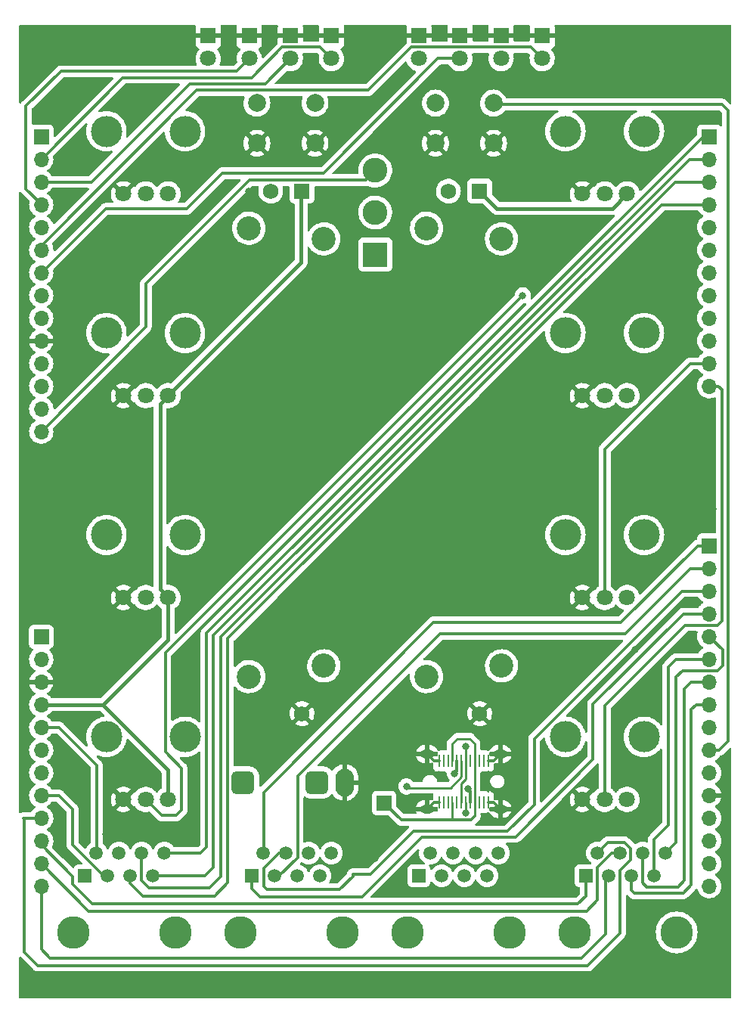
<source format=gbr>
%TF.GenerationSoftware,KiCad,Pcbnew,(6.0.11)*%
%TF.CreationDate,2023-07-06T13:05:13+01:00*%
%TF.ProjectId,Quango_Controls,5175616e-676f-45f4-936f-6e74726f6c73,rev?*%
%TF.SameCoordinates,Original*%
%TF.FileFunction,Copper,L1,Top*%
%TF.FilePolarity,Positive*%
%FSLAX46Y46*%
G04 Gerber Fmt 4.6, Leading zero omitted, Abs format (unit mm)*
G04 Created by KiCad (PCBNEW (6.0.11)) date 2023-07-06 13:05:13*
%MOMM*%
%LPD*%
G01*
G04 APERTURE LIST*
G04 Aperture macros list*
%AMRoundRect*
0 Rectangle with rounded corners*
0 $1 Rounding radius*
0 $2 $3 $4 $5 $6 $7 $8 $9 X,Y pos of 4 corners*
0 Add a 4 corners polygon primitive as box body*
4,1,4,$2,$3,$4,$5,$6,$7,$8,$9,$2,$3,0*
0 Add four circle primitives for the rounded corners*
1,1,$1+$1,$2,$3*
1,1,$1+$1,$4,$5*
1,1,$1+$1,$6,$7*
1,1,$1+$1,$8,$9*
0 Add four rect primitives between the rounded corners*
20,1,$1+$1,$2,$3,$4,$5,0*
20,1,$1+$1,$4,$5,$6,$7,0*
20,1,$1+$1,$6,$7,$8,$9,0*
20,1,$1+$1,$8,$9,$2,$3,0*%
G04 Aperture macros list end*
%TA.AperFunction,ComponentPad*%
%ADD10R,1.800000X1.800000*%
%TD*%
%TA.AperFunction,ComponentPad*%
%ADD11C,1.800000*%
%TD*%
%TA.AperFunction,ComponentPad*%
%ADD12RoundRect,0.650000X0.650000X-0.650000X0.650000X0.650000X-0.650000X0.650000X-0.650000X-0.650000X0*%
%TD*%
%TA.AperFunction,ComponentPad*%
%ADD13O,2.100000X3.100000*%
%TD*%
%TA.AperFunction,WasherPad*%
%ADD14C,3.500000*%
%TD*%
%TA.AperFunction,WasherPad*%
%ADD15C,3.650000*%
%TD*%
%TA.AperFunction,ComponentPad*%
%ADD16R,1.500000X1.500000*%
%TD*%
%TA.AperFunction,ComponentPad*%
%ADD17C,1.500000*%
%TD*%
%TA.AperFunction,ComponentPad*%
%ADD18R,2.775000X2.775000*%
%TD*%
%TA.AperFunction,ComponentPad*%
%ADD19C,2.775000*%
%TD*%
%TA.AperFunction,ComponentPad*%
%ADD20C,2.000000*%
%TD*%
%TA.AperFunction,ComponentPad*%
%ADD21R,1.750000X1.750000*%
%TD*%
%TA.AperFunction,ComponentPad*%
%ADD22C,1.750000*%
%TD*%
%TA.AperFunction,ComponentPad*%
%ADD23C,2.700000*%
%TD*%
%TA.AperFunction,ComponentPad*%
%ADD24R,1.700000X1.700000*%
%TD*%
%TA.AperFunction,ComponentPad*%
%ADD25O,1.700000X1.700000*%
%TD*%
%TA.AperFunction,SMDPad,CuDef*%
%ADD26R,0.270000X1.400000*%
%TD*%
%TA.AperFunction,ComponentPad*%
%ADD27O,1.500000X1.000000*%
%TD*%
%TA.AperFunction,ViaPad*%
%ADD28C,0.800000*%
%TD*%
%TA.AperFunction,Conductor*%
%ADD29C,0.300000*%
%TD*%
%TA.AperFunction,Conductor*%
%ADD30C,0.400000*%
%TD*%
%TA.AperFunction,Conductor*%
%ADD31C,0.250000*%
%TD*%
G04 APERTURE END LIST*
D10*
%TO.P,A3,1,K*%
%TO.N,GND*%
X81000000Y-40730000D03*
D11*
%TO.P,A3,2,A*%
%TO.N,/EnvA3_LED_Out*%
X81000000Y-43270000D03*
%TD*%
D12*
%TO.P,J9,R*%
%TO.N,unconnected-(J9-PadR)*%
X83980000Y-124300000D03*
D13*
%TO.P,J9,S*%
%TO.N,GND*%
X87080000Y-124300000D03*
D12*
%TO.P,J9,T*%
%TO.N,/MIDI_IN*%
X75680000Y-124300000D03*
%TD*%
D14*
%TO.P,Env1,*%
%TO.N,*%
X69200000Y-51400000D03*
X60400000Y-51400000D03*
D11*
%TO.P,Env1,1,1*%
%TO.N,+3.3VA*%
X67300000Y-58400000D03*
%TO.P,Env1,2,2*%
%TO.N,/Env1_Attack*%
X64800000Y-58400000D03*
%TO.P,Env1,3,3*%
%TO.N,GND*%
X62300000Y-58400000D03*
%TD*%
D15*
%TO.P,J5,*%
%TO.N,*%
X56730000Y-141100000D03*
X68160000Y-141100000D03*
D16*
%TO.P,J5,1*%
%TO.N,/CV_OUT_A1*%
X58000000Y-134750000D03*
D17*
%TO.P,J5,2*%
%TO.N,/CV_OUT_A2*%
X59270000Y-132210000D03*
%TO.P,J5,3*%
%TO.N,/CV_OUT_A3*%
X60540000Y-134750000D03*
%TO.P,J5,4*%
%TO.N,/CV_OUT_A4*%
X61810000Y-132210000D03*
%TO.P,J5,5*%
%TO.N,/AudioA1_In*%
X63080000Y-134750000D03*
%TO.P,J5,6*%
%TO.N,/AudioA2_In*%
X64350000Y-132210000D03*
%TO.P,J5,7*%
%TO.N,/AudioA3_In*%
X65620000Y-134750000D03*
%TO.P,J5,8*%
%TO.N,/AudioA4_In*%
X66890000Y-132210000D03*
%TD*%
D10*
%TO.P,B1,1,K*%
%TO.N,GND*%
X95400000Y-40730000D03*
D11*
%TO.P,B1,2,A*%
%TO.N,/EnvB1_LED_Out*%
X95400000Y-43270000D03*
%TD*%
D14*
%TO.P,Env2,*%
%TO.N,*%
X69200000Y-74000000D03*
X60400000Y-74000000D03*
D11*
%TO.P,Env2,1,1*%
%TO.N,+3.3VA*%
X67300000Y-81000000D03*
%TO.P,Env2,2,2*%
%TO.N,/Env1_Decay*%
X64800000Y-81000000D03*
%TO.P,Env2,3,3*%
%TO.N,GND*%
X62300000Y-81000000D03*
%TD*%
D15*
%TO.P,J7,*%
%TO.N,*%
X86860000Y-141100000D03*
X75430000Y-141100000D03*
D16*
%TO.P,J7,1*%
%TO.N,/Audio1_Out*%
X76700000Y-134750000D03*
D17*
%TO.P,J7,2*%
%TO.N,/Audio2_Out*%
X77970000Y-132210000D03*
%TO.P,J7,3*%
%TO.N,/Audio3_Out*%
X79240000Y-134750000D03*
%TO.P,J7,4*%
%TO.N,/Audio4_Out*%
X80510000Y-132210000D03*
%TO.P,J7,5*%
%TO.N,unconnected-(J7-Pad5)*%
X81780000Y-134750000D03*
%TO.P,J7,6*%
%TO.N,unconnected-(J7-Pad6)*%
X83050000Y-132210000D03*
%TO.P,J7,7*%
%TO.N,unconnected-(J7-Pad7)*%
X84320000Y-134750000D03*
%TO.P,J7,8*%
%TO.N,unconnected-(J7-Pad8)*%
X85590000Y-132210000D03*
%TD*%
D18*
%TO.P,SW3,1,1*%
%TO.N,/Octave_Up*%
X90500000Y-65200000D03*
D19*
%TO.P,SW3,2,2*%
%TO.N,+3.3VA*%
X90500000Y-60500000D03*
%TO.P,SW3,3,3*%
%TO.N,/Octave_Down*%
X90500000Y-55800000D03*
%TD*%
D10*
%TO.P,A4,1,K*%
%TO.N,GND*%
X85600000Y-40730000D03*
D11*
%TO.P,A4,2,A*%
%TO.N,/EnvA4_LED_Out*%
X85600000Y-43270000D03*
%TD*%
D20*
%TO.P,SW1,1,1*%
%TO.N,/Calib_Btn1*%
X77250000Y-48250000D03*
X83750000Y-48250000D03*
%TO.P,SW1,2,2*%
%TO.N,GND*%
X83750000Y-52750000D03*
X77250000Y-52750000D03*
%TD*%
D14*
%TO.P,Env3,*%
%TO.N,*%
X69200000Y-96600000D03*
X60400000Y-96600000D03*
D11*
%TO.P,Env3,1,1*%
%TO.N,+3.3VA*%
X67300000Y-103600000D03*
%TO.P,Env3,2,2*%
%TO.N,/Env1_Sustain*%
X64800000Y-103600000D03*
%TO.P,Env3,3,3*%
%TO.N,GND*%
X62300000Y-103600000D03*
%TD*%
D14*
%TO.P,Env5,*%
%TO.N,*%
X120600000Y-51400000D03*
X111800000Y-51400000D03*
D11*
%TO.P,Env5,1,1*%
%TO.N,+3.3VA*%
X118700000Y-58400000D03*
%TO.P,Env5,2,2*%
%TO.N,/Env2_Attack*%
X116200000Y-58400000D03*
%TO.P,Env5,3,3*%
%TO.N,GND*%
X113700000Y-58400000D03*
%TD*%
D21*
%TO.P,Level1,1,1*%
%TO.N,+3.3VA*%
X82300000Y-58100000D03*
D22*
%TO.P,Level1,2,2*%
%TO.N,/ChannelA_Level*%
X78800000Y-58100000D03*
%TO.P,Level1,3,3*%
%TO.N,GND*%
X82300000Y-116600000D03*
D23*
%TO.P,Level1,MP*%
%TO.N,N/C*%
X76350000Y-112450000D03*
X84750000Y-111250000D03*
X84750000Y-63450000D03*
X76350000Y-62250000D03*
%TD*%
D24*
%TO.P,J3,1,Pin_1*%
%TO.N,/MIDI_IN*%
X53100000Y-52000000D03*
D25*
%TO.P,J3,2,Pin_2*%
%TO.N,/EnvA4_LED_Out*%
X53100000Y-54540000D03*
%TO.P,J3,3,Pin_3*%
%TO.N,/EnvA3_LED_Out*%
X53100000Y-57080000D03*
%TO.P,J3,4,Pin_4*%
%TO.N,/EnvA2_LED_Out*%
X53100000Y-59620000D03*
%TO.P,J3,5,Pin_5*%
%TO.N,/EnvA1_LED_Out*%
X53100000Y-62160000D03*
%TO.P,J3,6,Pin_6*%
%TO.N,/EnvB4_LED_Out*%
X53100000Y-64700000D03*
%TO.P,J3,7,Pin_7*%
%TO.N,/EnvB2_LED_Out*%
X53100000Y-67240000D03*
%TO.P,J3,8,Pin_8*%
%TO.N,/EnvB1_LED_Out*%
X53100000Y-69780000D03*
%TO.P,J3,9,Pin_9*%
%TO.N,/EnvB3_LED_Out*%
X53100000Y-72320000D03*
%TO.P,J3,10,Pin_10*%
%TO.N,GND*%
X53100000Y-74860000D03*
%TO.P,J3,11,Pin_11*%
%TO.N,/ChannelA_Level*%
X53100000Y-77400000D03*
%TO.P,J3,12,Pin_12*%
%TO.N,/ChannelB_Level*%
X53100000Y-79940000D03*
%TO.P,J3,13,Pin_13*%
%TO.N,/Octave_Up*%
X53100000Y-82480000D03*
%TO.P,J3,14,Pin_14*%
%TO.N,/Octave_Down*%
X53100000Y-85020000D03*
%TD*%
D10*
%TO.P,B4,1,K*%
%TO.N,GND*%
X109200000Y-40730000D03*
D11*
%TO.P,B4,2,A*%
%TO.N,/EnvB4_LED_Out*%
X109200000Y-43270000D03*
%TD*%
D10*
%TO.P,A1,1,K*%
%TO.N,GND*%
X71800000Y-40730000D03*
D11*
%TO.P,A1,2,A*%
%TO.N,/EnvA1_LED_Out*%
X71800000Y-43270000D03*
%TD*%
D21*
%TO.P,Level2,1,1*%
%TO.N,+3.3VA*%
X102200000Y-58100000D03*
D22*
%TO.P,Level2,2,2*%
%TO.N,/ChannelB_Level*%
X98700000Y-58100000D03*
%TO.P,Level2,3,3*%
%TO.N,GND*%
X102200000Y-116600000D03*
D23*
%TO.P,Level2,MP*%
%TO.N,N/C*%
X96250000Y-62250000D03*
X104650000Y-63450000D03*
X104650000Y-111250000D03*
X96250000Y-112450000D03*
%TD*%
D10*
%TO.P,B2,1,K*%
%TO.N,GND*%
X100000000Y-40730000D03*
D11*
%TO.P,B2,2,A*%
%TO.N,/EnvB2_LED_Out*%
X100000000Y-43270000D03*
%TD*%
D10*
%TO.P,A2,1,K*%
%TO.N,GND*%
X76400000Y-40730000D03*
D11*
%TO.P,A2,2,A*%
%TO.N,/EnvA2_LED_Out*%
X76400000Y-43270000D03*
%TD*%
D14*
%TO.P,Env4,*%
%TO.N,*%
X60400000Y-119200000D03*
X69200000Y-119200000D03*
D11*
%TO.P,Env4,1,1*%
%TO.N,+3.3VA*%
X67300000Y-126200000D03*
%TO.P,Env4,2,2*%
%TO.N,/Env1_Release*%
X64800000Y-126200000D03*
%TO.P,Env4,3,3*%
%TO.N,GND*%
X62300000Y-126200000D03*
%TD*%
D15*
%TO.P,J6,*%
%TO.N,*%
X112830000Y-141100000D03*
X124260000Y-141100000D03*
D16*
%TO.P,J6,1*%
%TO.N,/CV_OUT_B1*%
X114100000Y-134750000D03*
D17*
%TO.P,J6,2*%
%TO.N,/CV_OUT_B2*%
X115370000Y-132210000D03*
%TO.P,J6,3*%
%TO.N,/CV_OUT_B3*%
X116640000Y-134750000D03*
%TO.P,J6,4*%
%TO.N,/CV_OUT_B4*%
X117910000Y-132210000D03*
%TO.P,J6,5*%
%TO.N,/AudioB1_In*%
X119180000Y-134750000D03*
%TO.P,J6,6*%
%TO.N,/AudioB2_In*%
X120450000Y-132210000D03*
%TO.P,J6,7*%
%TO.N,/AudioB3_In*%
X121720000Y-134750000D03*
%TO.P,J6,8*%
%TO.N,/AudioB4_In*%
X122990000Y-132210000D03*
%TD*%
D24*
%TO.P,TP1,1,1*%
%TO.N,/VBUS*%
X91500000Y-126600000D03*
%TD*%
D20*
%TO.P,SW2,1,1*%
%TO.N,/Calib_Btn2*%
X97250000Y-48250000D03*
X103750000Y-48250000D03*
%TO.P,SW2,2,2*%
%TO.N,GND*%
X103750000Y-52750000D03*
X97250000Y-52750000D03*
%TD*%
D10*
%TO.P,B3,1,K*%
%TO.N,GND*%
X104600000Y-40730000D03*
D11*
%TO.P,B3,2,A*%
%TO.N,/EnvB3_LED_Out*%
X104600000Y-43270000D03*
%TD*%
D14*
%TO.P,Env8,*%
%TO.N,*%
X120600000Y-119200000D03*
X111800000Y-119200000D03*
D11*
%TO.P,Env8,1,1*%
%TO.N,+3.3VA*%
X118700000Y-126200000D03*
%TO.P,Env8,2,2*%
%TO.N,/Env2_Release*%
X116200000Y-126200000D03*
%TO.P,Env8,3,3*%
%TO.N,GND*%
X113700000Y-126200000D03*
%TD*%
D15*
%TO.P,J10,*%
%TO.N,*%
X105560000Y-141100000D03*
X94130000Y-141100000D03*
D16*
%TO.P,J10,1*%
%TO.N,/Gate1_Out*%
X95400000Y-134750000D03*
D17*
%TO.P,J10,2*%
%TO.N,/Gate2_Out*%
X96670000Y-132210000D03*
%TO.P,J10,3*%
%TO.N,/Gate3_Out*%
X97940000Y-134750000D03*
%TO.P,J10,4*%
%TO.N,/Gate4_Out*%
X99210000Y-132210000D03*
%TO.P,J10,5*%
%TO.N,unconnected-(J10-Pad5)*%
X100480000Y-134750000D03*
%TO.P,J10,6*%
%TO.N,unconnected-(J10-Pad6)*%
X101750000Y-132210000D03*
%TO.P,J10,7*%
%TO.N,unconnected-(J10-Pad7)*%
X103020000Y-134750000D03*
%TO.P,J10,8*%
%TO.N,unconnected-(J10-Pad8)*%
X104290000Y-132210000D03*
%TD*%
D26*
%TO.P,J8,A1,GND*%
%TO.N,GND*%
X97650000Y-121900000D03*
%TO.P,J8,A2,TX1+*%
%TO.N,unconnected-(J8-PadA2)*%
X98150000Y-121900000D03*
%TO.P,J8,A3,TX1-*%
%TO.N,unconnected-(J8-PadA3)*%
X98650000Y-121900000D03*
%TO.P,J8,A4,VBUS*%
%TO.N,/VBUS*%
X99150000Y-121900000D03*
%TO.P,J8,A5,CC1*%
%TO.N,Net-(J8-PadA5)*%
X99650000Y-121900000D03*
%TO.P,J8,A6,D+*%
%TO.N,/D+*%
X100150000Y-121900000D03*
%TO.P,J8,A7,D-*%
%TO.N,/D-*%
X100650000Y-121900000D03*
%TO.P,J8,A8,SBU1*%
%TO.N,unconnected-(J8-PadA8)*%
X101150000Y-121900000D03*
%TO.P,J8,A9,VBUS*%
%TO.N,/VBUS*%
X101650000Y-121900000D03*
%TO.P,J8,A10,RX2-*%
%TO.N,unconnected-(J8-PadA10)*%
X102150000Y-121900000D03*
%TO.P,J8,A11,RX2+*%
%TO.N,unconnected-(J8-PadA11)*%
X102650000Y-121900000D03*
%TO.P,J8,A12,GND*%
%TO.N,GND*%
X103150000Y-121900000D03*
%TO.P,J8,B1,GND*%
X103150000Y-126500000D03*
%TO.P,J8,B2,TX2+*%
%TO.N,unconnected-(J8-PadB2)*%
X102650000Y-126500000D03*
%TO.P,J8,B3,TX2-*%
%TO.N,unconnected-(J8-PadB3)*%
X102150000Y-126500000D03*
%TO.P,J8,B4,VBUS*%
%TO.N,/VBUS*%
X101650000Y-126500000D03*
%TO.P,J8,B5,CC2*%
%TO.N,Net-(J8-PadB5)*%
X101150000Y-126500000D03*
%TO.P,J8,B6,D+*%
%TO.N,/D+*%
X100650000Y-126500000D03*
%TO.P,J8,B7,D-*%
%TO.N,/D-*%
X100150000Y-126500000D03*
%TO.P,J8,B8,SBU2*%
%TO.N,unconnected-(J8-PadB8)*%
X99650000Y-126500000D03*
%TO.P,J8,B9,VBUS*%
%TO.N,/VBUS*%
X99150000Y-126500000D03*
%TO.P,J8,B10,RX1-*%
%TO.N,unconnected-(J8-PadB10)*%
X98650000Y-126500000D03*
%TO.P,J8,B11,RX1+*%
%TO.N,unconnected-(J8-PadB11)*%
X98150000Y-126500000D03*
%TO.P,J8,B12,GND*%
%TO.N,GND*%
X97650000Y-126500000D03*
D27*
%TO.P,J8,S1,SHIELD*%
X96300000Y-127270000D03*
X104500000Y-127270000D03*
X96300000Y-121130000D03*
X104500000Y-121130000D03*
%TD*%
D14*
%TO.P,Env7,*%
%TO.N,*%
X111800000Y-96600000D03*
X120600000Y-96600000D03*
D11*
%TO.P,Env7,1,1*%
%TO.N,+3.3VA*%
X118700000Y-103600000D03*
%TO.P,Env7,2,2*%
%TO.N,/Env2_Sustain*%
X116200000Y-103600000D03*
%TO.P,Env7,3,3*%
%TO.N,GND*%
X113700000Y-103600000D03*
%TD*%
D14*
%TO.P,Env6,*%
%TO.N,*%
X111800000Y-74000000D03*
X120600000Y-74000000D03*
D11*
%TO.P,Env6,1,1*%
%TO.N,+3.3VA*%
X118700000Y-81000000D03*
%TO.P,Env6,2,2*%
%TO.N,/Env2_Decay*%
X116200000Y-81000000D03*
%TO.P,Env6,3,3*%
%TO.N,GND*%
X113700000Y-81000000D03*
%TD*%
D24*
%TO.P,J2,1,Pin_1*%
%TO.N,/Audio2_Out*%
X127900000Y-97800000D03*
D25*
%TO.P,J2,2,Pin_2*%
%TO.N,/Audio3_Out*%
X127900000Y-100340000D03*
%TO.P,J2,3,Pin_3*%
%TO.N,/Audio4_Out*%
X127900000Y-102880000D03*
%TO.P,J2,4,Pin_4*%
%TO.N,/Audio1_Out*%
X127900000Y-105420000D03*
%TO.P,J2,5,Pin_5*%
%TO.N,/AudioB4_In*%
X127900000Y-107960000D03*
%TO.P,J2,6,Pin_6*%
%TO.N,/AudioB3_In*%
X127900000Y-110500000D03*
%TO.P,J2,7,Pin_7*%
%TO.N,/AudioB2_In*%
X127900000Y-113040000D03*
%TO.P,J2,8,Pin_8*%
%TO.N,/AudioB1_In*%
X127900000Y-115580000D03*
%TO.P,J2,9,Pin_9*%
%TO.N,/Calib_Btn1*%
X127900000Y-118120000D03*
%TO.P,J2,10,Pin_10*%
%TO.N,/Calib_Btn2*%
X127900000Y-120660000D03*
%TO.P,J2,11,Pin_11*%
%TO.N,+3.3VA*%
X127900000Y-123200000D03*
%TO.P,J2,12,Pin_12*%
%TO.N,GND*%
X127900000Y-125740000D03*
%TO.P,J2,13,Pin_13*%
%TO.N,/Gate4_Out*%
X127900000Y-128280000D03*
%TO.P,J2,14,Pin_14*%
%TO.N,/Gate3_Out*%
X127900000Y-130820000D03*
%TO.P,J2,15,Pin_15*%
%TO.N,/Gate2_Out*%
X127900000Y-133360000D03*
%TO.P,J2,16,Pin_16*%
%TO.N,/Gate1_Out*%
X127900000Y-135900000D03*
%TD*%
D24*
%TO.P,J4,1,Pin_1*%
%TO.N,/USB_DM*%
X53100000Y-108000000D03*
D25*
%TO.P,J4,2,Pin_2*%
%TO.N,/USB_DP*%
X53100000Y-110540000D03*
%TO.P,J4,3,Pin_3*%
%TO.N,GND*%
X53100000Y-113080000D03*
%TO.P,J4,4,Pin_4*%
%TO.N,+3.3VA*%
X53100000Y-115620000D03*
%TO.P,J4,5,Pin_5*%
%TO.N,/CV_OUT_A2*%
X53100000Y-118160000D03*
%TO.P,J4,6,Pin_6*%
%TO.N,/CV_OUT_A1*%
X53100000Y-120700000D03*
%TO.P,J4,7,Pin_7*%
%TO.N,/CV_OUT_A4*%
X53100000Y-123240000D03*
%TO.P,J4,8,Pin_8*%
%TO.N,/CV_OUT_A3*%
X53100000Y-125780000D03*
%TO.P,J4,9,Pin_9*%
%TO.N,/CV_OUT_B2*%
X53100000Y-128320000D03*
%TO.P,J4,10,Pin_10*%
%TO.N,/CV_OUT_B1*%
X53100000Y-130860000D03*
%TO.P,J4,11,Pin_11*%
%TO.N,/CV_OUT_B4*%
X53100000Y-133400000D03*
%TO.P,J4,12,Pin_12*%
%TO.N,/CV_OUT_B3*%
X53100000Y-135940000D03*
%TD*%
D24*
%TO.P,J1,1,Pin_1*%
%TO.N,/AudioA4_In*%
X127900000Y-52000000D03*
D25*
%TO.P,J1,2,Pin_2*%
%TO.N,/AudioA3_In*%
X127900000Y-54540000D03*
%TO.P,J1,3,Pin_3*%
%TO.N,/AudioA2_In*%
X127900000Y-57080000D03*
%TO.P,J1,4,Pin_4*%
%TO.N,/AudioA1_In*%
X127900000Y-59620000D03*
%TO.P,J1,5,Pin_5*%
%TO.N,/Env1_Attack*%
X127900000Y-62160000D03*
%TO.P,J1,6,Pin_6*%
%TO.N,/Env1_Decay*%
X127900000Y-64700000D03*
%TO.P,J1,7,Pin_7*%
%TO.N,/Env1_Sustain*%
X127900000Y-67240000D03*
%TO.P,J1,8,Pin_8*%
%TO.N,/Env1_Release*%
X127900000Y-69780000D03*
%TO.P,J1,9,Pin_9*%
%TO.N,/Env2_Attack*%
X127900000Y-72320000D03*
%TO.P,J1,10,Pin_10*%
%TO.N,/Env2_Decay*%
X127900000Y-74860000D03*
%TO.P,J1,11,Pin_11*%
%TO.N,/Env2_Sustain*%
X127900000Y-77400000D03*
%TO.P,J1,12,Pin_12*%
%TO.N,/Env2_Release*%
X127900000Y-79940000D03*
%TD*%
D28*
%TO.N,GND*%
X102000000Y-66100000D03*
X106900000Y-45300000D03*
X101700000Y-104100000D03*
X128300000Y-93700000D03*
X69700000Y-109400000D03*
X101400000Y-83300000D03*
X63800000Y-109300000D03*
X128500000Y-45300000D03*
X88000000Y-83000000D03*
X107100000Y-132100000D03*
X61550500Y-71060199D03*
X66300000Y-61600000D03*
X63400000Y-130000000D03*
X80000000Y-61700000D03*
X120200000Y-143600000D03*
X91700000Y-108200000D03*
X57100000Y-43100000D03*
X124700000Y-52400000D03*
X107900000Y-62900000D03*
X69200000Y-43400000D03*
X128900000Y-140400000D03*
X93500000Y-64300000D03*
X60700000Y-112000000D03*
X69200000Y-112100000D03*
X117900000Y-45500000D03*
X66300000Y-46800000D03*
X85400000Y-59500000D03*
X80200000Y-78900000D03*
X55700000Y-109300000D03*
X109000000Y-76300000D03*
X69500000Y-129800000D03*
X113500000Y-116000000D03*
X69900000Y-57900000D03*
X92600000Y-136200000D03*
X86400000Y-134100000D03*
X52100000Y-146700000D03*
X54600000Y-122200000D03*
X120300000Y-101400000D03*
X69300000Y-83100000D03*
X119700000Y-122500000D03*
X68300000Y-99800000D03*
X56300000Y-85100000D03*
X85900000Y-100600000D03*
X72600000Y-98200000D03*
X56600000Y-117200000D03*
X58000000Y-76100000D03*
X76300000Y-58100000D03*
X55500000Y-58200000D03*
X71700000Y-53850500D03*
X61300000Y-61800000D03*
X68900000Y-105600000D03*
X111900000Y-135100000D03*
X63200000Y-120800000D03*
X87300000Y-119800000D03*
X113900000Y-129900000D03*
X53200000Y-103800000D03*
X115700000Y-109100000D03*
X55800000Y-54700000D03*
X106900000Y-109400000D03*
X120400000Y-129300000D03*
X111400000Y-122700000D03*
X125000000Y-63500000D03*
X71200000Y-48700000D03*
X83600000Y-68000000D03*
X53400000Y-49300000D03*
X119600000Y-109400000D03*
X93300000Y-74800000D03*
X105700000Y-135600000D03*
X125000000Y-66000000D03*
X53100000Y-89400000D03*
X99900000Y-112300000D03*
X54600000Y-124500000D03*
X79600000Y-106200000D03*
X53000000Y-96500000D03*
X117700000Y-56000000D03*
X65300000Y-43400000D03*
X69600000Y-103100000D03*
X91700000Y-78700000D03*
X125000000Y-71300000D03*
X55200000Y-129700000D03*
X109200000Y-129600000D03*
X79000000Y-121500000D03*
X121800000Y-126300000D03*
X125000000Y-68500000D03*
X120100000Y-85500000D03*
X58600000Y-46100000D03*
X58000000Y-129200000D03*
X89700000Y-117800000D03*
X60300000Y-130100000D03*
X77700000Y-67800000D03*
X129500000Y-147100000D03*
X78200000Y-93100000D03*
X120200000Y-115300000D03*
X125600000Y-79300000D03*
X73100000Y-62800000D03*
X55800000Y-78600000D03*
X75600000Y-118100000D03*
X77100000Y-74600000D03*
X69200000Y-115900000D03*
X92900000Y-122800000D03*
X51400000Y-45900000D03*
X90500000Y-132800000D03*
X93500000Y-92400000D03*
X125000000Y-60800000D03*
%TO.N,/Env1_Release*%
X107020000Y-69780000D03*
%TO.N,Net-(J8-PadA5)*%
X99400000Y-123300000D03*
%TO.N,Net-(J8-PadB5)*%
X100900000Y-125000000D03*
%TO.N,/D+*%
X100634374Y-127687175D03*
X94000000Y-124750000D03*
%TO.N,/D-*%
X100598877Y-120261078D03*
%TD*%
D29*
%TO.N,/Octave_Down*%
X64800000Y-68500000D02*
X64800000Y-73320000D01*
X64800000Y-73320000D02*
X53100000Y-85020000D01*
X89425000Y-56875000D02*
X76425000Y-56875000D01*
X76425000Y-56875000D02*
X64800000Y-68500000D01*
X90500000Y-55800000D02*
X89425000Y-56875000D01*
%TO.N,GND*%
X97650000Y-126500000D02*
X97070000Y-126500000D01*
X103150000Y-126500000D02*
X103730000Y-126500000D01*
X103730000Y-126500000D02*
X104500000Y-127270000D01*
X97070000Y-121900000D02*
X96300000Y-121130000D01*
X97650000Y-121900000D02*
X97070000Y-121900000D01*
X103730000Y-121900000D02*
X104500000Y-121130000D01*
X97070000Y-126500000D02*
X96300000Y-127270000D01*
X103150000Y-121900000D02*
X103730000Y-121900000D01*
%TO.N,/EnvA2_LED_Out*%
X53100000Y-59620000D02*
X53100000Y-59600000D01*
X55300000Y-44700000D02*
X74970000Y-44700000D01*
X53100000Y-59600000D02*
X51400000Y-57900000D01*
X51400000Y-57900000D02*
X51400000Y-48600000D01*
X51400000Y-48600000D02*
X55300000Y-44700000D01*
X74970000Y-44700000D02*
X76400000Y-43270000D01*
%TO.N,/EnvA3_LED_Out*%
X78170000Y-46100000D02*
X81000000Y-43270000D01*
X53100000Y-57080000D02*
X58720000Y-57080000D01*
X58720000Y-57080000D02*
X69700000Y-46100000D01*
X69700000Y-46100000D02*
X78170000Y-46100000D01*
%TO.N,/EnvA4_LED_Out*%
X84330000Y-42000000D02*
X85600000Y-43270000D01*
X76700000Y-45400000D02*
X80100000Y-42000000D01*
X53100000Y-54540000D02*
X62240000Y-45400000D01*
X62240000Y-45400000D02*
X76700000Y-45400000D01*
X80100000Y-42000000D02*
X84330000Y-42000000D01*
%TO.N,/EnvB2_LED_Out*%
X53160000Y-67240000D02*
X60300000Y-60100000D01*
X53100000Y-67240000D02*
X53160000Y-67240000D01*
X60300000Y-60100000D02*
X69400000Y-60100000D01*
X73400000Y-56100000D02*
X84695442Y-56100000D01*
X69400000Y-60100000D02*
X73400000Y-56100000D01*
X84695442Y-56100000D02*
X97525442Y-43270000D01*
X97525442Y-43270000D02*
X100000000Y-43270000D01*
%TO.N,/EnvB4_LED_Out*%
X53100000Y-64200000D02*
X70500000Y-46800000D01*
X107930000Y-42000000D02*
X109200000Y-43270000D01*
X94500000Y-42000000D02*
X107930000Y-42000000D01*
X70500000Y-46800000D02*
X89700000Y-46800000D01*
X53100000Y-64700000D02*
X53100000Y-64200000D01*
X89700000Y-46800000D02*
X94500000Y-42000000D01*
D30*
%TO.N,+3.3VA*%
X117050000Y-60050000D02*
X104150000Y-60050000D01*
X66400000Y-81900000D02*
X67300000Y-81000000D01*
X66400000Y-102700000D02*
X66400000Y-81900000D01*
X60000000Y-115600000D02*
X67300000Y-108300000D01*
X60000000Y-115600000D02*
X53120000Y-115600000D01*
X67300000Y-108300000D02*
X67300000Y-103600000D01*
X118700000Y-58400000D02*
X117050000Y-60050000D01*
X104150000Y-60050000D02*
X102200000Y-58100000D01*
X67300000Y-81000000D02*
X82200000Y-66100000D01*
X53100000Y-115620000D02*
X53120000Y-115600000D01*
X67300000Y-126200000D02*
X67300000Y-122900000D01*
X67300000Y-103600000D02*
X66400000Y-102700000D01*
X82200000Y-66100000D02*
X82200000Y-58100000D01*
X67300000Y-122900000D02*
X60000000Y-115600000D01*
D29*
%TO.N,/Env1_Release*%
X67000000Y-109800000D02*
X107020000Y-69780000D01*
X64800000Y-126200000D02*
X66600000Y-128000000D01*
X67000000Y-120900000D02*
X67000000Y-109800000D01*
X66600000Y-128000000D02*
X68200000Y-128000000D01*
X68800000Y-122700000D02*
X67000000Y-120900000D01*
X68800000Y-127400000D02*
X68800000Y-122700000D01*
X68200000Y-128000000D02*
X68800000Y-127400000D01*
%TO.N,/Env2_Sustain*%
X116200000Y-87000000D02*
X125800000Y-77400000D01*
X116200000Y-103600000D02*
X116200000Y-87000000D01*
X125800000Y-77400000D02*
X127900000Y-77400000D01*
%TO.N,/Env2_Release*%
X116200000Y-115700000D02*
X125200000Y-106700000D01*
X125200000Y-106700000D02*
X128800000Y-106700000D01*
X128800000Y-106700000D02*
X129300000Y-106200000D01*
X128940000Y-79940000D02*
X127900000Y-79940000D01*
X116200000Y-126200000D02*
X116200000Y-115700000D01*
X129300000Y-80300000D02*
X128940000Y-79940000D01*
X129300000Y-106200000D02*
X129300000Y-80300000D01*
%TO.N,/AudioA4_In*%
X71600000Y-107600000D02*
X71600000Y-131500000D01*
X70890000Y-132210000D02*
X66890000Y-132210000D01*
X127200000Y-52000000D02*
X71600000Y-107600000D01*
X127900000Y-52000000D02*
X127200000Y-52000000D01*
X71600000Y-131500000D02*
X70890000Y-132210000D01*
%TO.N,/AudioA3_In*%
X71450000Y-134750000D02*
X72400000Y-133800000D01*
X72400000Y-133800000D02*
X72400000Y-107800000D01*
X72400000Y-107800000D02*
X125660000Y-54540000D01*
X65620000Y-134750000D02*
X71450000Y-134750000D01*
X125660000Y-54540000D02*
X127900000Y-54540000D01*
%TO.N,/AudioA2_In*%
X73200000Y-108000000D02*
X124120000Y-57080000D01*
X64350000Y-132210000D02*
X64350000Y-135250000D01*
X124120000Y-57080000D02*
X127900000Y-57080000D01*
X65200000Y-136100000D02*
X71900000Y-136100000D01*
X64350000Y-135250000D02*
X65200000Y-136100000D01*
X73200000Y-134800000D02*
X73200000Y-108000000D01*
X71900000Y-136100000D02*
X73200000Y-134800000D01*
%TO.N,/AudioA1_In*%
X74000000Y-135500000D02*
X74000000Y-108200000D01*
X74000000Y-108200000D02*
X122580000Y-59620000D01*
X72500000Y-137000000D02*
X74000000Y-135500000D01*
X122580000Y-59620000D02*
X127900000Y-59620000D01*
X63080000Y-134750000D02*
X63080000Y-135580000D01*
X64500000Y-137000000D02*
X72500000Y-137000000D01*
X63080000Y-135580000D02*
X64500000Y-137000000D01*
%TO.N,/Audio2_Out*%
X78000000Y-125400000D02*
X97000000Y-106400000D01*
X78000000Y-132180000D02*
X78000000Y-125400000D01*
X126600000Y-97800000D02*
X127900000Y-97800000D01*
X97000000Y-106400000D02*
X118000000Y-106400000D01*
X118000000Y-106400000D02*
X126600000Y-97800000D01*
X77970000Y-132210000D02*
X78000000Y-132180000D01*
%TO.N,/Audio3_Out*%
X81800000Y-132700000D02*
X81800000Y-123600000D01*
X118490000Y-107650000D02*
X125800000Y-100340000D01*
X125800000Y-100340000D02*
X127900000Y-100340000D01*
X97750000Y-107650000D02*
X118490000Y-107650000D01*
X79750000Y-134750000D02*
X81800000Y-132700000D01*
X79240000Y-134750000D02*
X79750000Y-134750000D01*
X81800000Y-123600000D02*
X97750000Y-107650000D01*
%TO.N,/Audio4_Out*%
X90000000Y-134600000D02*
X94800000Y-129800000D01*
X94800000Y-129800000D02*
X105300000Y-129800000D01*
X88000000Y-134600000D02*
X90000000Y-134600000D01*
X78400000Y-136300000D02*
X86500000Y-136300000D01*
X88000000Y-134800000D02*
X88000000Y-134600000D01*
X78000000Y-133900000D02*
X78000000Y-135900000D01*
X78000000Y-135900000D02*
X78400000Y-136300000D01*
X124820000Y-102880000D02*
X127900000Y-102880000D01*
X108300000Y-126800000D02*
X108300000Y-119400000D01*
X79690000Y-132210000D02*
X78000000Y-133900000D01*
X105300000Y-129800000D02*
X108300000Y-126800000D01*
X108300000Y-119400000D02*
X124820000Y-102880000D01*
X86500000Y-136300000D02*
X88000000Y-134800000D01*
X80510000Y-132210000D02*
X79690000Y-132210000D01*
%TO.N,/Audio1_Out*%
X76700000Y-136200000D02*
X77600000Y-137100000D01*
X76700000Y-134750000D02*
X76700000Y-136200000D01*
X114900000Y-121700000D02*
X114900000Y-115500000D01*
X124980000Y-105420000D02*
X127900000Y-105420000D01*
X95700000Y-130400000D02*
X106200000Y-130400000D01*
X77600000Y-137100000D02*
X89000000Y-137100000D01*
X89000000Y-137100000D02*
X95700000Y-130400000D01*
X114900000Y-115500000D02*
X124980000Y-105420000D01*
X106200000Y-130400000D02*
X114900000Y-121700000D01*
%TO.N,/AudioB4_In*%
X124200000Y-131000000D02*
X124200000Y-112500000D01*
X129400000Y-111200000D02*
X129400000Y-109460000D01*
X122990000Y-132210000D02*
X124200000Y-131000000D01*
X129400000Y-109460000D02*
X127900000Y-107960000D01*
X128800000Y-111800000D02*
X129400000Y-111200000D01*
X124200000Y-112500000D02*
X124900000Y-111800000D01*
X124900000Y-111800000D02*
X128800000Y-111800000D01*
%TO.N,/AudioB3_In*%
X123300000Y-111400000D02*
X123300000Y-129100000D01*
X121700000Y-130700000D02*
X121700000Y-134730000D01*
X124200000Y-110500000D02*
X123300000Y-111400000D01*
X121700000Y-134730000D02*
X121720000Y-134750000D01*
X127900000Y-110500000D02*
X124200000Y-110500000D01*
X123300000Y-129100000D02*
X121700000Y-130700000D01*
%TO.N,/AudioB2_In*%
X120900000Y-136000000D02*
X120450000Y-135550000D01*
X120450000Y-135550000D02*
X120450000Y-132210000D01*
X125860000Y-113040000D02*
X125100000Y-113800000D01*
X127900000Y-113040000D02*
X125860000Y-113040000D01*
X125100000Y-135300000D02*
X124400000Y-136000000D01*
X124400000Y-136000000D02*
X120900000Y-136000000D01*
X125100000Y-113800000D02*
X125100000Y-135300000D01*
%TO.N,/AudioB1_In*%
X125900000Y-116100000D02*
X126420000Y-115580000D01*
X119180000Y-134750000D02*
X119180000Y-136380000D01*
X119500000Y-136700000D02*
X125000000Y-136700000D01*
X126420000Y-115580000D02*
X127900000Y-115580000D01*
X125900000Y-135800000D02*
X125900000Y-116100000D01*
X125000000Y-136700000D02*
X125900000Y-135800000D01*
X119180000Y-136380000D02*
X119500000Y-136700000D01*
%TO.N,/Calib_Btn2*%
X130000000Y-119700000D02*
X130000000Y-49100000D01*
X129300000Y-48400000D02*
X103900000Y-48400000D01*
X103900000Y-48400000D02*
X103750000Y-48250000D01*
X127900000Y-120660000D02*
X129040000Y-120660000D01*
X130000000Y-49100000D02*
X129300000Y-48400000D01*
X129040000Y-120660000D02*
X130000000Y-119700000D01*
%TO.N,/CV_OUT_A2*%
X59300000Y-132180000D02*
X59270000Y-132210000D01*
X53100000Y-118160000D02*
X55100000Y-118160000D01*
X55100000Y-118160000D02*
X59300000Y-122360000D01*
X59300000Y-122360000D02*
X59300000Y-132180000D01*
%TO.N,/CV_OUT_A3*%
X56600000Y-127280000D02*
X56600000Y-131300000D01*
X55100000Y-125780000D02*
X56600000Y-127280000D01*
X60050000Y-134750000D02*
X60540000Y-134750000D01*
X53100000Y-125780000D02*
X55100000Y-125780000D01*
X56600000Y-131300000D02*
X60050000Y-134750000D01*
%TO.N,/CV_OUT_B2*%
X114300000Y-144800000D02*
X117900000Y-141200000D01*
X119100000Y-133000000D02*
X119100000Y-131700000D01*
X117900000Y-134200000D02*
X119100000Y-133000000D01*
X51080000Y-128320000D02*
X51200000Y-128440000D01*
X119100000Y-131700000D02*
X118400000Y-131000000D01*
X53100000Y-128320000D02*
X51080000Y-128320000D01*
X51200000Y-128440000D02*
X51200000Y-143300000D01*
X118400000Y-131000000D02*
X116580000Y-131000000D01*
X52700000Y-144800000D02*
X114300000Y-144800000D01*
X117900000Y-141200000D02*
X117900000Y-134200000D01*
X51200000Y-143300000D02*
X52700000Y-144800000D01*
X116580000Y-131000000D02*
X115370000Y-132210000D01*
%TO.N,/CV_OUT_B1*%
X58800000Y-137900000D02*
X113200000Y-137900000D01*
X114100000Y-137000000D02*
X114100000Y-134750000D01*
X113200000Y-137900000D02*
X114100000Y-137000000D01*
X53100000Y-131300000D02*
X56600000Y-134800000D01*
X53100000Y-130860000D02*
X53100000Y-131300000D01*
X56600000Y-135700000D02*
X58800000Y-137900000D01*
X56600000Y-134800000D02*
X56600000Y-135700000D01*
%TO.N,/CV_OUT_B4*%
X53100000Y-133400000D02*
X58400000Y-138700000D01*
X116990000Y-132210000D02*
X117910000Y-132210000D01*
X114200000Y-138700000D02*
X115400000Y-137500000D01*
X115400000Y-137500000D02*
X115400000Y-133800000D01*
X115400000Y-133800000D02*
X116990000Y-132210000D01*
X58400000Y-138700000D02*
X114200000Y-138700000D01*
%TO.N,/CV_OUT_B3*%
X54100000Y-144000000D02*
X113600000Y-144000000D01*
X113600000Y-144000000D02*
X116340000Y-141260000D01*
X53100000Y-143000000D02*
X54100000Y-144000000D01*
X116340000Y-141260000D02*
X116340000Y-134750000D01*
X53100000Y-135940000D02*
X53100000Y-143000000D01*
%TO.N,Net-(J8-PadA5)*%
X99650000Y-123050000D02*
X99650000Y-121900000D01*
X99400000Y-123300000D02*
X99650000Y-123050000D01*
%TO.N,Net-(J8-PadB5)*%
X101150000Y-125250000D02*
X100900000Y-125000000D01*
X101150000Y-126500000D02*
X101150000Y-125250000D01*
D31*
%TO.N,/VBUS*%
X101100000Y-119400000D02*
X101650000Y-119950000D01*
D29*
X99200000Y-128500000D02*
X99150000Y-128450000D01*
D31*
X99700000Y-119400000D02*
X101100000Y-119400000D01*
X101650000Y-119950000D02*
X101650000Y-121900000D01*
X99150000Y-121900000D02*
X99150000Y-119950000D01*
D29*
X101650000Y-128050000D02*
X101200000Y-128500000D01*
X101200000Y-128500000D02*
X99200000Y-128500000D01*
D31*
X101650000Y-126500000D02*
X101650000Y-128050000D01*
X99150000Y-126500000D02*
X99150000Y-128450000D01*
X101650000Y-126500000D02*
X101650000Y-121900000D01*
D29*
X93400000Y-128500000D02*
X91500000Y-126600000D01*
X99700000Y-128500000D02*
X93400000Y-128500000D01*
D31*
X99150000Y-119950000D02*
X99700000Y-119400000D01*
%TO.N,/D+*%
X100650000Y-127671549D02*
X100634374Y-127687175D01*
X100650000Y-126500000D02*
X100650000Y-127671549D01*
X100150000Y-121900000D02*
X100150000Y-123678620D01*
X100150000Y-123678620D02*
X98928620Y-124900000D01*
X94150000Y-124900000D02*
X98928620Y-124900000D01*
D29*
X94025000Y-124775000D02*
X94150000Y-124900000D01*
D31*
X94000000Y-124750000D02*
X94150000Y-124900000D01*
%TO.N,/D-*%
X100150000Y-124450000D02*
X100650000Y-123950000D01*
X100650000Y-120312201D02*
X100650000Y-121900000D01*
X100650000Y-123950000D02*
X100650000Y-121900000D01*
X100598877Y-120261078D02*
X100650000Y-120312201D01*
X100150000Y-126500000D02*
X100150000Y-124450000D01*
%TD*%
%TA.AperFunction,Conductor*%
%TO.N,GND*%
G36*
X130309532Y-120425894D02*
G01*
X130366368Y-120468441D01*
X130391179Y-120534961D01*
X130391500Y-120543950D01*
X130391500Y-148365500D01*
X130371498Y-148433621D01*
X130317842Y-148480114D01*
X130265500Y-148491500D01*
X50734500Y-148491500D01*
X50666379Y-148471498D01*
X50619886Y-148417842D01*
X50608500Y-148365500D01*
X50608500Y-143943950D01*
X50628502Y-143875829D01*
X50682158Y-143829336D01*
X50752432Y-143819232D01*
X50817012Y-143848726D01*
X50823595Y-143854855D01*
X52176340Y-145207599D01*
X52184330Y-145216380D01*
X52184339Y-145216391D01*
X52188584Y-145223080D01*
X52194359Y-145228503D01*
X52240274Y-145271621D01*
X52243083Y-145274343D01*
X52263667Y-145294926D01*
X52266791Y-145297349D01*
X52266793Y-145297351D01*
X52267163Y-145297638D01*
X52276191Y-145305348D01*
X52309867Y-145336972D01*
X52316818Y-145340793D01*
X52316819Y-145340794D01*
X52328655Y-145347301D01*
X52345184Y-145358158D01*
X52355869Y-145366447D01*
X52355871Y-145366448D01*
X52362131Y-145371304D01*
X52404544Y-145389657D01*
X52415181Y-145394868D01*
X52455663Y-145417124D01*
X52463342Y-145419096D01*
X52463343Y-145419096D01*
X52476434Y-145422457D01*
X52495136Y-145428859D01*
X52514823Y-145437379D01*
X52522652Y-145438619D01*
X52560448Y-145444605D01*
X52572074Y-145447013D01*
X52609135Y-145456529D01*
X52609136Y-145456529D01*
X52616812Y-145458500D01*
X52638258Y-145458500D01*
X52657968Y-145460051D01*
X52679151Y-145463406D01*
X52725135Y-145459059D01*
X52736994Y-145458500D01*
X114217944Y-145458500D01*
X114229800Y-145459059D01*
X114229803Y-145459059D01*
X114237537Y-145460788D01*
X114308369Y-145458562D01*
X114312327Y-145458500D01*
X114341432Y-145458500D01*
X114345832Y-145457944D01*
X114357664Y-145457012D01*
X114403831Y-145455562D01*
X114424421Y-145449580D01*
X114443782Y-145445570D01*
X114451424Y-145444605D01*
X114457204Y-145443875D01*
X114457205Y-145443875D01*
X114465064Y-145442882D01*
X114472429Y-145439966D01*
X114472433Y-145439965D01*
X114508021Y-145425874D01*
X114519231Y-145422035D01*
X114563600Y-145409145D01*
X114582065Y-145398225D01*
X114599805Y-145389534D01*
X114619756Y-145381635D01*
X114657129Y-145354482D01*
X114667048Y-145347967D01*
X114699977Y-145328493D01*
X114699981Y-145328490D01*
X114706807Y-145324453D01*
X114721971Y-145309289D01*
X114737005Y-145296448D01*
X114747943Y-145288501D01*
X114754357Y-145283841D01*
X114783803Y-145248247D01*
X114791792Y-145239468D01*
X118307605Y-141723655D01*
X118316385Y-141715665D01*
X118316387Y-141715663D01*
X118323080Y-141711416D01*
X118332674Y-141701200D01*
X118371604Y-141659743D01*
X118374359Y-141656901D01*
X118394927Y-141636333D01*
X118397647Y-141632826D01*
X118405353Y-141623804D01*
X118431544Y-141595913D01*
X118436972Y-141590133D01*
X118440794Y-141583181D01*
X118447303Y-141571342D01*
X118458157Y-141554818D01*
X118466445Y-141544132D01*
X118471304Y-141537868D01*
X118474452Y-141530594D01*
X118489654Y-141495465D01*
X118494876Y-141484805D01*
X118513305Y-141451284D01*
X118513306Y-141451282D01*
X118517124Y-141444337D01*
X118522459Y-141423559D01*
X118528858Y-141404869D01*
X118537380Y-141385176D01*
X118544606Y-141339552D01*
X118547013Y-141327929D01*
X118556528Y-141290868D01*
X118558500Y-141283188D01*
X118558500Y-141261741D01*
X118560051Y-141242031D01*
X118562166Y-141228677D01*
X118563406Y-141220848D01*
X118559059Y-141174859D01*
X118558500Y-141163004D01*
X118558500Y-141100000D01*
X121921493Y-141100000D01*
X121921763Y-141104119D01*
X121933500Y-141283188D01*
X121941499Y-141405236D01*
X121942301Y-141409269D01*
X121942302Y-141409275D01*
X121991840Y-141658315D01*
X122001176Y-141705250D01*
X122002503Y-141709159D01*
X122002504Y-141709163D01*
X122098172Y-141990993D01*
X122099501Y-141994908D01*
X122101324Y-141998604D01*
X122101327Y-141998612D01*
X122210103Y-142219184D01*
X122234794Y-142269253D01*
X122404738Y-142523593D01*
X122407452Y-142526687D01*
X122407456Y-142526693D01*
X122537562Y-142675050D01*
X122606426Y-142753574D01*
X122609515Y-142756283D01*
X122833307Y-142952544D01*
X122833313Y-142952548D01*
X122836407Y-142955262D01*
X122839833Y-142957551D01*
X122839838Y-142957555D01*
X123070151Y-143111445D01*
X123090746Y-143125206D01*
X123094449Y-143127032D01*
X123361388Y-143258673D01*
X123361396Y-143258676D01*
X123365092Y-143260499D01*
X123369006Y-143261828D01*
X123369007Y-143261828D01*
X123650837Y-143357496D01*
X123650841Y-143357497D01*
X123654750Y-143358824D01*
X123658794Y-143359628D01*
X123658800Y-143359630D01*
X123950725Y-143417698D01*
X123950731Y-143417699D01*
X123954764Y-143418501D01*
X123958869Y-143418770D01*
X123958876Y-143418771D01*
X124255881Y-143438237D01*
X124260000Y-143438507D01*
X124264119Y-143438237D01*
X124561124Y-143418771D01*
X124561131Y-143418770D01*
X124565236Y-143418501D01*
X124569269Y-143417699D01*
X124569275Y-143417698D01*
X124861200Y-143359630D01*
X124861206Y-143359628D01*
X124865250Y-143358824D01*
X124869159Y-143357497D01*
X124869163Y-143357496D01*
X125150993Y-143261828D01*
X125150994Y-143261828D01*
X125154908Y-143260499D01*
X125158604Y-143258676D01*
X125158612Y-143258673D01*
X125425551Y-143127032D01*
X125429254Y-143125206D01*
X125449849Y-143111445D01*
X125680162Y-142957555D01*
X125680167Y-142957551D01*
X125683593Y-142955262D01*
X125686687Y-142952548D01*
X125686693Y-142952544D01*
X125910485Y-142756283D01*
X125913574Y-142753574D01*
X125982438Y-142675050D01*
X126112544Y-142526693D01*
X126112548Y-142526687D01*
X126115262Y-142523593D01*
X126285206Y-142269253D01*
X126309897Y-142219184D01*
X126418673Y-141998612D01*
X126418676Y-141998604D01*
X126420499Y-141994908D01*
X126421828Y-141990993D01*
X126517496Y-141709163D01*
X126517497Y-141709159D01*
X126518824Y-141705250D01*
X126528160Y-141658315D01*
X126577698Y-141409275D01*
X126577699Y-141409269D01*
X126578501Y-141405236D01*
X126586501Y-141283188D01*
X126598237Y-141104119D01*
X126598507Y-141100000D01*
X126592161Y-141003171D01*
X126578771Y-140798876D01*
X126578770Y-140798869D01*
X126578501Y-140794764D01*
X126518824Y-140494750D01*
X126420499Y-140205092D01*
X126418676Y-140201396D01*
X126418673Y-140201388D01*
X126287032Y-139934450D01*
X126285206Y-139930747D01*
X126115262Y-139676407D01*
X126112548Y-139673313D01*
X126112544Y-139673307D01*
X125916283Y-139449515D01*
X125913574Y-139446426D01*
X125898083Y-139432841D01*
X125686693Y-139247456D01*
X125686687Y-139247452D01*
X125683593Y-139244738D01*
X125680163Y-139242446D01*
X125680162Y-139242445D01*
X125432689Y-139077089D01*
X125432687Y-139077088D01*
X125429254Y-139074794D01*
X125380747Y-139050873D01*
X125158612Y-138941327D01*
X125158604Y-138941324D01*
X125154908Y-138939501D01*
X125150993Y-138938172D01*
X124869163Y-138842504D01*
X124869159Y-138842503D01*
X124865250Y-138841176D01*
X124861206Y-138840372D01*
X124861200Y-138840370D01*
X124569275Y-138782302D01*
X124569269Y-138782301D01*
X124565236Y-138781499D01*
X124561131Y-138781230D01*
X124561124Y-138781229D01*
X124264119Y-138761763D01*
X124260000Y-138761493D01*
X124255881Y-138761763D01*
X123958876Y-138781229D01*
X123958869Y-138781230D01*
X123954764Y-138781499D01*
X123950731Y-138782301D01*
X123950725Y-138782302D01*
X123658800Y-138840370D01*
X123658794Y-138840372D01*
X123654750Y-138841176D01*
X123650841Y-138842503D01*
X123650837Y-138842504D01*
X123369007Y-138938172D01*
X123365092Y-138939501D01*
X123361396Y-138941324D01*
X123361388Y-138941327D01*
X123200679Y-139020581D01*
X123090747Y-139074794D01*
X122836407Y-139244738D01*
X122833313Y-139247452D01*
X122833307Y-139247456D01*
X122621917Y-139432841D01*
X122606426Y-139446426D01*
X122603717Y-139449515D01*
X122407456Y-139673307D01*
X122407452Y-139673313D01*
X122404738Y-139676407D01*
X122234794Y-139930747D01*
X122232968Y-139934450D01*
X122101327Y-140201388D01*
X122101324Y-140201396D01*
X122099501Y-140205092D01*
X122001176Y-140494750D01*
X121941499Y-140794764D01*
X121941230Y-140798869D01*
X121941229Y-140798876D01*
X121927839Y-141003171D01*
X121921493Y-141100000D01*
X118558500Y-141100000D01*
X118558500Y-136993951D01*
X118578502Y-136925830D01*
X118632158Y-136879337D01*
X118702432Y-136869233D01*
X118767012Y-136898727D01*
X118773595Y-136904855D01*
X118976346Y-137107605D01*
X118984336Y-137116385D01*
X118988584Y-137123080D01*
X119036251Y-137167842D01*
X119040273Y-137171619D01*
X119043115Y-137174374D01*
X119063667Y-137194926D01*
X119066801Y-137197357D01*
X119067163Y-137197638D01*
X119076191Y-137205348D01*
X119109867Y-137236972D01*
X119116818Y-137240793D01*
X119116819Y-137240794D01*
X119128655Y-137247301D01*
X119145184Y-137258158D01*
X119155869Y-137266447D01*
X119155871Y-137266448D01*
X119162131Y-137271304D01*
X119204544Y-137289657D01*
X119215181Y-137294868D01*
X119255663Y-137317124D01*
X119263342Y-137319096D01*
X119263343Y-137319096D01*
X119276434Y-137322457D01*
X119295136Y-137328859D01*
X119314823Y-137337379D01*
X119322652Y-137338619D01*
X119360448Y-137344605D01*
X119372074Y-137347013D01*
X119409135Y-137356529D01*
X119409136Y-137356529D01*
X119416812Y-137358500D01*
X119438258Y-137358500D01*
X119457968Y-137360051D01*
X119479151Y-137363406D01*
X119525135Y-137359059D01*
X119536994Y-137358500D01*
X124917944Y-137358500D01*
X124929800Y-137359059D01*
X124929803Y-137359059D01*
X124937537Y-137360788D01*
X125008369Y-137358562D01*
X125012327Y-137358500D01*
X125041432Y-137358500D01*
X125045832Y-137357944D01*
X125057664Y-137357012D01*
X125103831Y-137355562D01*
X125124421Y-137349580D01*
X125143782Y-137345570D01*
X125151424Y-137344605D01*
X125157204Y-137343875D01*
X125157205Y-137343875D01*
X125165064Y-137342882D01*
X125172429Y-137339966D01*
X125172433Y-137339965D01*
X125208021Y-137325874D01*
X125219231Y-137322035D01*
X125263600Y-137309145D01*
X125282065Y-137298225D01*
X125299805Y-137289534D01*
X125319756Y-137281635D01*
X125357129Y-137254482D01*
X125367048Y-137247967D01*
X125399977Y-137228493D01*
X125399981Y-137228490D01*
X125406807Y-137224453D01*
X125421971Y-137209289D01*
X125437005Y-137196448D01*
X125447943Y-137188501D01*
X125454357Y-137183841D01*
X125483803Y-137148247D01*
X125491792Y-137139468D01*
X126307605Y-136323655D01*
X126316385Y-136315665D01*
X126316387Y-136315663D01*
X126323080Y-136311416D01*
X126371605Y-136259742D01*
X126374359Y-136256901D01*
X126386806Y-136244454D01*
X126449118Y-136210428D01*
X126519933Y-136215493D01*
X126576769Y-136258040D01*
X126595237Y-136298072D01*
X126596540Y-136297664D01*
X126598085Y-136302594D01*
X126599222Y-136307639D01*
X126683266Y-136514616D01*
X126715396Y-136567048D01*
X126796720Y-136699756D01*
X126799987Y-136705088D01*
X126946250Y-136873938D01*
X127118126Y-137016632D01*
X127311000Y-137129338D01*
X127519692Y-137209030D01*
X127524760Y-137210061D01*
X127524763Y-137210062D01*
X127595498Y-137224453D01*
X127738597Y-137253567D01*
X127743772Y-137253757D01*
X127743774Y-137253757D01*
X127956673Y-137261564D01*
X127956677Y-137261564D01*
X127961837Y-137261753D01*
X127966957Y-137261097D01*
X127966959Y-137261097D01*
X128178288Y-137234025D01*
X128178289Y-137234025D01*
X128183416Y-137233368D01*
X128199665Y-137228493D01*
X128392429Y-137170661D01*
X128392434Y-137170659D01*
X128397384Y-137169174D01*
X128597994Y-137070896D01*
X128779860Y-136941173D01*
X128801457Y-136919652D01*
X128912511Y-136808985D01*
X128938096Y-136783489D01*
X128997594Y-136700689D01*
X129065435Y-136606277D01*
X129068453Y-136602077D01*
X129085766Y-136567048D01*
X129165136Y-136406453D01*
X129165137Y-136406451D01*
X129167430Y-136401811D01*
X129232370Y-136188069D01*
X129261529Y-135966590D01*
X129261766Y-135956887D01*
X129263074Y-135903365D01*
X129263074Y-135903361D01*
X129263156Y-135900000D01*
X129244852Y-135677361D01*
X129190431Y-135460702D01*
X129101354Y-135255840D01*
X128988981Y-135082138D01*
X128982822Y-135072617D01*
X128982820Y-135072614D01*
X128980014Y-135068277D01*
X128829670Y-134903051D01*
X128825619Y-134899852D01*
X128825615Y-134899848D01*
X128658414Y-134767800D01*
X128658410Y-134767798D01*
X128654359Y-134764598D01*
X128613053Y-134741796D01*
X128563084Y-134691364D01*
X128548312Y-134621921D01*
X128573428Y-134555516D01*
X128600780Y-134528909D01*
X128644870Y-134497460D01*
X128779860Y-134401173D01*
X128801457Y-134379652D01*
X128897014Y-134284428D01*
X128938096Y-134243489D01*
X128941864Y-134238246D01*
X129065435Y-134066277D01*
X129068453Y-134062077D01*
X129091500Y-134015446D01*
X129165136Y-133866453D01*
X129165137Y-133866451D01*
X129167430Y-133861811D01*
X129217090Y-133698360D01*
X129230865Y-133653023D01*
X129230865Y-133653021D01*
X129232370Y-133648069D01*
X129261529Y-133426590D01*
X129263156Y-133360000D01*
X129244852Y-133137361D01*
X129190431Y-132920702D01*
X129101354Y-132715840D01*
X128988981Y-132542138D01*
X128982822Y-132532617D01*
X128982820Y-132532614D01*
X128980014Y-132528277D01*
X128829670Y-132363051D01*
X128825619Y-132359852D01*
X128825615Y-132359848D01*
X128658414Y-132227800D01*
X128658410Y-132227798D01*
X128654359Y-132224598D01*
X128613053Y-132201796D01*
X128563084Y-132151364D01*
X128548312Y-132081921D01*
X128573428Y-132015516D01*
X128600780Y-131988909D01*
X128644603Y-131957650D01*
X128779860Y-131861173D01*
X128801457Y-131839652D01*
X128912511Y-131728985D01*
X128938096Y-131703489D01*
X128941946Y-131698132D01*
X129065435Y-131526277D01*
X129068453Y-131522077D01*
X129072672Y-131513542D01*
X129165136Y-131326453D01*
X129165137Y-131326451D01*
X129167430Y-131321811D01*
X129206252Y-131194034D01*
X129230865Y-131113023D01*
X129230865Y-131113021D01*
X129232370Y-131108069D01*
X129261529Y-130886590D01*
X129261611Y-130883240D01*
X129263074Y-130823365D01*
X129263074Y-130823361D01*
X129263156Y-130820000D01*
X129244852Y-130597361D01*
X129190431Y-130380702D01*
X129101354Y-130175840D01*
X128988981Y-130002138D01*
X128982822Y-129992617D01*
X128982820Y-129992614D01*
X128980014Y-129988277D01*
X128829670Y-129823051D01*
X128825619Y-129819852D01*
X128825615Y-129819848D01*
X128658414Y-129687800D01*
X128658410Y-129687798D01*
X128654359Y-129684598D01*
X128613053Y-129661796D01*
X128563084Y-129611364D01*
X128548312Y-129541921D01*
X128573428Y-129475516D01*
X128600780Y-129448909D01*
X128644603Y-129417650D01*
X128779860Y-129321173D01*
X128801457Y-129299652D01*
X128910634Y-129190855D01*
X128938096Y-129163489D01*
X128950997Y-129145536D01*
X129065435Y-128986277D01*
X129068453Y-128982077D01*
X129072268Y-128974359D01*
X129165136Y-128786453D01*
X129165137Y-128786451D01*
X129167430Y-128781811D01*
X129205045Y-128658005D01*
X129230865Y-128573023D01*
X129230865Y-128573021D01*
X129232370Y-128568069D01*
X129261529Y-128346590D01*
X129261611Y-128343240D01*
X129263074Y-128283365D01*
X129263074Y-128283361D01*
X129263156Y-128280000D01*
X129244852Y-128057361D01*
X129190431Y-127840702D01*
X129101354Y-127635840D01*
X129048981Y-127554883D01*
X128982822Y-127452617D01*
X128982820Y-127452614D01*
X128980014Y-127448277D01*
X128829670Y-127283051D01*
X128825619Y-127279852D01*
X128825615Y-127279848D01*
X128658414Y-127147800D01*
X128658410Y-127147798D01*
X128654359Y-127144598D01*
X128612569Y-127121529D01*
X128562598Y-127071097D01*
X128547826Y-127001654D01*
X128572942Y-126935248D01*
X128600294Y-126908641D01*
X128775328Y-126783792D01*
X128783200Y-126777139D01*
X128934052Y-126626812D01*
X128940730Y-126618965D01*
X129065003Y-126446020D01*
X129070313Y-126437183D01*
X129164670Y-126246267D01*
X129168469Y-126236672D01*
X129230377Y-126032910D01*
X129232555Y-126022837D01*
X129233986Y-126011962D01*
X129231775Y-125997778D01*
X129218617Y-125994000D01*
X127772000Y-125994000D01*
X127703879Y-125973998D01*
X127657386Y-125920342D01*
X127646000Y-125868000D01*
X127646000Y-125612000D01*
X127666002Y-125543879D01*
X127719658Y-125497386D01*
X127772000Y-125486000D01*
X129218344Y-125486000D01*
X129231875Y-125482027D01*
X129233180Y-125472947D01*
X129191214Y-125305875D01*
X129187894Y-125296124D01*
X129102972Y-125100814D01*
X129098105Y-125091739D01*
X128982426Y-124912926D01*
X128976136Y-124904757D01*
X128832806Y-124747240D01*
X128825273Y-124740215D01*
X128658139Y-124608222D01*
X128649556Y-124602520D01*
X128612602Y-124582120D01*
X128562631Y-124531687D01*
X128547859Y-124462245D01*
X128572975Y-124395839D01*
X128600327Y-124369232D01*
X128623797Y-124352491D01*
X128779860Y-124241173D01*
X128802338Y-124218774D01*
X128934435Y-124087137D01*
X128938096Y-124083489D01*
X128965035Y-124046000D01*
X129065435Y-123906277D01*
X129068453Y-123902077D01*
X129094276Y-123849829D01*
X129165136Y-123706453D01*
X129165137Y-123706451D01*
X129167430Y-123701811D01*
X129232370Y-123488069D01*
X129261529Y-123266590D01*
X129261638Y-123262132D01*
X129263074Y-123203365D01*
X129263074Y-123203361D01*
X129263156Y-123200000D01*
X129244852Y-122977361D01*
X129190431Y-122760702D01*
X129101354Y-122555840D01*
X129024084Y-122436399D01*
X128982822Y-122372617D01*
X128982820Y-122372614D01*
X128980014Y-122368277D01*
X128829670Y-122203051D01*
X128825619Y-122199852D01*
X128825615Y-122199848D01*
X128658414Y-122067800D01*
X128658410Y-122067798D01*
X128654359Y-122064598D01*
X128613053Y-122041796D01*
X128563084Y-121991364D01*
X128548312Y-121921921D01*
X128573428Y-121855516D01*
X128600780Y-121828909D01*
X128644603Y-121797650D01*
X128779860Y-121701173D01*
X128807191Y-121673938D01*
X128934435Y-121547137D01*
X128938096Y-121543489D01*
X128995110Y-121464145D01*
X129066624Y-121364623D01*
X129122619Y-121320975D01*
X129142241Y-121315612D01*
X129143831Y-121315562D01*
X129151436Y-121313352D01*
X129151439Y-121313352D01*
X129157062Y-121311718D01*
X129164421Y-121309580D01*
X129183782Y-121305570D01*
X129190770Y-121304688D01*
X129197204Y-121303875D01*
X129197205Y-121303875D01*
X129205064Y-121302882D01*
X129212429Y-121299966D01*
X129212433Y-121299965D01*
X129248021Y-121285874D01*
X129259231Y-121282035D01*
X129303600Y-121269145D01*
X129322065Y-121258225D01*
X129339805Y-121249534D01*
X129359756Y-121241635D01*
X129397129Y-121214482D01*
X129407048Y-121207967D01*
X129439977Y-121188493D01*
X129439981Y-121188490D01*
X129446807Y-121184453D01*
X129461971Y-121169289D01*
X129477005Y-121156448D01*
X129494357Y-121143841D01*
X129523803Y-121108247D01*
X129531792Y-121099468D01*
X130176405Y-120454855D01*
X130238717Y-120420829D01*
X130309532Y-120425894D01*
G37*
%TD.AperFunction*%
%TA.AperFunction,Conductor*%
G36*
X126559386Y-107378502D02*
G01*
X126605879Y-107432158D01*
X126615983Y-107502432D01*
X126612682Y-107518172D01*
X126583018Y-107625138D01*
X126560989Y-107704570D01*
X126537251Y-107926695D01*
X126550110Y-108149715D01*
X126551247Y-108154761D01*
X126551248Y-108154767D01*
X126572275Y-108248069D01*
X126599222Y-108367639D01*
X126683266Y-108574616D01*
X126799987Y-108765088D01*
X126946250Y-108933938D01*
X127118126Y-109076632D01*
X127188595Y-109117811D01*
X127191445Y-109119476D01*
X127240169Y-109171114D01*
X127253240Y-109240897D01*
X127226509Y-109306669D01*
X127186055Y-109340027D01*
X127178988Y-109343706D01*
X127173607Y-109346507D01*
X127169474Y-109349610D01*
X127169471Y-109349612D01*
X126999100Y-109477530D01*
X126994965Y-109480635D01*
X126840629Y-109642138D01*
X126837715Y-109646410D01*
X126837714Y-109646411D01*
X126742149Y-109786504D01*
X126687238Y-109831507D01*
X126638061Y-109841500D01*
X124282056Y-109841500D01*
X124270200Y-109840941D01*
X124270197Y-109840941D01*
X124262463Y-109839212D01*
X124207446Y-109840941D01*
X124191631Y-109841438D01*
X124187673Y-109841500D01*
X124158568Y-109841500D01*
X124154168Y-109842056D01*
X124142336Y-109842988D01*
X124096169Y-109844438D01*
X124075579Y-109850420D01*
X124056218Y-109854430D01*
X124049230Y-109855312D01*
X124042796Y-109856125D01*
X124042795Y-109856125D01*
X124034936Y-109857118D01*
X124027571Y-109860034D01*
X124027567Y-109860035D01*
X123991979Y-109874126D01*
X123980769Y-109877965D01*
X123936400Y-109890855D01*
X123917943Y-109901771D01*
X123900193Y-109910466D01*
X123880244Y-109918365D01*
X123873833Y-109923023D01*
X123873831Y-109923024D01*
X123842864Y-109945523D01*
X123832946Y-109952038D01*
X123793193Y-109975548D01*
X123778032Y-109990709D01*
X123763000Y-110003548D01*
X123745643Y-110016159D01*
X123717917Y-110049675D01*
X123716198Y-110051752D01*
X123708208Y-110060533D01*
X122892391Y-110876349D01*
X122883612Y-110884337D01*
X122876920Y-110888584D01*
X122871495Y-110894361D01*
X122828395Y-110940258D01*
X122825640Y-110943100D01*
X122805073Y-110963667D01*
X122802356Y-110967170D01*
X122794648Y-110976195D01*
X122763028Y-111009867D01*
X122759207Y-111016818D01*
X122759206Y-111016819D01*
X122752697Y-111028658D01*
X122741843Y-111045182D01*
X122734018Y-111055271D01*
X122728696Y-111062132D01*
X122725549Y-111069404D01*
X122725548Y-111069406D01*
X122710346Y-111104535D01*
X122705124Y-111115195D01*
X122682876Y-111155663D01*
X122677541Y-111176441D01*
X122671142Y-111195131D01*
X122662620Y-111214824D01*
X122656434Y-111253884D01*
X122655394Y-111260448D01*
X122652987Y-111272071D01*
X122646401Y-111297723D01*
X122641500Y-111316812D01*
X122641500Y-111338259D01*
X122639949Y-111357969D01*
X122636594Y-111379152D01*
X122637340Y-111387043D01*
X122640941Y-111425138D01*
X122641500Y-111436996D01*
X122641500Y-117774762D01*
X122621498Y-117842883D01*
X122567842Y-117889376D01*
X122497568Y-117899480D01*
X122432988Y-117869986D01*
X122410734Y-117844763D01*
X122397923Y-117825589D01*
X122397922Y-117825587D01*
X122395633Y-117822162D01*
X122392919Y-117819068D01*
X122392915Y-117819062D01*
X122203136Y-117602662D01*
X122200427Y-117599573D01*
X122141275Y-117547698D01*
X121980938Y-117407085D01*
X121980932Y-117407081D01*
X121977838Y-117404367D01*
X121974412Y-117402078D01*
X121974407Y-117402074D01*
X121735106Y-117242179D01*
X121731673Y-117239885D01*
X121727974Y-117238061D01*
X121727969Y-117238058D01*
X121530414Y-117140635D01*
X121466145Y-117108941D01*
X121452688Y-117104373D01*
X121189710Y-117015104D01*
X121189706Y-117015103D01*
X121185797Y-117013776D01*
X121181753Y-117012972D01*
X121181747Y-117012970D01*
X120899465Y-116956820D01*
X120899459Y-116956819D01*
X120895426Y-116956017D01*
X120891321Y-116955748D01*
X120891314Y-116955747D01*
X120604119Y-116936924D01*
X120600000Y-116936654D01*
X120595881Y-116936924D01*
X120308686Y-116955747D01*
X120308679Y-116955748D01*
X120304574Y-116956017D01*
X120300541Y-116956819D01*
X120300535Y-116956820D01*
X120018253Y-117012970D01*
X120018247Y-117012972D01*
X120014203Y-117013776D01*
X120010294Y-117015103D01*
X120010290Y-117015104D01*
X119747312Y-117104373D01*
X119733855Y-117108941D01*
X119669586Y-117140635D01*
X119472031Y-117238058D01*
X119472026Y-117238061D01*
X119468327Y-117239885D01*
X119464894Y-117242179D01*
X119225593Y-117402074D01*
X119225588Y-117402078D01*
X119222162Y-117404367D01*
X119219068Y-117407081D01*
X119219062Y-117407085D01*
X119058725Y-117547698D01*
X118999573Y-117599573D01*
X118996864Y-117602662D01*
X118807085Y-117819062D01*
X118807081Y-117819068D01*
X118804367Y-117822162D01*
X118802078Y-117825588D01*
X118802074Y-117825593D01*
X118679256Y-118009405D01*
X118639885Y-118068327D01*
X118638061Y-118072026D01*
X118638058Y-118072031D01*
X118613632Y-118121562D01*
X118508941Y-118333855D01*
X118507616Y-118337760D01*
X118507615Y-118337761D01*
X118427958Y-118572425D01*
X118413776Y-118614203D01*
X118412972Y-118618247D01*
X118412970Y-118618253D01*
X118359147Y-118888841D01*
X118356017Y-118904574D01*
X118355748Y-118908679D01*
X118355747Y-118908686D01*
X118343389Y-119097240D01*
X118336654Y-119200000D01*
X118336924Y-119204119D01*
X118355315Y-119484712D01*
X118356017Y-119495426D01*
X118356819Y-119499459D01*
X118356820Y-119499465D01*
X118412970Y-119781747D01*
X118413776Y-119785797D01*
X118415103Y-119789706D01*
X118415104Y-119789710D01*
X118497138Y-120031375D01*
X118508941Y-120066145D01*
X118539378Y-120127865D01*
X118623389Y-120298222D01*
X118639885Y-120331673D01*
X118642179Y-120335106D01*
X118799521Y-120570585D01*
X118804367Y-120577838D01*
X118807081Y-120580932D01*
X118807085Y-120580938D01*
X118964170Y-120760058D01*
X118999573Y-120800427D01*
X119002662Y-120803136D01*
X119219062Y-120992915D01*
X119219068Y-120992919D01*
X119222162Y-120995633D01*
X119225588Y-120997922D01*
X119225593Y-120997926D01*
X119362919Y-121089684D01*
X119468327Y-121160115D01*
X119472026Y-121161939D01*
X119472031Y-121161942D01*
X119542832Y-121196857D01*
X119733855Y-121291059D01*
X119737760Y-121292384D01*
X119737761Y-121292385D01*
X120010290Y-121384896D01*
X120010294Y-121384897D01*
X120014203Y-121386224D01*
X120018247Y-121387028D01*
X120018253Y-121387030D01*
X120300535Y-121443180D01*
X120300541Y-121443181D01*
X120304574Y-121443983D01*
X120308679Y-121444252D01*
X120308686Y-121444253D01*
X120595881Y-121463076D01*
X120600000Y-121463346D01*
X120604119Y-121463076D01*
X120891314Y-121444253D01*
X120891321Y-121444252D01*
X120895426Y-121443983D01*
X120899459Y-121443181D01*
X120899465Y-121443180D01*
X121181747Y-121387030D01*
X121181753Y-121387028D01*
X121185797Y-121386224D01*
X121189706Y-121384897D01*
X121189710Y-121384896D01*
X121462239Y-121292385D01*
X121462240Y-121292384D01*
X121466145Y-121291059D01*
X121657168Y-121196857D01*
X121727969Y-121161942D01*
X121727974Y-121161939D01*
X121731673Y-121160115D01*
X121837081Y-121089684D01*
X121974407Y-120997926D01*
X121974412Y-120997922D01*
X121977838Y-120995633D01*
X121980932Y-120992919D01*
X121980938Y-120992915D01*
X122197338Y-120803136D01*
X122200427Y-120800427D01*
X122235830Y-120760058D01*
X122392915Y-120580938D01*
X122392919Y-120580932D01*
X122395633Y-120577838D01*
X122410735Y-120555236D01*
X122465211Y-120509709D01*
X122535654Y-120500860D01*
X122599698Y-120531501D01*
X122637010Y-120591903D01*
X122641500Y-120625238D01*
X122641500Y-128775050D01*
X122621498Y-128843171D01*
X122604595Y-128864145D01*
X121292395Y-130176345D01*
X121283615Y-130184335D01*
X121283613Y-130184337D01*
X121276920Y-130188584D01*
X121271494Y-130194362D01*
X121271493Y-130194363D01*
X121228396Y-130240257D01*
X121225641Y-130243099D01*
X121205073Y-130263667D01*
X121202356Y-130267170D01*
X121194648Y-130276195D01*
X121163028Y-130309867D01*
X121159207Y-130316818D01*
X121159206Y-130316819D01*
X121152697Y-130328658D01*
X121141843Y-130345182D01*
X121134670Y-130354430D01*
X121128696Y-130362132D01*
X121125549Y-130369404D01*
X121125548Y-130369406D01*
X121110346Y-130404535D01*
X121105124Y-130415195D01*
X121097702Y-130428696D01*
X121082876Y-130455663D01*
X121077541Y-130476441D01*
X121071142Y-130495131D01*
X121062620Y-130514824D01*
X121061380Y-130522655D01*
X121055394Y-130560448D01*
X121052987Y-130572071D01*
X121047783Y-130592342D01*
X121041500Y-130616812D01*
X121041500Y-130638259D01*
X121039949Y-130657969D01*
X121036594Y-130679152D01*
X121037340Y-130687043D01*
X121040941Y-130725138D01*
X121041500Y-130736996D01*
X121041500Y-130901469D01*
X121021498Y-130969590D01*
X120967842Y-131016083D01*
X120897568Y-131026187D01*
X120882223Y-131022331D01*
X120882076Y-131022880D01*
X120669371Y-130965885D01*
X120450000Y-130946693D01*
X120230629Y-130965885D01*
X120017924Y-131022880D01*
X119940848Y-131058821D01*
X119823334Y-131113618D01*
X119823329Y-131113621D01*
X119818347Y-131115944D01*
X119813840Y-131119100D01*
X119813838Y-131119101D01*
X119686660Y-131208152D01*
X119619386Y-131230840D01*
X119550525Y-131213555D01*
X119525293Y-131194034D01*
X119227708Y-130896448D01*
X118923651Y-130592391D01*
X118915663Y-130583612D01*
X118911416Y-130576920D01*
X118859741Y-130528394D01*
X118856900Y-130525640D01*
X118836333Y-130505073D01*
X118832826Y-130502353D01*
X118823804Y-130494647D01*
X118790133Y-130463028D01*
X118783181Y-130459206D01*
X118771342Y-130452697D01*
X118754818Y-130441843D01*
X118744132Y-130433555D01*
X118737868Y-130428696D01*
X118730596Y-130425549D01*
X118730594Y-130425548D01*
X118695465Y-130410346D01*
X118684805Y-130405124D01*
X118651284Y-130386695D01*
X118651282Y-130386694D01*
X118644337Y-130382876D01*
X118623559Y-130377541D01*
X118604869Y-130371142D01*
X118585176Y-130362620D01*
X118539552Y-130355394D01*
X118527929Y-130352987D01*
X118499928Y-130345798D01*
X118483188Y-130341500D01*
X118461741Y-130341500D01*
X118442031Y-130339949D01*
X118428677Y-130337834D01*
X118420848Y-130336594D01*
X118374859Y-130340941D01*
X118363004Y-130341500D01*
X116662056Y-130341500D01*
X116650200Y-130340941D01*
X116650197Y-130340941D01*
X116642463Y-130339212D01*
X116587446Y-130340941D01*
X116571631Y-130341438D01*
X116567673Y-130341500D01*
X116538568Y-130341500D01*
X116534168Y-130342056D01*
X116522336Y-130342988D01*
X116476169Y-130344438D01*
X116455579Y-130350420D01*
X116436218Y-130354430D01*
X116429230Y-130355312D01*
X116422796Y-130356125D01*
X116422795Y-130356125D01*
X116414936Y-130357118D01*
X116407571Y-130360034D01*
X116407567Y-130360035D01*
X116371982Y-130374124D01*
X116360752Y-130377969D01*
X116316399Y-130390855D01*
X116309575Y-130394891D01*
X116297943Y-130401770D01*
X116280187Y-130410469D01*
X116260244Y-130418365D01*
X116250121Y-130425720D01*
X116222868Y-130445520D01*
X116212949Y-130452035D01*
X116180023Y-130471508D01*
X116180019Y-130471511D01*
X116173193Y-130475548D01*
X116158032Y-130490709D01*
X116143000Y-130503548D01*
X116125643Y-130516159D01*
X116120590Y-130522267D01*
X116096194Y-130551757D01*
X116088204Y-130560537D01*
X115714539Y-130934202D01*
X115652227Y-130968228D01*
X115600323Y-130966988D01*
X115600098Y-130968264D01*
X115594691Y-130967310D01*
X115589371Y-130965885D01*
X115370000Y-130946693D01*
X115150629Y-130965885D01*
X114937924Y-131022880D01*
X114860848Y-131058821D01*
X114743334Y-131113618D01*
X114743329Y-131113621D01*
X114738347Y-131115944D01*
X114733840Y-131119100D01*
X114733838Y-131119101D01*
X114562473Y-131239092D01*
X114562470Y-131239094D01*
X114557962Y-131242251D01*
X114402251Y-131397962D01*
X114399094Y-131402470D01*
X114399092Y-131402473D01*
X114286574Y-131563166D01*
X114275944Y-131578347D01*
X114273621Y-131583329D01*
X114273618Y-131583334D01*
X114239209Y-131657126D01*
X114182880Y-131777924D01*
X114125885Y-131990629D01*
X114106693Y-132210000D01*
X114125885Y-132429371D01*
X114182880Y-132642076D01*
X114212897Y-132706448D01*
X114273618Y-132836666D01*
X114273621Y-132836671D01*
X114275944Y-132841653D01*
X114279100Y-132846160D01*
X114279101Y-132846162D01*
X114331295Y-132920702D01*
X114402251Y-133022038D01*
X114557962Y-133177749D01*
X114562471Y-133180906D01*
X114562473Y-133180908D01*
X114678694Y-133262287D01*
X114723022Y-133317744D01*
X114730331Y-133388364D01*
X114698300Y-133451724D01*
X114637099Y-133487709D01*
X114606423Y-133491500D01*
X113301866Y-133491500D01*
X113239684Y-133498255D01*
X113103295Y-133549385D01*
X112986739Y-133636739D01*
X112899385Y-133753295D01*
X112848255Y-133889684D01*
X112841500Y-133951866D01*
X112841500Y-135548134D01*
X112848255Y-135610316D01*
X112899385Y-135746705D01*
X112986739Y-135863261D01*
X113103295Y-135950615D01*
X113239684Y-136001745D01*
X113301866Y-136008500D01*
X113315500Y-136008500D01*
X113383621Y-136028502D01*
X113430114Y-136082158D01*
X113441500Y-136134500D01*
X113441500Y-136675050D01*
X113421498Y-136743171D01*
X113404595Y-136764146D01*
X112964144Y-137204596D01*
X112901832Y-137238621D01*
X112875049Y-137241500D01*
X90093950Y-137241500D01*
X90025829Y-137221498D01*
X89979336Y-137167842D01*
X89969232Y-137097568D01*
X89998726Y-137032988D01*
X90004855Y-137026405D01*
X95234389Y-131796871D01*
X95296701Y-131762845D01*
X95367516Y-131767910D01*
X95424352Y-131810457D01*
X95449163Y-131876977D01*
X95445191Y-131918577D01*
X95427308Y-131985316D01*
X95427307Y-131985323D01*
X95425885Y-131990629D01*
X95406693Y-132210000D01*
X95425885Y-132429371D01*
X95482880Y-132642076D01*
X95512897Y-132706448D01*
X95573618Y-132836666D01*
X95573621Y-132836671D01*
X95575944Y-132841653D01*
X95579100Y-132846160D01*
X95579101Y-132846162D01*
X95631295Y-132920702D01*
X95702251Y-133022038D01*
X95857962Y-133177749D01*
X95862471Y-133180906D01*
X95862473Y-133180908D01*
X95978694Y-133262287D01*
X96023022Y-133317744D01*
X96030331Y-133388364D01*
X95998300Y-133451724D01*
X95937099Y-133487709D01*
X95906423Y-133491500D01*
X94601866Y-133491500D01*
X94539684Y-133498255D01*
X94403295Y-133549385D01*
X94286739Y-133636739D01*
X94199385Y-133753295D01*
X94148255Y-133889684D01*
X94141500Y-133951866D01*
X94141500Y-135548134D01*
X94148255Y-135610316D01*
X94199385Y-135746705D01*
X94286739Y-135863261D01*
X94403295Y-135950615D01*
X94539684Y-136001745D01*
X94601866Y-136008500D01*
X96198134Y-136008500D01*
X96260316Y-136001745D01*
X96396705Y-135950615D01*
X96513261Y-135863261D01*
X96600615Y-135746705D01*
X96651745Y-135610316D01*
X96658500Y-135548134D01*
X96658500Y-135513576D01*
X96678502Y-135445455D01*
X96732158Y-135398962D01*
X96802432Y-135388858D01*
X96867012Y-135418352D01*
X96887712Y-135441304D01*
X96889060Y-135443229D01*
X96960123Y-135544717D01*
X96972251Y-135562038D01*
X97127962Y-135717749D01*
X97308346Y-135844056D01*
X97507924Y-135937120D01*
X97720629Y-135994115D01*
X97940000Y-136013307D01*
X98159371Y-135994115D01*
X98372076Y-135937120D01*
X98571654Y-135844056D01*
X98752038Y-135717749D01*
X98907749Y-135562038D01*
X98919878Y-135544717D01*
X99030899Y-135386162D01*
X99030900Y-135386160D01*
X99034056Y-135381653D01*
X99036379Y-135376671D01*
X99036382Y-135376666D01*
X99095805Y-135249231D01*
X99142722Y-135195946D01*
X99210999Y-135176485D01*
X99278959Y-135197027D01*
X99324195Y-135249231D01*
X99383618Y-135376666D01*
X99383621Y-135376671D01*
X99385944Y-135381653D01*
X99389100Y-135386160D01*
X99389101Y-135386162D01*
X99500123Y-135544717D01*
X99512251Y-135562038D01*
X99667962Y-135717749D01*
X99848346Y-135844056D01*
X100047924Y-135937120D01*
X100260629Y-135994115D01*
X100480000Y-136013307D01*
X100699371Y-135994115D01*
X100912076Y-135937120D01*
X101111654Y-135844056D01*
X101292038Y-135717749D01*
X101447749Y-135562038D01*
X101459878Y-135544717D01*
X101570899Y-135386162D01*
X101570900Y-135386160D01*
X101574056Y-135381653D01*
X101576379Y-135376671D01*
X101576382Y-135376666D01*
X101635805Y-135249231D01*
X101682722Y-135195946D01*
X101750999Y-135176485D01*
X101818959Y-135197027D01*
X101864195Y-135249231D01*
X101923618Y-135376666D01*
X101923621Y-135376671D01*
X101925944Y-135381653D01*
X101929100Y-135386160D01*
X101929101Y-135386162D01*
X102040123Y-135544717D01*
X102052251Y-135562038D01*
X102207962Y-135717749D01*
X102388346Y-135844056D01*
X102587924Y-135937120D01*
X102800629Y-135994115D01*
X103020000Y-136013307D01*
X103239371Y-135994115D01*
X103452076Y-135937120D01*
X103651654Y-135844056D01*
X103832038Y-135717749D01*
X103987749Y-135562038D01*
X103999878Y-135544717D01*
X104110899Y-135386162D01*
X104110900Y-135386160D01*
X104114056Y-135381653D01*
X104116379Y-135376671D01*
X104116382Y-135376666D01*
X104204795Y-135187061D01*
X104207120Y-135182076D01*
X104264115Y-134969371D01*
X104283307Y-134750000D01*
X104264115Y-134530629D01*
X104207120Y-134317924D01*
X104154504Y-134205088D01*
X104116382Y-134123334D01*
X104116379Y-134123329D01*
X104114056Y-134118347D01*
X104103326Y-134103023D01*
X103990908Y-133942473D01*
X103990906Y-133942470D01*
X103987749Y-133937962D01*
X103832038Y-133782251D01*
X103651654Y-133655944D01*
X103452076Y-133562880D01*
X103239371Y-133505885D01*
X103020000Y-133486693D01*
X102800629Y-133505885D01*
X102587924Y-133562880D01*
X102518727Y-133595147D01*
X102393334Y-133653618D01*
X102393329Y-133653621D01*
X102388347Y-133655944D01*
X102383840Y-133659100D01*
X102383838Y-133659101D01*
X102212473Y-133779092D01*
X102212470Y-133779094D01*
X102207962Y-133782251D01*
X102052251Y-133937962D01*
X102049094Y-133942470D01*
X102049092Y-133942473D01*
X101936674Y-134103023D01*
X101925944Y-134118347D01*
X101923621Y-134123329D01*
X101923618Y-134123334D01*
X101885496Y-134205088D01*
X101865889Y-134247137D01*
X101864195Y-134250769D01*
X101817278Y-134304054D01*
X101749001Y-134323515D01*
X101681041Y-134302973D01*
X101635805Y-134250769D01*
X101634112Y-134247137D01*
X101614504Y-134205088D01*
X101576382Y-134123334D01*
X101576379Y-134123329D01*
X101574056Y-134118347D01*
X101563326Y-134103023D01*
X101450908Y-133942473D01*
X101450906Y-133942470D01*
X101447749Y-133937962D01*
X101292038Y-133782251D01*
X101111654Y-133655944D01*
X100912076Y-133562880D01*
X100699371Y-133505885D01*
X100480000Y-133486693D01*
X100260629Y-133505885D01*
X100047924Y-133562880D01*
X99978727Y-133595147D01*
X99853334Y-133653618D01*
X99853329Y-133653621D01*
X99848347Y-133655944D01*
X99843840Y-133659100D01*
X99843838Y-133659101D01*
X99672473Y-133779092D01*
X99672470Y-133779094D01*
X99667962Y-133782251D01*
X99512251Y-133937962D01*
X99509094Y-133942470D01*
X99509092Y-133942473D01*
X99396674Y-134103023D01*
X99385944Y-134118347D01*
X99383621Y-134123329D01*
X99383618Y-134123334D01*
X99345496Y-134205088D01*
X99325889Y-134247137D01*
X99324195Y-134250769D01*
X99277278Y-134304054D01*
X99209001Y-134323515D01*
X99141041Y-134302973D01*
X99095805Y-134250769D01*
X99094112Y-134247137D01*
X99074504Y-134205088D01*
X99036382Y-134123334D01*
X99036379Y-134123329D01*
X99034056Y-134118347D01*
X99023326Y-134103023D01*
X98910908Y-133942473D01*
X98910906Y-133942470D01*
X98907749Y-133937962D01*
X98752038Y-133782251D01*
X98571654Y-133655944D01*
X98372076Y-133562880D01*
X98159371Y-133505885D01*
X97940000Y-133486693D01*
X97720629Y-133505885D01*
X97507924Y-133562880D01*
X97438727Y-133595147D01*
X97313334Y-133653618D01*
X97313329Y-133653621D01*
X97308347Y-133655944D01*
X97303840Y-133659100D01*
X97303838Y-133659101D01*
X97132473Y-133779092D01*
X97132470Y-133779094D01*
X97127962Y-133782251D01*
X96972251Y-133937962D01*
X96969094Y-133942470D01*
X96969092Y-133942473D01*
X96887713Y-134058695D01*
X96832256Y-134103023D01*
X96761637Y-134110332D01*
X96698276Y-134078301D01*
X96662291Y-134017100D01*
X96658500Y-133986424D01*
X96658500Y-133951866D01*
X96651745Y-133889684D01*
X96600615Y-133753295D01*
X96540308Y-133672827D01*
X96515461Y-133606321D01*
X96530514Y-133536939D01*
X96580689Y-133486709D01*
X96652119Y-133471743D01*
X96664518Y-133472828D01*
X96664525Y-133472828D01*
X96670000Y-133473307D01*
X96889371Y-133454115D01*
X97102076Y-133397120D01*
X97301654Y-133304056D01*
X97442774Y-133205242D01*
X97477527Y-133180908D01*
X97477529Y-133180906D01*
X97482038Y-133177749D01*
X97637749Y-133022038D01*
X97708706Y-132920702D01*
X97760899Y-132846162D01*
X97760900Y-132846160D01*
X97764056Y-132841653D01*
X97766379Y-132836671D01*
X97766382Y-132836666D01*
X97825805Y-132709231D01*
X97872722Y-132655946D01*
X97940999Y-132636485D01*
X98008959Y-132657027D01*
X98054195Y-132709231D01*
X98113618Y-132836666D01*
X98113621Y-132836671D01*
X98115944Y-132841653D01*
X98119100Y-132846160D01*
X98119101Y-132846162D01*
X98171295Y-132920702D01*
X98242251Y-133022038D01*
X98397962Y-133177749D01*
X98402471Y-133180906D01*
X98402473Y-133180908D01*
X98437226Y-133205242D01*
X98578346Y-133304056D01*
X98777924Y-133397120D01*
X98990629Y-133454115D01*
X99210000Y-133473307D01*
X99429371Y-133454115D01*
X99642076Y-133397120D01*
X99841654Y-133304056D01*
X99982774Y-133205242D01*
X100017527Y-133180908D01*
X100017529Y-133180906D01*
X100022038Y-133177749D01*
X100177749Y-133022038D01*
X100248706Y-132920702D01*
X100300899Y-132846162D01*
X100300900Y-132846160D01*
X100304056Y-132841653D01*
X100306379Y-132836671D01*
X100306382Y-132836666D01*
X100365805Y-132709231D01*
X100412722Y-132655946D01*
X100480999Y-132636485D01*
X100548959Y-132657027D01*
X100594195Y-132709231D01*
X100653618Y-132836666D01*
X100653621Y-132836671D01*
X100655944Y-132841653D01*
X100659100Y-132846160D01*
X100659101Y-132846162D01*
X100711295Y-132920702D01*
X100782251Y-133022038D01*
X100937962Y-133177749D01*
X100942471Y-133180906D01*
X100942473Y-133180908D01*
X100977226Y-133205242D01*
X101118346Y-133304056D01*
X101317924Y-133397120D01*
X101530629Y-133454115D01*
X101750000Y-133473307D01*
X101969371Y-133454115D01*
X102182076Y-133397120D01*
X102381654Y-133304056D01*
X102522774Y-133205242D01*
X102557527Y-133180908D01*
X102557529Y-133180906D01*
X102562038Y-133177749D01*
X102717749Y-133022038D01*
X102788706Y-132920702D01*
X102840899Y-132846162D01*
X102840900Y-132846160D01*
X102844056Y-132841653D01*
X102846379Y-132836671D01*
X102846382Y-132836666D01*
X102905805Y-132709231D01*
X102952722Y-132655946D01*
X103020999Y-132636485D01*
X103088959Y-132657027D01*
X103134195Y-132709231D01*
X103193618Y-132836666D01*
X103193621Y-132836671D01*
X103195944Y-132841653D01*
X103199100Y-132846160D01*
X103199101Y-132846162D01*
X103251295Y-132920702D01*
X103322251Y-133022038D01*
X103477962Y-133177749D01*
X103482471Y-133180906D01*
X103482473Y-133180908D01*
X103517226Y-133205242D01*
X103658346Y-133304056D01*
X103857924Y-133397120D01*
X104070629Y-133454115D01*
X104290000Y-133473307D01*
X104509371Y-133454115D01*
X104722076Y-133397120D01*
X104921654Y-133304056D01*
X105062774Y-133205242D01*
X105097527Y-133180908D01*
X105097529Y-133180906D01*
X105102038Y-133177749D01*
X105257749Y-133022038D01*
X105328706Y-132920702D01*
X105380899Y-132846162D01*
X105380900Y-132846160D01*
X105384056Y-132841653D01*
X105386379Y-132836671D01*
X105386382Y-132836666D01*
X105447103Y-132706448D01*
X105477120Y-132642076D01*
X105534115Y-132429371D01*
X105553307Y-132210000D01*
X105534115Y-131990629D01*
X105477120Y-131777924D01*
X105420791Y-131657126D01*
X105386382Y-131583334D01*
X105386379Y-131583329D01*
X105384056Y-131578347D01*
X105373426Y-131563166D01*
X105260908Y-131402473D01*
X105260906Y-131402470D01*
X105257749Y-131397962D01*
X105133382Y-131273595D01*
X105099356Y-131211283D01*
X105104421Y-131140468D01*
X105146968Y-131083632D01*
X105213488Y-131058821D01*
X105222477Y-131058500D01*
X106117944Y-131058500D01*
X106129800Y-131059059D01*
X106129803Y-131059059D01*
X106137537Y-131060788D01*
X106208369Y-131058562D01*
X106212327Y-131058500D01*
X106241432Y-131058500D01*
X106245832Y-131057944D01*
X106257664Y-131057012D01*
X106303831Y-131055562D01*
X106324421Y-131049580D01*
X106343782Y-131045570D01*
X106350770Y-131044688D01*
X106357204Y-131043875D01*
X106357205Y-131043875D01*
X106365064Y-131042882D01*
X106372429Y-131039966D01*
X106372433Y-131039965D01*
X106408021Y-131025874D01*
X106419231Y-131022035D01*
X106463600Y-131009145D01*
X106482065Y-130998225D01*
X106499805Y-130989534D01*
X106519756Y-130981635D01*
X106557129Y-130954482D01*
X106567048Y-130947967D01*
X106599977Y-130928493D01*
X106599981Y-130928490D01*
X106606807Y-130924453D01*
X106621971Y-130909289D01*
X106637005Y-130896448D01*
X106654357Y-130883841D01*
X106683803Y-130848247D01*
X106691792Y-130839468D01*
X110169854Y-127361406D01*
X112903423Y-127361406D01*
X112908704Y-127368461D01*
X113085080Y-127471527D01*
X113094363Y-127475974D01*
X113301003Y-127554883D01*
X113310901Y-127557759D01*
X113527653Y-127601857D01*
X113537883Y-127603076D01*
X113758914Y-127611182D01*
X113769223Y-127610714D01*
X113988623Y-127582608D01*
X113998688Y-127580468D01*
X114210557Y-127516905D01*
X114220152Y-127513144D01*
X114418778Y-127415838D01*
X114427636Y-127410559D01*
X114485097Y-127369572D01*
X114493497Y-127358874D01*
X114486510Y-127345721D01*
X113712811Y-126572021D01*
X113698868Y-126564408D01*
X113697034Y-126564539D01*
X113690420Y-126568790D01*
X112910180Y-127349031D01*
X112903423Y-127361406D01*
X110169854Y-127361406D01*
X111360622Y-126170638D01*
X112287893Y-126170638D01*
X112300627Y-126391468D01*
X112302061Y-126401670D01*
X112350685Y-126617439D01*
X112353771Y-126627288D01*
X112436986Y-126832220D01*
X112441634Y-126841421D01*
X112530097Y-126985781D01*
X112540553Y-126995242D01*
X112549331Y-126991458D01*
X113327979Y-126212811D01*
X113335592Y-126198868D01*
X113335461Y-126197034D01*
X113331210Y-126190420D01*
X112553862Y-125413073D01*
X112542330Y-125406776D01*
X112530048Y-125416399D01*
X112474467Y-125497877D01*
X112469379Y-125506833D01*
X112376252Y-125707459D01*
X112372689Y-125717146D01*
X112313581Y-125930280D01*
X112311650Y-125940400D01*
X112288145Y-126160349D01*
X112287893Y-126170638D01*
X111360622Y-126170638D01*
X112490549Y-125040711D01*
X112905508Y-125040711D01*
X112912251Y-125053040D01*
X113687189Y-125827979D01*
X113701132Y-125835592D01*
X113702966Y-125835461D01*
X113709580Y-125831210D01*
X114488994Y-125051795D01*
X114496011Y-125038944D01*
X114488237Y-125028274D01*
X114485902Y-125026430D01*
X114477320Y-125020729D01*
X114283678Y-124913833D01*
X114274272Y-124909606D01*
X114065772Y-124835772D01*
X114055809Y-124833140D01*
X113838047Y-124794350D01*
X113827796Y-124793381D01*
X113606616Y-124790679D01*
X113596332Y-124791399D01*
X113377693Y-124824855D01*
X113367666Y-124827244D01*
X113157426Y-124895961D01*
X113147916Y-124899958D01*
X112951725Y-125002089D01*
X112943007Y-125007578D01*
X112913961Y-125029386D01*
X112905508Y-125040711D01*
X112490549Y-125040711D01*
X115307605Y-122223655D01*
X115316385Y-122215665D01*
X115316387Y-122215663D01*
X115323080Y-122211416D01*
X115328507Y-122205637D01*
X115334615Y-122200584D01*
X115336721Y-122203130D01*
X115384862Y-122174844D01*
X115455801Y-122177681D01*
X115513946Y-122218421D01*
X115540834Y-122284129D01*
X115541500Y-122297062D01*
X115541500Y-124878334D01*
X115521498Y-124946455D01*
X115473681Y-124990096D01*
X115446872Y-125004052D01*
X115442739Y-125007155D01*
X115442736Y-125007157D01*
X115271941Y-125135394D01*
X115261655Y-125143117D01*
X115258083Y-125146855D01*
X115119025Y-125292371D01*
X115101639Y-125310564D01*
X115098730Y-125314829D01*
X115098724Y-125314837D01*
X115050199Y-125385972D01*
X114995288Y-125430975D01*
X114924763Y-125439146D01*
X114863884Y-125410439D01*
X114858538Y-125405835D01*
X114848973Y-125410238D01*
X114072021Y-126187189D01*
X114064408Y-126201132D01*
X114064539Y-126202966D01*
X114068790Y-126209580D01*
X114846307Y-126987096D01*
X114858313Y-126993652D01*
X114867244Y-126986829D01*
X114933519Y-126961370D01*
X115003037Y-126975783D01*
X115051165Y-127021117D01*
X115056800Y-127030311D01*
X115059501Y-127034719D01*
X115211147Y-127209784D01*
X115389349Y-127357730D01*
X115589322Y-127474584D01*
X115594147Y-127476426D01*
X115594148Y-127476427D01*
X115621697Y-127486947D01*
X115805694Y-127557209D01*
X115810760Y-127558240D01*
X115810761Y-127558240D01*
X115820965Y-127560316D01*
X116032656Y-127603385D01*
X116163324Y-127608176D01*
X116258949Y-127611683D01*
X116258953Y-127611683D01*
X116264113Y-127611872D01*
X116269233Y-127611216D01*
X116269235Y-127611216D01*
X116361869Y-127599349D01*
X116493847Y-127582442D01*
X116498795Y-127580957D01*
X116498802Y-127580956D01*
X116710747Y-127517369D01*
X116715690Y-127515886D01*
X116721287Y-127513144D01*
X116919049Y-127416262D01*
X116919052Y-127416260D01*
X116923684Y-127413991D01*
X117112243Y-127279494D01*
X117276303Y-127116005D01*
X117345370Y-127019888D01*
X117401365Y-126976240D01*
X117472068Y-126969794D01*
X117535033Y-127002597D01*
X117555128Y-127027584D01*
X117556799Y-127030311D01*
X117556802Y-127030315D01*
X117559501Y-127034719D01*
X117711147Y-127209784D01*
X117889349Y-127357730D01*
X118089322Y-127474584D01*
X118094147Y-127476426D01*
X118094148Y-127476427D01*
X118121697Y-127486947D01*
X118305694Y-127557209D01*
X118310760Y-127558240D01*
X118310761Y-127558240D01*
X118320965Y-127560316D01*
X118532656Y-127603385D01*
X118663324Y-127608176D01*
X118758949Y-127611683D01*
X118758953Y-127611683D01*
X118764113Y-127611872D01*
X118769233Y-127611216D01*
X118769235Y-127611216D01*
X118861869Y-127599349D01*
X118993847Y-127582442D01*
X118998795Y-127580957D01*
X118998802Y-127580956D01*
X119210747Y-127517369D01*
X119215690Y-127515886D01*
X119221287Y-127513144D01*
X119419049Y-127416262D01*
X119419052Y-127416260D01*
X119423684Y-127413991D01*
X119612243Y-127279494D01*
X119776303Y-127116005D01*
X119911458Y-126927917D01*
X119913956Y-126922864D01*
X120011784Y-126724922D01*
X120011785Y-126724920D01*
X120014078Y-126720280D01*
X120081408Y-126498671D01*
X120111640Y-126269041D01*
X120111790Y-126262899D01*
X120113245Y-126203365D01*
X120113245Y-126203361D01*
X120113327Y-126200000D01*
X120105234Y-126101568D01*
X120094773Y-125974318D01*
X120094772Y-125974312D01*
X120094349Y-125969167D01*
X120060797Y-125835592D01*
X120039184Y-125749544D01*
X120039183Y-125749540D01*
X120037925Y-125744533D01*
X120026017Y-125717146D01*
X119947630Y-125536868D01*
X119947628Y-125536865D01*
X119945570Y-125532131D01*
X119819764Y-125337665D01*
X119793959Y-125309305D01*
X119733651Y-125243028D01*
X119663887Y-125166358D01*
X119659836Y-125163159D01*
X119659832Y-125163155D01*
X119486177Y-125026011D01*
X119486172Y-125026008D01*
X119482123Y-125022810D01*
X119477607Y-125020317D01*
X119477604Y-125020315D01*
X119283879Y-124913373D01*
X119283875Y-124913371D01*
X119279355Y-124910876D01*
X119274486Y-124909152D01*
X119274482Y-124909150D01*
X119065903Y-124835288D01*
X119065899Y-124835287D01*
X119061028Y-124833562D01*
X119055935Y-124832655D01*
X119055932Y-124832654D01*
X118838095Y-124793851D01*
X118838089Y-124793850D01*
X118833006Y-124792945D01*
X118760096Y-124792054D01*
X118606581Y-124790179D01*
X118606579Y-124790179D01*
X118601411Y-124790116D01*
X118372464Y-124825150D01*
X118152314Y-124897106D01*
X118147726Y-124899494D01*
X118147722Y-124899496D01*
X118032811Y-124959315D01*
X117946872Y-125004052D01*
X117942739Y-125007155D01*
X117942736Y-125007157D01*
X117771941Y-125135394D01*
X117761655Y-125143117D01*
X117758083Y-125146855D01*
X117619025Y-125292371D01*
X117601639Y-125310564D01*
X117554836Y-125379174D01*
X117499927Y-125424175D01*
X117429402Y-125432346D01*
X117365655Y-125401092D01*
X117344959Y-125376609D01*
X117322577Y-125342013D01*
X117322574Y-125342009D01*
X117319764Y-125337665D01*
X117293959Y-125309305D01*
X117233651Y-125243028D01*
X117163887Y-125166358D01*
X117159836Y-125163159D01*
X117159832Y-125163155D01*
X117020401Y-125053040D01*
X116982123Y-125022810D01*
X116923605Y-124990506D01*
X116873636Y-124940075D01*
X116858500Y-124880199D01*
X116858500Y-116024950D01*
X116878502Y-115956829D01*
X116895405Y-115935855D01*
X125435855Y-107395405D01*
X125498167Y-107361379D01*
X125524950Y-107358500D01*
X126491265Y-107358500D01*
X126559386Y-107378502D01*
G37*
%TD.AperFunction*%
%TA.AperFunction,Conductor*%
G36*
X118224171Y-108328502D02*
G01*
X118270664Y-108382158D01*
X118280768Y-108452432D01*
X118251274Y-108517012D01*
X118245145Y-108523595D01*
X107892395Y-118876345D01*
X107883615Y-118884335D01*
X107883613Y-118884337D01*
X107876920Y-118888584D01*
X107871494Y-118894362D01*
X107871493Y-118894363D01*
X107828396Y-118940257D01*
X107825641Y-118943099D01*
X107805073Y-118963667D01*
X107802356Y-118967170D01*
X107794648Y-118976195D01*
X107763028Y-119009867D01*
X107759207Y-119016818D01*
X107759206Y-119016819D01*
X107752697Y-119028658D01*
X107741843Y-119045182D01*
X107734018Y-119055271D01*
X107728696Y-119062132D01*
X107725549Y-119069404D01*
X107725548Y-119069406D01*
X107710346Y-119104535D01*
X107705124Y-119115195D01*
X107682876Y-119155663D01*
X107677541Y-119176441D01*
X107671142Y-119195131D01*
X107662620Y-119214824D01*
X107659166Y-119236632D01*
X107655394Y-119260448D01*
X107652987Y-119272071D01*
X107641500Y-119316812D01*
X107641500Y-119338259D01*
X107639949Y-119357969D01*
X107636594Y-119379152D01*
X107640138Y-119416638D01*
X107640941Y-119425138D01*
X107641500Y-119436996D01*
X107641500Y-126475050D01*
X107621498Y-126543171D01*
X107604595Y-126564145D01*
X105064145Y-129104595D01*
X105001833Y-129138621D01*
X104975050Y-129141500D01*
X101793950Y-129141500D01*
X101725829Y-129121498D01*
X101679336Y-129067842D01*
X101669232Y-128997568D01*
X101698726Y-128932988D01*
X101704855Y-128926405D01*
X102144927Y-128486333D01*
X102221304Y-128387868D01*
X102268979Y-128277699D01*
X102284232Y-128242451D01*
X102284232Y-128242450D01*
X102287380Y-128235176D01*
X102291647Y-128208233D01*
X102312166Y-128078678D01*
X102312166Y-128078677D01*
X102313406Y-128070848D01*
X102302148Y-127951745D01*
X102298495Y-127913101D01*
X102298495Y-127913100D01*
X102297749Y-127905211D01*
X102290949Y-127886323D01*
X102283500Y-127843643D01*
X102283500Y-127829009D01*
X102303502Y-127760888D01*
X102357158Y-127714395D01*
X102423107Y-127703746D01*
X102466866Y-127708500D01*
X102833134Y-127708500D01*
X102841134Y-127707631D01*
X102888716Y-127702462D01*
X102915932Y-127702462D01*
X102963514Y-127707631D01*
X102970328Y-127708000D01*
X102996885Y-127708000D01*
X103012124Y-127703525D01*
X103014026Y-127701331D01*
X103047185Y-127640603D01*
X103060715Y-127628873D01*
X103067786Y-127623574D01*
X103084559Y-127611003D01*
X103151066Y-127586155D01*
X103220448Y-127601208D01*
X103270678Y-127651382D01*
X103281020Y-127676330D01*
X103289475Y-127705123D01*
X103292339Y-127707605D01*
X103351740Y-127740039D01*
X103374308Y-127770761D01*
X103399607Y-127819153D01*
X103406323Y-127829418D01*
X103522468Y-127973873D01*
X103531046Y-127982632D01*
X103673039Y-128101778D01*
X103683159Y-128108708D01*
X103845585Y-128198002D01*
X103856858Y-128202834D01*
X104033538Y-128258880D01*
X104045532Y-128261430D01*
X104189761Y-128277607D01*
X104196785Y-128278000D01*
X104227885Y-128278000D01*
X104243124Y-128273525D01*
X104244329Y-128272135D01*
X104246000Y-128264452D01*
X104246000Y-128259885D01*
X104754000Y-128259885D01*
X104758475Y-128275124D01*
X104759865Y-128276329D01*
X104767548Y-128278000D01*
X104796657Y-128278000D01*
X104802805Y-128277699D01*
X104940603Y-128264188D01*
X104952638Y-128261805D01*
X105130076Y-128208233D01*
X105141416Y-128203559D01*
X105305077Y-128116540D01*
X105315294Y-128109751D01*
X105458933Y-127992603D01*
X105467637Y-127983959D01*
X105585784Y-127841144D01*
X105592644Y-127830973D01*
X105680804Y-127667924D01*
X105685556Y-127656619D01*
X105721250Y-127541308D01*
X105721456Y-127527205D01*
X105714701Y-127524000D01*
X104772115Y-127524000D01*
X104756876Y-127528475D01*
X104755671Y-127529865D01*
X104754000Y-127537548D01*
X104754000Y-128259885D01*
X104246000Y-128259885D01*
X104246000Y-127542115D01*
X104241525Y-127526876D01*
X104240135Y-127525671D01*
X104232452Y-127524000D01*
X103388437Y-127524000D01*
X103320316Y-127503998D01*
X103273823Y-127450342D01*
X103263719Y-127380068D01*
X103270455Y-127353771D01*
X103283971Y-127317718D01*
X103283973Y-127317712D01*
X103286745Y-127310316D01*
X103293500Y-127248134D01*
X103293500Y-127142000D01*
X103313502Y-127073879D01*
X103367158Y-127027386D01*
X103419500Y-127016000D01*
X104227885Y-127016000D01*
X104243124Y-127011525D01*
X104244329Y-127010135D01*
X104246000Y-127002452D01*
X104246000Y-126997885D01*
X104754000Y-126997885D01*
X104758475Y-127013124D01*
X104759865Y-127014329D01*
X104767548Y-127016000D01*
X105707924Y-127016000D01*
X105721455Y-127012027D01*
X105722575Y-127004232D01*
X105690862Y-126896479D01*
X105686269Y-126885111D01*
X105600393Y-126720846D01*
X105593679Y-126710585D01*
X105477532Y-126566127D01*
X105468954Y-126557368D01*
X105326961Y-126438222D01*
X105316841Y-126431292D01*
X105154415Y-126341998D01*
X105143142Y-126337166D01*
X104966462Y-126281120D01*
X104954468Y-126278570D01*
X104810239Y-126262393D01*
X104803215Y-126262000D01*
X104772115Y-126262000D01*
X104756876Y-126266475D01*
X104755671Y-126267865D01*
X104754000Y-126275548D01*
X104754000Y-126997885D01*
X104246000Y-126997885D01*
X104246000Y-126280115D01*
X104241525Y-126264876D01*
X104240135Y-126263671D01*
X104232452Y-126262000D01*
X104203343Y-126262000D01*
X104197195Y-126262301D01*
X104059397Y-126275812D01*
X104047362Y-126278195D01*
X103955417Y-126305955D01*
X103884423Y-126306496D01*
X103824406Y-126268569D01*
X103794422Y-126204214D01*
X103792999Y-126185333D01*
X103792999Y-125755331D01*
X103792629Y-125748510D01*
X103787105Y-125697648D01*
X103783479Y-125682396D01*
X103738324Y-125561946D01*
X103729786Y-125546351D01*
X103653285Y-125444276D01*
X103640724Y-125431715D01*
X103538649Y-125355214D01*
X103523054Y-125346676D01*
X103402606Y-125301522D01*
X103387351Y-125297895D01*
X103336486Y-125292369D01*
X103329672Y-125292000D01*
X103303115Y-125292000D01*
X103287876Y-125296475D01*
X103286671Y-125297865D01*
X103282995Y-125314765D01*
X103248970Y-125377078D01*
X103186658Y-125411103D01*
X103115843Y-125406039D01*
X103084312Y-125388811D01*
X103058600Y-125369542D01*
X103016083Y-125312684D01*
X103013266Y-125304211D01*
X103010525Y-125294877D01*
X103009135Y-125293672D01*
X103001452Y-125292001D01*
X102970331Y-125292001D01*
X102963509Y-125292371D01*
X102915931Y-125297538D01*
X102888719Y-125297538D01*
X102836533Y-125291869D01*
X102836529Y-125291869D01*
X102833134Y-125291500D01*
X102466866Y-125291500D01*
X102423107Y-125296254D01*
X102353226Y-125283726D01*
X102301210Y-125235406D01*
X102283500Y-125170991D01*
X102283500Y-124282031D01*
X103366026Y-124282031D01*
X103367798Y-124289411D01*
X103367798Y-124289413D01*
X103396964Y-124410896D01*
X103406058Y-124448777D01*
X103484709Y-124601161D01*
X103597439Y-124730385D01*
X103737739Y-124828990D01*
X103817624Y-124860136D01*
X103890429Y-124888522D01*
X103890432Y-124888523D01*
X103897509Y-124891282D01*
X103905042Y-124892274D01*
X103905043Y-124892274D01*
X104021351Y-124907586D01*
X104028294Y-124908500D01*
X104318003Y-124908500D01*
X104388589Y-124899958D01*
X104437701Y-124894015D01*
X104437704Y-124894014D01*
X104445242Y-124893102D01*
X104452343Y-124890419D01*
X104452346Y-124890418D01*
X104598553Y-124835171D01*
X104605656Y-124832487D01*
X104663282Y-124792882D01*
X104740722Y-124739659D01*
X104740724Y-124739658D01*
X104746981Y-124735357D01*
X104752034Y-124729686D01*
X104856004Y-124612993D01*
X104856006Y-124612990D01*
X104861057Y-124607321D01*
X104941300Y-124455769D01*
X104952571Y-124410896D01*
X104981225Y-124296822D01*
X104981225Y-124296818D01*
X104983076Y-124289451D01*
X104983120Y-124281173D01*
X104983805Y-124150291D01*
X104983974Y-124117969D01*
X104966295Y-124044329D01*
X104945714Y-123958602D01*
X104945713Y-123958598D01*
X104943942Y-123951223D01*
X104865291Y-123798839D01*
X104752561Y-123669615D01*
X104612261Y-123571010D01*
X104488966Y-123522939D01*
X104459571Y-123511478D01*
X104459568Y-123511477D01*
X104452491Y-123508718D01*
X104444958Y-123507726D01*
X104444957Y-123507726D01*
X104325793Y-123492038D01*
X104325792Y-123492038D01*
X104321706Y-123491500D01*
X104031997Y-123491500D01*
X103973369Y-123498595D01*
X103912299Y-123505985D01*
X103912296Y-123505986D01*
X103904758Y-123506898D01*
X103897657Y-123509581D01*
X103897654Y-123509582D01*
X103751447Y-123564829D01*
X103744344Y-123567513D01*
X103738086Y-123571814D01*
X103635098Y-123642596D01*
X103603019Y-123664643D01*
X103597967Y-123670313D01*
X103597966Y-123670314D01*
X103493996Y-123787007D01*
X103493994Y-123787010D01*
X103488943Y-123792679D01*
X103485388Y-123799392D01*
X103485388Y-123799393D01*
X103456858Y-123853277D01*
X103408700Y-123944231D01*
X103406850Y-123951596D01*
X103372805Y-124087137D01*
X103366924Y-124110549D01*
X103366884Y-124118148D01*
X103366884Y-124118150D01*
X103366592Y-124173938D01*
X103366026Y-124282031D01*
X102283500Y-124282031D01*
X102283500Y-123229009D01*
X102303502Y-123160888D01*
X102357158Y-123114395D01*
X102423107Y-123103746D01*
X102466866Y-123108500D01*
X102833134Y-123108500D01*
X102841134Y-123107631D01*
X102888716Y-123102462D01*
X102915932Y-123102462D01*
X102963514Y-123107631D01*
X102970328Y-123108000D01*
X102996885Y-123108000D01*
X103012124Y-123103525D01*
X103014026Y-123101331D01*
X103047185Y-123040603D01*
X103060715Y-123028873D01*
X103068656Y-123022922D01*
X103084559Y-123011003D01*
X103151066Y-122986155D01*
X103220448Y-123001208D01*
X103270678Y-123051382D01*
X103281020Y-123076330D01*
X103289475Y-123105123D01*
X103290865Y-123106328D01*
X103298548Y-123107999D01*
X103329669Y-123107999D01*
X103336490Y-123107629D01*
X103387352Y-123102105D01*
X103402604Y-123098479D01*
X103523054Y-123053324D01*
X103538649Y-123044786D01*
X103640724Y-122968285D01*
X103653285Y-122955724D01*
X103729786Y-122853649D01*
X103738324Y-122838054D01*
X103783478Y-122717606D01*
X103787105Y-122702351D01*
X103792631Y-122651486D01*
X103793000Y-122644672D01*
X103793000Y-122214734D01*
X103813002Y-122146613D01*
X103866658Y-122100120D01*
X103936932Y-122090016D01*
X103957098Y-122094632D01*
X104033538Y-122118880D01*
X104045532Y-122121430D01*
X104189761Y-122137607D01*
X104196785Y-122138000D01*
X104227885Y-122138000D01*
X104243124Y-122133525D01*
X104244329Y-122132135D01*
X104246000Y-122124452D01*
X104246000Y-122119885D01*
X104754000Y-122119885D01*
X104758475Y-122135124D01*
X104759865Y-122136329D01*
X104767548Y-122138000D01*
X104796657Y-122138000D01*
X104802805Y-122137699D01*
X104940603Y-122124188D01*
X104952638Y-122121805D01*
X105130076Y-122068233D01*
X105141416Y-122063559D01*
X105305077Y-121976540D01*
X105315294Y-121969751D01*
X105458933Y-121852603D01*
X105467637Y-121843959D01*
X105585784Y-121701144D01*
X105592644Y-121690973D01*
X105680804Y-121527924D01*
X105685556Y-121516619D01*
X105721250Y-121401308D01*
X105721456Y-121387205D01*
X105714701Y-121384000D01*
X104772115Y-121384000D01*
X104756876Y-121388475D01*
X104755671Y-121389865D01*
X104754000Y-121397548D01*
X104754000Y-122119885D01*
X104246000Y-122119885D01*
X104246000Y-121402115D01*
X104241525Y-121386876D01*
X104240135Y-121385671D01*
X104232452Y-121384000D01*
X103419500Y-121384000D01*
X103351379Y-121363998D01*
X103304886Y-121310342D01*
X103293500Y-121258000D01*
X103293500Y-121151866D01*
X103286745Y-121089684D01*
X103283973Y-121082288D01*
X103283971Y-121082282D01*
X103270455Y-121046229D01*
X103265272Y-120975422D01*
X103299193Y-120913053D01*
X103361449Y-120878924D01*
X103388437Y-120876000D01*
X104227885Y-120876000D01*
X104243124Y-120871525D01*
X104244329Y-120870135D01*
X104246000Y-120862452D01*
X104246000Y-120857885D01*
X104754000Y-120857885D01*
X104758475Y-120873124D01*
X104759865Y-120874329D01*
X104767548Y-120876000D01*
X105707924Y-120876000D01*
X105721455Y-120872027D01*
X105722575Y-120864232D01*
X105690862Y-120756479D01*
X105686269Y-120745111D01*
X105600393Y-120580846D01*
X105593679Y-120570585D01*
X105477532Y-120426127D01*
X105468954Y-120417368D01*
X105326961Y-120298222D01*
X105316841Y-120291292D01*
X105154415Y-120201998D01*
X105143142Y-120197166D01*
X104966462Y-120141120D01*
X104954468Y-120138570D01*
X104810239Y-120122393D01*
X104803215Y-120122000D01*
X104772115Y-120122000D01*
X104756876Y-120126475D01*
X104755671Y-120127865D01*
X104754000Y-120135548D01*
X104754000Y-120857885D01*
X104246000Y-120857885D01*
X104246000Y-120140115D01*
X104241525Y-120124876D01*
X104240135Y-120123671D01*
X104232452Y-120122000D01*
X104203343Y-120122000D01*
X104197195Y-120122301D01*
X104059397Y-120135812D01*
X104047362Y-120138195D01*
X103869924Y-120191767D01*
X103858584Y-120196441D01*
X103694923Y-120283460D01*
X103684706Y-120290249D01*
X103541067Y-120407397D01*
X103532363Y-120416041D01*
X103414216Y-120558856D01*
X103407353Y-120569031D01*
X103372957Y-120632646D01*
X103322962Y-120683055D01*
X103297619Y-120693614D01*
X103287876Y-120696475D01*
X103286671Y-120697865D01*
X103282995Y-120714765D01*
X103248970Y-120777078D01*
X103186658Y-120811103D01*
X103115843Y-120806039D01*
X103084312Y-120788811D01*
X103060715Y-120771127D01*
X103058600Y-120769541D01*
X103016083Y-120712684D01*
X103013266Y-120704211D01*
X103010525Y-120694877D01*
X103009135Y-120693672D01*
X103001452Y-120692001D01*
X102970331Y-120692001D01*
X102963509Y-120692371D01*
X102915931Y-120697538D01*
X102888719Y-120697538D01*
X102836533Y-120691869D01*
X102836529Y-120691869D01*
X102833134Y-120691500D01*
X102466866Y-120691500D01*
X102423107Y-120696254D01*
X102353226Y-120683726D01*
X102301210Y-120635406D01*
X102283500Y-120570991D01*
X102283500Y-120028763D01*
X102284027Y-120017579D01*
X102285701Y-120010091D01*
X102283562Y-119942032D01*
X102283500Y-119938075D01*
X102283500Y-119910144D01*
X102282994Y-119906138D01*
X102282061Y-119894292D01*
X102280922Y-119858037D01*
X102280673Y-119850110D01*
X102275022Y-119830658D01*
X102271014Y-119811306D01*
X102269468Y-119799068D01*
X102269467Y-119799066D01*
X102268474Y-119791203D01*
X102252194Y-119750086D01*
X102248359Y-119738885D01*
X102236018Y-119696406D01*
X102231985Y-119689587D01*
X102231983Y-119689582D01*
X102225707Y-119678971D01*
X102217010Y-119661221D01*
X102209552Y-119642383D01*
X102183571Y-119606623D01*
X102177053Y-119596701D01*
X102158578Y-119565460D01*
X102158574Y-119565455D01*
X102154542Y-119558637D01*
X102140218Y-119544313D01*
X102127376Y-119529278D01*
X102115472Y-119512893D01*
X102081406Y-119484711D01*
X102072627Y-119476722D01*
X101603652Y-119007747D01*
X101596112Y-118999461D01*
X101592000Y-118992982D01*
X101542348Y-118946356D01*
X101539507Y-118943602D01*
X101519770Y-118923865D01*
X101516573Y-118921385D01*
X101507551Y-118913680D01*
X101475321Y-118883414D01*
X101468375Y-118879595D01*
X101468372Y-118879593D01*
X101457566Y-118873652D01*
X101441047Y-118862801D01*
X101440114Y-118862077D01*
X101425041Y-118850386D01*
X101417772Y-118847241D01*
X101417768Y-118847238D01*
X101384463Y-118832826D01*
X101373813Y-118827609D01*
X101335060Y-118806305D01*
X101315437Y-118801267D01*
X101296734Y-118794863D01*
X101285420Y-118789967D01*
X101285419Y-118789967D01*
X101278145Y-118786819D01*
X101270322Y-118785580D01*
X101270312Y-118785577D01*
X101234476Y-118779901D01*
X101222856Y-118777495D01*
X101187711Y-118768472D01*
X101187710Y-118768472D01*
X101180030Y-118766500D01*
X101159776Y-118766500D01*
X101140065Y-118764949D01*
X101137534Y-118764548D01*
X101120057Y-118761780D01*
X101112165Y-118762526D01*
X101076039Y-118765941D01*
X101064181Y-118766500D01*
X99778763Y-118766500D01*
X99767579Y-118765973D01*
X99760091Y-118764299D01*
X99752168Y-118764548D01*
X99692033Y-118766438D01*
X99688075Y-118766500D01*
X99660144Y-118766500D01*
X99656229Y-118766995D01*
X99656225Y-118766995D01*
X99656167Y-118767003D01*
X99656138Y-118767006D01*
X99644296Y-118767939D01*
X99600110Y-118769327D01*
X99582744Y-118774372D01*
X99580658Y-118774978D01*
X99561306Y-118778986D01*
X99549068Y-118780532D01*
X99549066Y-118780533D01*
X99541203Y-118781526D01*
X99500086Y-118797806D01*
X99488885Y-118801641D01*
X99446406Y-118813982D01*
X99439587Y-118818015D01*
X99439582Y-118818017D01*
X99428971Y-118824293D01*
X99411221Y-118832990D01*
X99392383Y-118840448D01*
X99385967Y-118845109D01*
X99385966Y-118845110D01*
X99356625Y-118866428D01*
X99346701Y-118872947D01*
X99315460Y-118891422D01*
X99315455Y-118891426D01*
X99308637Y-118895458D01*
X99294313Y-118909782D01*
X99279281Y-118922621D01*
X99262893Y-118934528D01*
X99241251Y-118960689D01*
X99234712Y-118968593D01*
X99226722Y-118977373D01*
X98757747Y-119446348D01*
X98749461Y-119453888D01*
X98742982Y-119458000D01*
X98737557Y-119463777D01*
X98696357Y-119507651D01*
X98693602Y-119510493D01*
X98673865Y-119530230D01*
X98671385Y-119533427D01*
X98663682Y-119542447D01*
X98633414Y-119574679D01*
X98629595Y-119581625D01*
X98629593Y-119581628D01*
X98623652Y-119592434D01*
X98612801Y-119608953D01*
X98600386Y-119624959D01*
X98597241Y-119632228D01*
X98597238Y-119632232D01*
X98582826Y-119665537D01*
X98577609Y-119676187D01*
X98556305Y-119714940D01*
X98554334Y-119722615D01*
X98554334Y-119722616D01*
X98551267Y-119734562D01*
X98544863Y-119753266D01*
X98536819Y-119771855D01*
X98535580Y-119779678D01*
X98535577Y-119779688D01*
X98529901Y-119815524D01*
X98527495Y-119827144D01*
X98521599Y-119850110D01*
X98516500Y-119869970D01*
X98516500Y-119890224D01*
X98514949Y-119909934D01*
X98511780Y-119929943D01*
X98512526Y-119937835D01*
X98515941Y-119973961D01*
X98516500Y-119985819D01*
X98516500Y-120570991D01*
X98496498Y-120639112D01*
X98442842Y-120685605D01*
X98376893Y-120696254D01*
X98333134Y-120691500D01*
X97966866Y-120691500D01*
X97963469Y-120691869D01*
X97911284Y-120697538D01*
X97884068Y-120697538D01*
X97836486Y-120692369D01*
X97829672Y-120692000D01*
X97803115Y-120692000D01*
X97787876Y-120696475D01*
X97785974Y-120698669D01*
X97752815Y-120759397D01*
X97739287Y-120771126D01*
X97715689Y-120788811D01*
X97715441Y-120788997D01*
X97648934Y-120813845D01*
X97579552Y-120798792D01*
X97529322Y-120748618D01*
X97518980Y-120723670D01*
X97510525Y-120694877D01*
X97507661Y-120692395D01*
X97448260Y-120659961D01*
X97425692Y-120629239D01*
X97400393Y-120580847D01*
X97393677Y-120570582D01*
X97277532Y-120426127D01*
X97268954Y-120417368D01*
X97126961Y-120298222D01*
X97116841Y-120291292D01*
X96954415Y-120201998D01*
X96943142Y-120197166D01*
X96766462Y-120141120D01*
X96754468Y-120138570D01*
X96610239Y-120122393D01*
X96603215Y-120122000D01*
X96572115Y-120122000D01*
X96556876Y-120126475D01*
X96555671Y-120127865D01*
X96554000Y-120135548D01*
X96554000Y-120857885D01*
X96558475Y-120873124D01*
X96559865Y-120874329D01*
X96567548Y-120876000D01*
X97411563Y-120876000D01*
X97479684Y-120896002D01*
X97526177Y-120949658D01*
X97536281Y-121019932D01*
X97529545Y-121046229D01*
X97516029Y-121082282D01*
X97516027Y-121082288D01*
X97513255Y-121089684D01*
X97506500Y-121151866D01*
X97506500Y-121258000D01*
X97486498Y-121326121D01*
X97432842Y-121372614D01*
X97380500Y-121384000D01*
X96572115Y-121384000D01*
X96556876Y-121388475D01*
X96555671Y-121389865D01*
X96554000Y-121397548D01*
X96554000Y-122119885D01*
X96558475Y-122135124D01*
X96559865Y-122136329D01*
X96567548Y-122138000D01*
X96596657Y-122138000D01*
X96602805Y-122137699D01*
X96740603Y-122124188D01*
X96752638Y-122121805D01*
X96844583Y-122094045D01*
X96915577Y-122093504D01*
X96975594Y-122131431D01*
X97005578Y-122195786D01*
X97007001Y-122214667D01*
X97007001Y-122644669D01*
X97007371Y-122651490D01*
X97012895Y-122702352D01*
X97016521Y-122717604D01*
X97061676Y-122838054D01*
X97070214Y-122853649D01*
X97146715Y-122955724D01*
X97159276Y-122968285D01*
X97261351Y-123044786D01*
X97276946Y-123053324D01*
X97397394Y-123098478D01*
X97412649Y-123102105D01*
X97463514Y-123107631D01*
X97470328Y-123108000D01*
X97496885Y-123108000D01*
X97512124Y-123103525D01*
X97513329Y-123102135D01*
X97517005Y-123085235D01*
X97551030Y-123022922D01*
X97613342Y-122988897D01*
X97684157Y-122993961D01*
X97715688Y-123011189D01*
X97741400Y-123030458D01*
X97783917Y-123087316D01*
X97786734Y-123095789D01*
X97789475Y-123105123D01*
X97790865Y-123106328D01*
X97798548Y-123107999D01*
X97829669Y-123107999D01*
X97836491Y-123107629D01*
X97884069Y-123102462D01*
X97911281Y-123102462D01*
X97963467Y-123108131D01*
X97963471Y-123108131D01*
X97966866Y-123108500D01*
X98333134Y-123108500D01*
X98336529Y-123108131D01*
X98336533Y-123108131D01*
X98353388Y-123106300D01*
X98423271Y-123118829D01*
X98475286Y-123167150D01*
X98492920Y-123235921D01*
X98492306Y-123244723D01*
X98486496Y-123300000D01*
X98487186Y-123306565D01*
X98505630Y-123482047D01*
X98506458Y-123489928D01*
X98565473Y-123671556D01*
X98568776Y-123677278D01*
X98568777Y-123677279D01*
X98582941Y-123701811D01*
X98660960Y-123836944D01*
X98786967Y-123976889D01*
X98817682Y-124040893D01*
X98808919Y-124111346D01*
X98782424Y-124150291D01*
X98703120Y-124229595D01*
X98640808Y-124263621D01*
X98614025Y-124266500D01*
X97559857Y-124266500D01*
X97491736Y-124246498D01*
X97445243Y-124192842D01*
X97433859Y-124139837D01*
X97433934Y-124125562D01*
X97433974Y-124117969D01*
X97416295Y-124044329D01*
X97395714Y-123958602D01*
X97395713Y-123958598D01*
X97393942Y-123951223D01*
X97315291Y-123798839D01*
X97202561Y-123669615D01*
X97062261Y-123571010D01*
X96938966Y-123522939D01*
X96909571Y-123511478D01*
X96909568Y-123511477D01*
X96902491Y-123508718D01*
X96894958Y-123507726D01*
X96894957Y-123507726D01*
X96775793Y-123492038D01*
X96775792Y-123492038D01*
X96771706Y-123491500D01*
X96481997Y-123491500D01*
X96423369Y-123498595D01*
X96362299Y-123505985D01*
X96362296Y-123505986D01*
X96354758Y-123506898D01*
X96347657Y-123509581D01*
X96347654Y-123509582D01*
X96201447Y-123564829D01*
X96194344Y-123567513D01*
X96188086Y-123571814D01*
X96085098Y-123642596D01*
X96053019Y-123664643D01*
X96047967Y-123670313D01*
X96047966Y-123670314D01*
X95943996Y-123787007D01*
X95943994Y-123787010D01*
X95938943Y-123792679D01*
X95935388Y-123799392D01*
X95935388Y-123799393D01*
X95906858Y-123853277D01*
X95858700Y-123944231D01*
X95856850Y-123951596D01*
X95822805Y-124087137D01*
X95816924Y-124110549D01*
X95816884Y-124118147D01*
X95816884Y-124118149D01*
X95816764Y-124141159D01*
X95796406Y-124209174D01*
X95742509Y-124255386D01*
X95690766Y-124266500D01*
X94841216Y-124266500D01*
X94773095Y-124246498D01*
X94740663Y-124215867D01*
X94739040Y-124213056D01*
X94673114Y-124139837D01*
X94615675Y-124076045D01*
X94615674Y-124076044D01*
X94611253Y-124071134D01*
X94456752Y-123958882D01*
X94450724Y-123956198D01*
X94450722Y-123956197D01*
X94288319Y-123883891D01*
X94288318Y-123883891D01*
X94282288Y-123881206D01*
X94157193Y-123854616D01*
X94101944Y-123842872D01*
X94101939Y-123842872D01*
X94095487Y-123841500D01*
X93904513Y-123841500D01*
X93898061Y-123842872D01*
X93898056Y-123842872D01*
X93842807Y-123854616D01*
X93717712Y-123881206D01*
X93711682Y-123883891D01*
X93711681Y-123883891D01*
X93549278Y-123956197D01*
X93549276Y-123956198D01*
X93543248Y-123958882D01*
X93388747Y-124071134D01*
X93384326Y-124076044D01*
X93384325Y-124076045D01*
X93326887Y-124139837D01*
X93260960Y-124213056D01*
X93221633Y-124281173D01*
X93170792Y-124369232D01*
X93165473Y-124378444D01*
X93106458Y-124560072D01*
X93105768Y-124566633D01*
X93105768Y-124566635D01*
X93094268Y-124676050D01*
X93086496Y-124750000D01*
X93087186Y-124756565D01*
X93103405Y-124910876D01*
X93106458Y-124939928D01*
X93165473Y-125121556D01*
X93168776Y-125127278D01*
X93168777Y-125127279D01*
X93176918Y-125141380D01*
X93260960Y-125286944D01*
X93265378Y-125291851D01*
X93265379Y-125291852D01*
X93363739Y-125401092D01*
X93388747Y-125428866D01*
X93409957Y-125444276D01*
X93530879Y-125532131D01*
X93543248Y-125541118D01*
X93549276Y-125543802D01*
X93549278Y-125543803D01*
X93667697Y-125596526D01*
X93717712Y-125618794D01*
X93811112Y-125638647D01*
X93898056Y-125657128D01*
X93898061Y-125657128D01*
X93904513Y-125658500D01*
X94095487Y-125658500D01*
X94101939Y-125657128D01*
X94101944Y-125657128D01*
X94188888Y-125638647D01*
X94282288Y-125618794D01*
X94449396Y-125544393D01*
X94500645Y-125533500D01*
X96892452Y-125533500D01*
X96960573Y-125553502D01*
X97007066Y-125607158D01*
X97017170Y-125677432D01*
X97015035Y-125688645D01*
X97012895Y-125697646D01*
X97007369Y-125748514D01*
X97007000Y-125755328D01*
X97007000Y-126185266D01*
X96986998Y-126253387D01*
X96933342Y-126299880D01*
X96863068Y-126309984D01*
X96842902Y-126305368D01*
X96766462Y-126281120D01*
X96754468Y-126278570D01*
X96610239Y-126262393D01*
X96603215Y-126262000D01*
X96572115Y-126262000D01*
X96556876Y-126266475D01*
X96555671Y-126267865D01*
X96554000Y-126275548D01*
X96554000Y-126997885D01*
X96558475Y-127013124D01*
X96559865Y-127014329D01*
X96567548Y-127016000D01*
X97380500Y-127016000D01*
X97448621Y-127036002D01*
X97495114Y-127089658D01*
X97506500Y-127142000D01*
X97506500Y-127248134D01*
X97513255Y-127310316D01*
X97516027Y-127317712D01*
X97516029Y-127317718D01*
X97529545Y-127353771D01*
X97534728Y-127424578D01*
X97500807Y-127486947D01*
X97438551Y-127521076D01*
X97411563Y-127524000D01*
X95092076Y-127524000D01*
X95078545Y-127527973D01*
X95077425Y-127535768D01*
X95109138Y-127643521D01*
X95113731Y-127654888D01*
X95114899Y-127657123D01*
X95115156Y-127658416D01*
X95116040Y-127660604D01*
X95115624Y-127660772D01*
X95128734Y-127726758D01*
X95102725Y-127792819D01*
X95045130Y-127834332D01*
X95003238Y-127841500D01*
X93724950Y-127841500D01*
X93656829Y-127821498D01*
X93635855Y-127804595D01*
X92895405Y-127064145D01*
X92867365Y-127012795D01*
X95078544Y-127012795D01*
X95085299Y-127016000D01*
X96027885Y-127016000D01*
X96043124Y-127011525D01*
X96044329Y-127010135D01*
X96046000Y-127002452D01*
X96046000Y-126280115D01*
X96041525Y-126264876D01*
X96040135Y-126263671D01*
X96032452Y-126262000D01*
X96003343Y-126262000D01*
X95997195Y-126262301D01*
X95859397Y-126275812D01*
X95847362Y-126278195D01*
X95669924Y-126331767D01*
X95658584Y-126336441D01*
X95494923Y-126423460D01*
X95484706Y-126430249D01*
X95341067Y-126547397D01*
X95332363Y-126556041D01*
X95214216Y-126698856D01*
X95207356Y-126709027D01*
X95119196Y-126872076D01*
X95114444Y-126883381D01*
X95078750Y-126998692D01*
X95078544Y-127012795D01*
X92867365Y-127012795D01*
X92861379Y-127001833D01*
X92858500Y-126975050D01*
X92858500Y-125701866D01*
X92851745Y-125639684D01*
X92800615Y-125503295D01*
X92713261Y-125386739D01*
X92596705Y-125299385D01*
X92460316Y-125248255D01*
X92398134Y-125241500D01*
X90601866Y-125241500D01*
X90539684Y-125248255D01*
X90403295Y-125299385D01*
X90286739Y-125386739D01*
X90199385Y-125503295D01*
X90148255Y-125639684D01*
X90141500Y-125701866D01*
X90141500Y-127498134D01*
X90148255Y-127560316D01*
X90199385Y-127696705D01*
X90286739Y-127813261D01*
X90403295Y-127900615D01*
X90539684Y-127951745D01*
X90601866Y-127958500D01*
X91875050Y-127958500D01*
X91943171Y-127978502D01*
X91964145Y-127995405D01*
X92876345Y-128907605D01*
X92884335Y-128916385D01*
X92888584Y-128923080D01*
X92894362Y-128928506D01*
X92894363Y-128928507D01*
X92940257Y-128971604D01*
X92943099Y-128974359D01*
X92963667Y-128994927D01*
X92967072Y-128997568D01*
X92967170Y-128997644D01*
X92976195Y-129005352D01*
X93009867Y-129036972D01*
X93016818Y-129040793D01*
X93016819Y-129040794D01*
X93028658Y-129047303D01*
X93045182Y-129058157D01*
X93055271Y-129065982D01*
X93062132Y-129071304D01*
X93069404Y-129074451D01*
X93069406Y-129074452D01*
X93104535Y-129089654D01*
X93115195Y-129094876D01*
X93141150Y-129109145D01*
X93155663Y-129117124D01*
X93176441Y-129122459D01*
X93195131Y-129128858D01*
X93214824Y-129137380D01*
X93258596Y-129144313D01*
X93260448Y-129144606D01*
X93272071Y-129147013D01*
X93300072Y-129154202D01*
X93316812Y-129158500D01*
X93338259Y-129158500D01*
X93357969Y-129160051D01*
X93379152Y-129163406D01*
X93425141Y-129159059D01*
X93436996Y-129158500D01*
X94206050Y-129158500D01*
X94274171Y-129178502D01*
X94320664Y-129232158D01*
X94330768Y-129302432D01*
X94301274Y-129367012D01*
X94295145Y-129373595D01*
X89764145Y-133904595D01*
X89701833Y-133938621D01*
X89675050Y-133941500D01*
X88074155Y-133941500D01*
X88050546Y-133939268D01*
X88049462Y-133939061D01*
X88049460Y-133939061D01*
X88041676Y-133937576D01*
X87983265Y-133941251D01*
X87975353Y-133941500D01*
X87958568Y-133941500D01*
X87942249Y-133943561D01*
X87941910Y-133943604D01*
X87934034Y-133944348D01*
X87883539Y-133947525D01*
X87883537Y-133947525D01*
X87875629Y-133948023D01*
X87867049Y-133950811D01*
X87843895Y-133955986D01*
X87842797Y-133956125D01*
X87834936Y-133957118D01*
X87827571Y-133960034D01*
X87827567Y-133960035D01*
X87780494Y-133978673D01*
X87773046Y-133981354D01*
X87717396Y-133999436D01*
X87710702Y-134003684D01*
X87710696Y-134003687D01*
X87709768Y-134004276D01*
X87688645Y-134015039D01*
X87680244Y-134018365D01*
X87653534Y-134037771D01*
X87632884Y-134052774D01*
X87626337Y-134057223D01*
X87576920Y-134088584D01*
X87571492Y-134094364D01*
X87571491Y-134094365D01*
X87570732Y-134095173D01*
X87552951Y-134110849D01*
X87545643Y-134116159D01*
X87540589Y-134122268D01*
X87540588Y-134122269D01*
X87508335Y-134161255D01*
X87503104Y-134167189D01*
X87501413Y-134168990D01*
X87463028Y-134209867D01*
X87459212Y-134216809D01*
X87459208Y-134216814D01*
X87458675Y-134217784D01*
X87445348Y-134237395D01*
X87439591Y-134244354D01*
X87429858Y-134265038D01*
X87414669Y-134297315D01*
X87411076Y-134304367D01*
X87406364Y-134312939D01*
X87382876Y-134355663D01*
X87380905Y-134363341D01*
X87380904Y-134363343D01*
X87380631Y-134364408D01*
X87372597Y-134386722D01*
X87368751Y-134394895D01*
X87367266Y-134402682D01*
X87367265Y-134402684D01*
X87357782Y-134452399D01*
X87356060Y-134460106D01*
X87346469Y-134497460D01*
X87313523Y-134555218D01*
X86264145Y-135604595D01*
X86201833Y-135638621D01*
X86175050Y-135641500D01*
X85474153Y-135641500D01*
X85406032Y-135621498D01*
X85359539Y-135567842D01*
X85349435Y-135497568D01*
X85370940Y-135443229D01*
X85410899Y-135386162D01*
X85410900Y-135386160D01*
X85414056Y-135381653D01*
X85416379Y-135376671D01*
X85416382Y-135376666D01*
X85504795Y-135187061D01*
X85507120Y-135182076D01*
X85564115Y-134969371D01*
X85583307Y-134750000D01*
X85564115Y-134530629D01*
X85507120Y-134317924D01*
X85454504Y-134205088D01*
X85416382Y-134123334D01*
X85416379Y-134123329D01*
X85414056Y-134118347D01*
X85403326Y-134103023D01*
X85290908Y-133942473D01*
X85290906Y-133942470D01*
X85287749Y-133937962D01*
X85132038Y-133782251D01*
X84951654Y-133655944D01*
X84752076Y-133562880D01*
X84539371Y-133505885D01*
X84320000Y-133486693D01*
X84100629Y-133505885D01*
X83887924Y-133562880D01*
X83818727Y-133595147D01*
X83693334Y-133653618D01*
X83693329Y-133653621D01*
X83688347Y-133655944D01*
X83683840Y-133659100D01*
X83683838Y-133659101D01*
X83512473Y-133779092D01*
X83512470Y-133779094D01*
X83507962Y-133782251D01*
X83352251Y-133937962D01*
X83349094Y-133942470D01*
X83349092Y-133942473D01*
X83236674Y-134103023D01*
X83225944Y-134118347D01*
X83223621Y-134123329D01*
X83223618Y-134123334D01*
X83185496Y-134205088D01*
X83165889Y-134247137D01*
X83164195Y-134250769D01*
X83117278Y-134304054D01*
X83049001Y-134323515D01*
X82981041Y-134302973D01*
X82935805Y-134250769D01*
X82934112Y-134247137D01*
X82914504Y-134205088D01*
X82876382Y-134123334D01*
X82876379Y-134123329D01*
X82874056Y-134118347D01*
X82863326Y-134103023D01*
X82750908Y-133942473D01*
X82750906Y-133942470D01*
X82747749Y-133937962D01*
X82592038Y-133782251D01*
X82411654Y-133655944D01*
X82212076Y-133562880D01*
X82206764Y-133561457D01*
X82206754Y-133561453D01*
X82151813Y-133546731D01*
X82091190Y-133509779D01*
X82060169Y-133445918D01*
X82068599Y-133375424D01*
X82095330Y-133335930D01*
X82172347Y-133258913D01*
X82234659Y-133224887D01*
X82305474Y-133229952D01*
X82333712Y-133244795D01*
X82418346Y-133304056D01*
X82617924Y-133397120D01*
X82830629Y-133454115D01*
X83050000Y-133473307D01*
X83269371Y-133454115D01*
X83482076Y-133397120D01*
X83681654Y-133304056D01*
X83822774Y-133205242D01*
X83857527Y-133180908D01*
X83857529Y-133180906D01*
X83862038Y-133177749D01*
X84017749Y-133022038D01*
X84088706Y-132920702D01*
X84140899Y-132846162D01*
X84140900Y-132846160D01*
X84144056Y-132841653D01*
X84146379Y-132836671D01*
X84146382Y-132836666D01*
X84205805Y-132709231D01*
X84252722Y-132655946D01*
X84320999Y-132636485D01*
X84388959Y-132657027D01*
X84434195Y-132709231D01*
X84493618Y-132836666D01*
X84493621Y-132836671D01*
X84495944Y-132841653D01*
X84499100Y-132846160D01*
X84499101Y-132846162D01*
X84551295Y-132920702D01*
X84622251Y-133022038D01*
X84777962Y-133177749D01*
X84782471Y-133180906D01*
X84782473Y-133180908D01*
X84817226Y-133205242D01*
X84958346Y-133304056D01*
X85157924Y-133397120D01*
X85370629Y-133454115D01*
X85590000Y-133473307D01*
X85809371Y-133454115D01*
X86022076Y-133397120D01*
X86221654Y-133304056D01*
X86362774Y-133205242D01*
X86397527Y-133180908D01*
X86397529Y-133180906D01*
X86402038Y-133177749D01*
X86557749Y-133022038D01*
X86628706Y-132920702D01*
X86680899Y-132846162D01*
X86680900Y-132846160D01*
X86684056Y-132841653D01*
X86686379Y-132836671D01*
X86686382Y-132836666D01*
X86747103Y-132706448D01*
X86777120Y-132642076D01*
X86834115Y-132429371D01*
X86853307Y-132210000D01*
X86834115Y-131990629D01*
X86777120Y-131777924D01*
X86720791Y-131657126D01*
X86686382Y-131583334D01*
X86686379Y-131583329D01*
X86684056Y-131578347D01*
X86673426Y-131563166D01*
X86560908Y-131402473D01*
X86560906Y-131402470D01*
X86557749Y-131397962D01*
X86402038Y-131242251D01*
X86384257Y-131229800D01*
X86322759Y-131186739D01*
X86221654Y-131115944D01*
X86022076Y-131022880D01*
X85809371Y-130965885D01*
X85590000Y-130946693D01*
X85370629Y-130965885D01*
X85157924Y-131022880D01*
X85080848Y-131058821D01*
X84963334Y-131113618D01*
X84963329Y-131113621D01*
X84958347Y-131115944D01*
X84953840Y-131119100D01*
X84953838Y-131119101D01*
X84782473Y-131239092D01*
X84782470Y-131239094D01*
X84777962Y-131242251D01*
X84622251Y-131397962D01*
X84619094Y-131402470D01*
X84619092Y-131402473D01*
X84506574Y-131563166D01*
X84495944Y-131578347D01*
X84493621Y-131583329D01*
X84493618Y-131583334D01*
X84459209Y-131657126D01*
X84435889Y-131707137D01*
X84434195Y-131710769D01*
X84387278Y-131764054D01*
X84319001Y-131783515D01*
X84251041Y-131762973D01*
X84205805Y-131710769D01*
X84204112Y-131707137D01*
X84180791Y-131657126D01*
X84146382Y-131583334D01*
X84146379Y-131583329D01*
X84144056Y-131578347D01*
X84133426Y-131563166D01*
X84020908Y-131402473D01*
X84020906Y-131402470D01*
X84017749Y-131397962D01*
X83862038Y-131242251D01*
X83844257Y-131229800D01*
X83782759Y-131186739D01*
X83681654Y-131115944D01*
X83482076Y-131022880D01*
X83269371Y-130965885D01*
X83050000Y-130946693D01*
X82830629Y-130965885D01*
X82617924Y-131022880D01*
X82617290Y-131020513D01*
X82556802Y-131024387D01*
X82494744Y-130989899D01*
X82461184Y-130927336D01*
X82458500Y-130901469D01*
X82458500Y-125996377D01*
X82478502Y-125928256D01*
X82532158Y-125881763D01*
X82602432Y-125871659D01*
X82655776Y-125892475D01*
X82757624Y-125962342D01*
X82757628Y-125962344D01*
X82762393Y-125965613D01*
X82834808Y-125997778D01*
X82951701Y-126049700D01*
X82951705Y-126049701D01*
X82956979Y-126052044D01*
X82962600Y-126053388D01*
X82962599Y-126053388D01*
X83159059Y-126100373D01*
X83159063Y-126100374D01*
X83164057Y-126101568D01*
X83200285Y-126104165D01*
X83258513Y-126108339D01*
X83258521Y-126108339D01*
X83260763Y-126108500D01*
X83973543Y-126108500D01*
X84699236Y-126108499D01*
X84701529Y-126108331D01*
X84701536Y-126108331D01*
X84792818Y-126101653D01*
X84792822Y-126101652D01*
X84797953Y-126101277D01*
X85004944Y-126051391D01*
X85199378Y-125964620D01*
X85252189Y-125928256D01*
X85369988Y-125847144D01*
X85369989Y-125847143D01*
X85374744Y-125843869D01*
X85383007Y-125835592D01*
X85521089Y-125697270D01*
X85521093Y-125697265D01*
X85525168Y-125693183D01*
X85560702Y-125641384D01*
X85615731Y-125596526D01*
X85686277Y-125588539D01*
X85749942Y-125619960D01*
X85771224Y-125645519D01*
X85825703Y-125732031D01*
X85831747Y-125740109D01*
X85990857Y-125920585D01*
X85998109Y-125927588D01*
X86184025Y-126080301D01*
X86192307Y-126086057D01*
X86400246Y-126207080D01*
X86409345Y-126211440D01*
X86633955Y-126297660D01*
X86643637Y-126300509D01*
X86808264Y-126334902D01*
X86822325Y-126333779D01*
X86826000Y-126323672D01*
X86826000Y-126320925D01*
X87334000Y-126320925D01*
X87338136Y-126335011D01*
X87351114Y-126337060D01*
X87378572Y-126333883D01*
X87388476Y-126331922D01*
X87619975Y-126266413D01*
X87629424Y-126262899D01*
X87847483Y-126161218D01*
X87856247Y-126156239D01*
X88055234Y-126021007D01*
X88063109Y-126014675D01*
X88237905Y-125849379D01*
X88244666Y-125841870D01*
X88390791Y-125650747D01*
X88396255Y-125642268D01*
X88509945Y-125430236D01*
X88513987Y-125420984D01*
X88592313Y-125193507D01*
X88594824Y-125183731D01*
X88635961Y-124945572D01*
X88636816Y-124937705D01*
X88637936Y-124913047D01*
X88638000Y-124910214D01*
X88638000Y-124572115D01*
X88633525Y-124556876D01*
X88632135Y-124555671D01*
X88624452Y-124554000D01*
X87352115Y-124554000D01*
X87336876Y-124558475D01*
X87335671Y-124559865D01*
X87334000Y-124567548D01*
X87334000Y-126320925D01*
X86826000Y-126320925D01*
X86826000Y-124027885D01*
X87334000Y-124027885D01*
X87338475Y-124043124D01*
X87339865Y-124044329D01*
X87347548Y-124046000D01*
X88619885Y-124046000D01*
X88635124Y-124041525D01*
X88636329Y-124040135D01*
X88638000Y-124032452D01*
X88638000Y-123739518D01*
X88637798Y-123734486D01*
X88623368Y-123555137D01*
X88621756Y-123545184D01*
X88564366Y-123311533D01*
X88561183Y-123301963D01*
X88467174Y-123080494D01*
X88462499Y-123071552D01*
X88334293Y-122867964D01*
X88328253Y-122859891D01*
X88169143Y-122679415D01*
X88161891Y-122672412D01*
X87975975Y-122519699D01*
X87967693Y-122513943D01*
X87759754Y-122392920D01*
X87750655Y-122388560D01*
X87526045Y-122302340D01*
X87516363Y-122299491D01*
X87351736Y-122265098D01*
X87337675Y-122266221D01*
X87334000Y-122276328D01*
X87334000Y-124027885D01*
X86826000Y-124027885D01*
X86826000Y-122279075D01*
X86821864Y-122264989D01*
X86808886Y-122262940D01*
X86781428Y-122266117D01*
X86771524Y-122268078D01*
X86540025Y-122333587D01*
X86530576Y-122337101D01*
X86312517Y-122438782D01*
X86303753Y-122443761D01*
X86104766Y-122578993D01*
X86096891Y-122585325D01*
X85922095Y-122750621D01*
X85915334Y-122758130D01*
X85769209Y-122949253D01*
X85767686Y-122951617D01*
X85766849Y-122952340D01*
X85766136Y-122953273D01*
X85765942Y-122953125D01*
X85713972Y-122998042D01*
X85643685Y-123008057D01*
X85579142Y-122978482D01*
X85557997Y-122954820D01*
X85527144Y-122910012D01*
X85527143Y-122910011D01*
X85523869Y-122905256D01*
X85465216Y-122846705D01*
X85377270Y-122758911D01*
X85377265Y-122758907D01*
X85373183Y-122754832D01*
X85278177Y-122689658D01*
X85202371Y-122637655D01*
X85202370Y-122637655D01*
X85197607Y-122634387D01*
X85065221Y-122575584D01*
X85008299Y-122550300D01*
X85008295Y-122550299D01*
X85003021Y-122547956D01*
X84917767Y-122527567D01*
X84800941Y-122499627D01*
X84800937Y-122499626D01*
X84795943Y-122498432D01*
X84759715Y-122495835D01*
X84701487Y-122491661D01*
X84701479Y-122491661D01*
X84699237Y-122491500D01*
X84692890Y-122491500D01*
X84143948Y-122491501D01*
X84075828Y-122471499D01*
X84029335Y-122417843D01*
X84019231Y-122347570D01*
X84048724Y-122282989D01*
X84054854Y-122276406D01*
X84935492Y-121395768D01*
X95077425Y-121395768D01*
X95109138Y-121503521D01*
X95113731Y-121514889D01*
X95199607Y-121679154D01*
X95206321Y-121689415D01*
X95322468Y-121833873D01*
X95331046Y-121842632D01*
X95473039Y-121961778D01*
X95483159Y-121968708D01*
X95645585Y-122058002D01*
X95656858Y-122062834D01*
X95833538Y-122118880D01*
X95845532Y-122121430D01*
X95989761Y-122137607D01*
X95996785Y-122138000D01*
X96027885Y-122138000D01*
X96043124Y-122133525D01*
X96044329Y-122132135D01*
X96046000Y-122124452D01*
X96046000Y-121402115D01*
X96041525Y-121386876D01*
X96040135Y-121385671D01*
X96032452Y-121384000D01*
X95092076Y-121384000D01*
X95078545Y-121387973D01*
X95077425Y-121395768D01*
X84935492Y-121395768D01*
X85458465Y-120872795D01*
X95078544Y-120872795D01*
X95085299Y-120876000D01*
X96027885Y-120876000D01*
X96043124Y-120871525D01*
X96044329Y-120870135D01*
X96046000Y-120862452D01*
X96046000Y-120140115D01*
X96041525Y-120124876D01*
X96040135Y-120123671D01*
X96032452Y-120122000D01*
X96003343Y-120122000D01*
X95997195Y-120122301D01*
X95859397Y-120135812D01*
X95847362Y-120138195D01*
X95669924Y-120191767D01*
X95658584Y-120196441D01*
X95494923Y-120283460D01*
X95484706Y-120290249D01*
X95341067Y-120407397D01*
X95332363Y-120416041D01*
X95214216Y-120558856D01*
X95207356Y-120569027D01*
X95119196Y-120732076D01*
X95114444Y-120743381D01*
X95078750Y-120858692D01*
X95078544Y-120872795D01*
X85458465Y-120872795D01*
X88588130Y-117743130D01*
X101421700Y-117743130D01*
X101426981Y-117750184D01*
X101595919Y-117848904D01*
X101605202Y-117853351D01*
X101808002Y-117930793D01*
X101817900Y-117933669D01*
X102030625Y-117976948D01*
X102040853Y-117978167D01*
X102257788Y-117986122D01*
X102268074Y-117985655D01*
X102483400Y-117958072D01*
X102493477Y-117955930D01*
X102701401Y-117893549D01*
X102710999Y-117889788D01*
X102905947Y-117794284D01*
X102914785Y-117789015D01*
X102967172Y-117751648D01*
X102975572Y-117740948D01*
X102968585Y-117727795D01*
X102212812Y-116972022D01*
X102198868Y-116964408D01*
X102197035Y-116964539D01*
X102190420Y-116968790D01*
X101428460Y-117730750D01*
X101421700Y-117743130D01*
X88588130Y-117743130D01*
X89110346Y-117220914D01*
X89760010Y-116571250D01*
X100812971Y-116571250D01*
X100825467Y-116787967D01*
X100826903Y-116798188D01*
X100874627Y-117009948D01*
X100877706Y-117019777D01*
X100959379Y-117220914D01*
X100964022Y-117230105D01*
X101048279Y-117367601D01*
X101058735Y-117377061D01*
X101067513Y-117373277D01*
X101827978Y-116612812D01*
X101834356Y-116601132D01*
X102564408Y-116601132D01*
X102564539Y-116602965D01*
X102568790Y-116609580D01*
X103328388Y-117369178D01*
X103340398Y-117375736D01*
X103352138Y-117366768D01*
X103386507Y-117318940D01*
X103391816Y-117310103D01*
X103487994Y-117115503D01*
X103491792Y-117105910D01*
X103554897Y-116898208D01*
X103557074Y-116888138D01*
X103585646Y-116671113D01*
X103586165Y-116664438D01*
X103587658Y-116603364D01*
X103587464Y-116596646D01*
X103569530Y-116378507D01*
X103567845Y-116368327D01*
X103514962Y-116157791D01*
X103511642Y-116148040D01*
X103425080Y-115948959D01*
X103420213Y-115939884D01*
X103351144Y-115833118D01*
X103340458Y-115823915D01*
X103330891Y-115828319D01*
X102572022Y-116587188D01*
X102564408Y-116601132D01*
X101834356Y-116601132D01*
X101835592Y-116598868D01*
X101835461Y-116597035D01*
X101831210Y-116590420D01*
X101071858Y-115831068D01*
X101060322Y-115824768D01*
X101048039Y-115834391D01*
X100996279Y-115910268D01*
X100991191Y-115919224D01*
X100899795Y-116116121D01*
X100896232Y-116125808D01*
X100838223Y-116334979D01*
X100836292Y-116345100D01*
X100813222Y-116560962D01*
X100812971Y-116571250D01*
X89760010Y-116571250D01*
X90872691Y-115458569D01*
X101423365Y-115458569D01*
X101430111Y-115470901D01*
X102187188Y-116227978D01*
X102201132Y-116235592D01*
X102202965Y-116235461D01*
X102209580Y-116231210D01*
X102971190Y-115469600D01*
X102978211Y-115456744D01*
X102970718Y-115446461D01*
X102963435Y-115441622D01*
X102773398Y-115336715D01*
X102763989Y-115332487D01*
X102559364Y-115260026D01*
X102549401Y-115257394D01*
X102335687Y-115219326D01*
X102325434Y-115218356D01*
X102108366Y-115215703D01*
X102098082Y-115216423D01*
X101883507Y-115249258D01*
X101873479Y-115251647D01*
X101667147Y-115319087D01*
X101657637Y-115323084D01*
X101465095Y-115423315D01*
X101456370Y-115428809D01*
X101431819Y-115447243D01*
X101423365Y-115458569D01*
X90872691Y-115458569D01*
X94188246Y-112143013D01*
X94250558Y-112108987D01*
X94321373Y-112114052D01*
X94378209Y-112156599D01*
X94403020Y-112223119D01*
X94402685Y-112244948D01*
X94387672Y-112391474D01*
X94387847Y-112395926D01*
X94397668Y-112645875D01*
X94398005Y-112654462D01*
X94445290Y-112913371D01*
X94528584Y-113163034D01*
X94530577Y-113167022D01*
X94620990Y-113347966D01*
X94646225Y-113398470D01*
X94648754Y-113402129D01*
X94790585Y-113607342D01*
X94795865Y-113614982D01*
X94974520Y-113808249D01*
X95178623Y-113974415D01*
X95182431Y-113976708D01*
X95182433Y-113976709D01*
X95400288Y-114107868D01*
X95400292Y-114107870D01*
X95404104Y-114110165D01*
X95506034Y-114153327D01*
X95642359Y-114211054D01*
X95642364Y-114211056D01*
X95646462Y-114212791D01*
X95650760Y-114213930D01*
X95650764Y-114213932D01*
X95746075Y-114239203D01*
X95900862Y-114280244D01*
X96162229Y-114311179D01*
X96425347Y-114304978D01*
X96443713Y-114301921D01*
X96680576Y-114262496D01*
X96680580Y-114262495D01*
X96684966Y-114261765D01*
X96689207Y-114260424D01*
X96689210Y-114260423D01*
X96931661Y-114183746D01*
X96931663Y-114183745D01*
X96935907Y-114182403D01*
X96939918Y-114180477D01*
X96939923Y-114180475D01*
X97169143Y-114070405D01*
X97169144Y-114070404D01*
X97173162Y-114068475D01*
X97283187Y-113994958D01*
X97388289Y-113924732D01*
X97388293Y-113924729D01*
X97391997Y-113922254D01*
X97395314Y-113919283D01*
X97395318Y-113919280D01*
X97584729Y-113749629D01*
X97584730Y-113749628D01*
X97588047Y-113746657D01*
X97757398Y-113545189D01*
X97790399Y-113492275D01*
X97880398Y-113347966D01*
X97896674Y-113321869D01*
X98003093Y-113081152D01*
X98074534Y-112827843D01*
X98081710Y-112774415D01*
X98109143Y-112570176D01*
X98109144Y-112570168D01*
X98109570Y-112566994D01*
X98110209Y-112546657D01*
X98113146Y-112453222D01*
X98113146Y-112453217D01*
X98113247Y-112450000D01*
X98094659Y-112187466D01*
X98088014Y-112156599D01*
X98040201Y-111934523D01*
X98039264Y-111930171D01*
X98035633Y-111920327D01*
X97949710Y-111687424D01*
X97948169Y-111683247D01*
X97946055Y-111679329D01*
X97825304Y-111455538D01*
X97823191Y-111451622D01*
X97666824Y-111239918D01*
X97634959Y-111207548D01*
X97619135Y-111191474D01*
X102787672Y-111191474D01*
X102787847Y-111195926D01*
X102797753Y-111448040D01*
X102798005Y-111454462D01*
X102845290Y-111713371D01*
X102928584Y-111963034D01*
X102979408Y-112064748D01*
X103042950Y-112191915D01*
X103046225Y-112198470D01*
X103048754Y-112202129D01*
X103182695Y-112395926D01*
X103195865Y-112414982D01*
X103231214Y-112453222D01*
X103367544Y-112600702D01*
X103374520Y-112608249D01*
X103578623Y-112774415D01*
X103582431Y-112776708D01*
X103582433Y-112776709D01*
X103800288Y-112907868D01*
X103800292Y-112907870D01*
X103804104Y-112910165D01*
X103940026Y-112967721D01*
X104042359Y-113011054D01*
X104042364Y-113011056D01*
X104046462Y-113012791D01*
X104050760Y-113013930D01*
X104050764Y-113013932D01*
X104149081Y-113040000D01*
X104300862Y-113080244D01*
X104562229Y-113111179D01*
X104825347Y-113104978D01*
X104829745Y-113104246D01*
X105080576Y-113062496D01*
X105080580Y-113062495D01*
X105084966Y-113061765D01*
X105089207Y-113060424D01*
X105089210Y-113060423D01*
X105331661Y-112983746D01*
X105331663Y-112983745D01*
X105335907Y-112982403D01*
X105339918Y-112980477D01*
X105339923Y-112980475D01*
X105569143Y-112870405D01*
X105569144Y-112870404D01*
X105573162Y-112868475D01*
X105683187Y-112794958D01*
X105788289Y-112724732D01*
X105788293Y-112724729D01*
X105791997Y-112722254D01*
X105795314Y-112719283D01*
X105795318Y-112719280D01*
X105984729Y-112549629D01*
X105984730Y-112549628D01*
X105988047Y-112546657D01*
X106157398Y-112345189D01*
X106170331Y-112324453D01*
X106294320Y-112125643D01*
X106296674Y-112121869D01*
X106311984Y-112087240D01*
X106401295Y-111885219D01*
X106403093Y-111881152D01*
X106474534Y-111627843D01*
X106480400Y-111584171D01*
X106509143Y-111370176D01*
X106509144Y-111370168D01*
X106509570Y-111366994D01*
X106509905Y-111356331D01*
X106513146Y-111253222D01*
X106513146Y-111253217D01*
X106513247Y-111250000D01*
X106512788Y-111243510D01*
X106494974Y-110991915D01*
X106494659Y-110987466D01*
X106491301Y-110971866D01*
X106440201Y-110734523D01*
X106439264Y-110730171D01*
X106437190Y-110724547D01*
X106349710Y-110487424D01*
X106348169Y-110483247D01*
X106223191Y-110251622D01*
X106066824Y-110039918D01*
X106062825Y-110035855D01*
X105917909Y-109888646D01*
X105882187Y-109852358D01*
X105878647Y-109849657D01*
X105878641Y-109849651D01*
X105676506Y-109695386D01*
X105676502Y-109695383D01*
X105672965Y-109692684D01*
X105443332Y-109564084D01*
X105197870Y-109469122D01*
X105193545Y-109468119D01*
X105193540Y-109468118D01*
X105052794Y-109435495D01*
X104941476Y-109409693D01*
X104679267Y-109386983D01*
X104674832Y-109387227D01*
X104674828Y-109387227D01*
X104420916Y-109401200D01*
X104420909Y-109401201D01*
X104416473Y-109401445D01*
X104288369Y-109426927D01*
X104162711Y-109451921D01*
X104162706Y-109451922D01*
X104158339Y-109452791D01*
X104154136Y-109454267D01*
X103914223Y-109538518D01*
X103914220Y-109538519D01*
X103910015Y-109539996D01*
X103906062Y-109542049D01*
X103906056Y-109542052D01*
X103774615Y-109610331D01*
X103676456Y-109661321D01*
X103672841Y-109663904D01*
X103672835Y-109663908D01*
X103569585Y-109737692D01*
X103462322Y-109814344D01*
X103459095Y-109817422D01*
X103459093Y-109817424D01*
X103293336Y-109975548D01*
X103271885Y-109996011D01*
X103108945Y-110202700D01*
X103064285Y-110279588D01*
X102978987Y-110426438D01*
X102978984Y-110426444D01*
X102976753Y-110430285D01*
X102975083Y-110434408D01*
X102880421Y-110668118D01*
X102877947Y-110674225D01*
X102876876Y-110678538D01*
X102876874Y-110678543D01*
X102856024Y-110762480D01*
X102814498Y-110929654D01*
X102787672Y-111191474D01*
X97619135Y-111191474D01*
X97498969Y-111069406D01*
X97482187Y-111052358D01*
X97478647Y-111049657D01*
X97478641Y-111049651D01*
X97276506Y-110895386D01*
X97276502Y-110895383D01*
X97272965Y-110892684D01*
X97043332Y-110764084D01*
X96797870Y-110669122D01*
X96793545Y-110668119D01*
X96793540Y-110668118D01*
X96652794Y-110635495D01*
X96541476Y-110609693D01*
X96279267Y-110586983D01*
X96274832Y-110587227D01*
X96274828Y-110587227D01*
X96104217Y-110596616D01*
X96042151Y-110600032D01*
X95973034Y-110583803D01*
X95923663Y-110532783D01*
X95909713Y-110463171D01*
X95935612Y-110397067D01*
X95946132Y-110385127D01*
X97985854Y-108345405D01*
X98048166Y-108311379D01*
X98074949Y-108308500D01*
X118156050Y-108308500D01*
X118224171Y-108328502D01*
G37*
%TD.AperFunction*%
%TA.AperFunction,Conductor*%
G36*
X54843171Y-126458502D02*
G01*
X54864145Y-126475405D01*
X55904595Y-127515854D01*
X55938620Y-127578166D01*
X55941500Y-127604949D01*
X55941500Y-131217944D01*
X55940941Y-131229800D01*
X55939212Y-131237537D01*
X55939461Y-131245459D01*
X55941438Y-131308369D01*
X55941500Y-131312327D01*
X55941500Y-131341432D01*
X55942056Y-131345832D01*
X55942988Y-131357664D01*
X55944438Y-131403831D01*
X55946650Y-131411444D01*
X55946650Y-131411445D01*
X55950419Y-131424416D01*
X55954430Y-131443782D01*
X55957118Y-131465064D01*
X55960034Y-131472429D01*
X55960035Y-131472433D01*
X55974126Y-131508021D01*
X55977965Y-131519231D01*
X55990855Y-131563600D01*
X56001775Y-131582065D01*
X56010466Y-131599805D01*
X56018365Y-131619756D01*
X56032909Y-131639774D01*
X56045516Y-131657126D01*
X56052033Y-131667048D01*
X56071507Y-131699977D01*
X56071510Y-131699981D01*
X56075547Y-131706807D01*
X56090711Y-131721971D01*
X56103551Y-131737004D01*
X56116159Y-131754357D01*
X56132542Y-131767910D01*
X56151752Y-131783802D01*
X56160532Y-131791792D01*
X57645145Y-133276405D01*
X57679171Y-133338717D01*
X57674106Y-133409532D01*
X57631559Y-133466368D01*
X57565039Y-133491179D01*
X57556050Y-133491500D01*
X57201866Y-133491500D01*
X57139684Y-133498255D01*
X57003295Y-133549385D01*
X56886739Y-133636739D01*
X56799385Y-133753295D01*
X56796234Y-133761701D01*
X56782237Y-133799037D01*
X56739595Y-133855801D01*
X56673033Y-133880500D01*
X56603684Y-133865292D01*
X56575160Y-133843901D01*
X55495744Y-132764484D01*
X54340588Y-131609328D01*
X54306562Y-131547016D01*
X54311627Y-131476200D01*
X54316725Y-131464407D01*
X54365141Y-131366442D01*
X54367430Y-131361811D01*
X54372433Y-131345346D01*
X54430865Y-131153023D01*
X54430865Y-131153021D01*
X54432370Y-131148069D01*
X54461529Y-130926590D01*
X54462143Y-130901469D01*
X54463074Y-130863365D01*
X54463074Y-130863361D01*
X54463156Y-130860000D01*
X54444852Y-130637361D01*
X54390431Y-130420702D01*
X54301354Y-130215840D01*
X54200761Y-130060347D01*
X54182822Y-130032617D01*
X54182820Y-130032614D01*
X54180014Y-130028277D01*
X54029670Y-129863051D01*
X54025619Y-129859852D01*
X54025615Y-129859848D01*
X53858414Y-129727800D01*
X53858410Y-129727798D01*
X53854359Y-129724598D01*
X53813053Y-129701796D01*
X53763084Y-129651364D01*
X53748312Y-129581921D01*
X53773428Y-129515516D01*
X53800780Y-129488909D01*
X53856858Y-129448909D01*
X53979860Y-129361173D01*
X54138096Y-129203489D01*
X54147175Y-129190855D01*
X54265435Y-129026277D01*
X54268453Y-129022077D01*
X54272909Y-129013062D01*
X54365136Y-128826453D01*
X54365137Y-128826451D01*
X54367430Y-128821811D01*
X54417198Y-128658005D01*
X54430865Y-128613023D01*
X54430865Y-128613021D01*
X54432370Y-128608069D01*
X54461529Y-128386590D01*
X54462425Y-128349908D01*
X54463074Y-128323365D01*
X54463074Y-128323361D01*
X54463156Y-128320000D01*
X54444852Y-128097361D01*
X54390431Y-127880702D01*
X54301354Y-127675840D01*
X54243334Y-127586155D01*
X54182822Y-127492617D01*
X54182820Y-127492614D01*
X54180014Y-127488277D01*
X54029670Y-127323051D01*
X54025619Y-127319852D01*
X54025615Y-127319848D01*
X53858414Y-127187800D01*
X53858410Y-127187798D01*
X53854359Y-127184598D01*
X53813053Y-127161796D01*
X53763084Y-127111364D01*
X53748312Y-127041921D01*
X53773428Y-126975516D01*
X53800780Y-126948909D01*
X53857234Y-126908641D01*
X53979860Y-126821173D01*
X54004933Y-126796188D01*
X54084515Y-126716883D01*
X54138096Y-126663489D01*
X54167448Y-126622642D01*
X54262060Y-126490974D01*
X54318055Y-126447326D01*
X54364383Y-126438500D01*
X54775050Y-126438500D01*
X54843171Y-126458502D01*
G37*
%TD.AperFunction*%
%TA.AperFunction,Conductor*%
G36*
X62804883Y-119424301D02*
G01*
X62852059Y-119454029D01*
X66554595Y-123156565D01*
X66588621Y-123218877D01*
X66591500Y-123245660D01*
X66591500Y-124907586D01*
X66571498Y-124975707D01*
X66541153Y-125008346D01*
X66525214Y-125020313D01*
X66373180Y-125134464D01*
X66361655Y-125143117D01*
X66358083Y-125146855D01*
X66219025Y-125292371D01*
X66201639Y-125310564D01*
X66154836Y-125379174D01*
X66099927Y-125424175D01*
X66029402Y-125432346D01*
X65965655Y-125401092D01*
X65944959Y-125376609D01*
X65922577Y-125342013D01*
X65922574Y-125342009D01*
X65919764Y-125337665D01*
X65893959Y-125309305D01*
X65833651Y-125243028D01*
X65763887Y-125166358D01*
X65759836Y-125163159D01*
X65759832Y-125163155D01*
X65586177Y-125026011D01*
X65586172Y-125026008D01*
X65582123Y-125022810D01*
X65577607Y-125020317D01*
X65577604Y-125020315D01*
X65383879Y-124913373D01*
X65383875Y-124913371D01*
X65379355Y-124910876D01*
X65374486Y-124909152D01*
X65374482Y-124909150D01*
X65165903Y-124835288D01*
X65165899Y-124835287D01*
X65161028Y-124833562D01*
X65155935Y-124832655D01*
X65155932Y-124832654D01*
X64938095Y-124793851D01*
X64938089Y-124793850D01*
X64933006Y-124792945D01*
X64860096Y-124792054D01*
X64706581Y-124790179D01*
X64706579Y-124790179D01*
X64701411Y-124790116D01*
X64472464Y-124825150D01*
X64252314Y-124897106D01*
X64247726Y-124899494D01*
X64247722Y-124899496D01*
X64132811Y-124959315D01*
X64046872Y-125004052D01*
X64042739Y-125007155D01*
X64042736Y-125007157D01*
X63871941Y-125135394D01*
X63861655Y-125143117D01*
X63858083Y-125146855D01*
X63719025Y-125292371D01*
X63701639Y-125310564D01*
X63698730Y-125314829D01*
X63698724Y-125314837D01*
X63650199Y-125385972D01*
X63595288Y-125430975D01*
X63524763Y-125439146D01*
X63463884Y-125410439D01*
X63458538Y-125405835D01*
X63448973Y-125410238D01*
X62672021Y-126187189D01*
X62664408Y-126201132D01*
X62664539Y-126202966D01*
X62668790Y-126209580D01*
X63446307Y-126987096D01*
X63458313Y-126993652D01*
X63467244Y-126986829D01*
X63533519Y-126961370D01*
X63603037Y-126975783D01*
X63651165Y-127021117D01*
X63656800Y-127030311D01*
X63659501Y-127034719D01*
X63811147Y-127209784D01*
X63989349Y-127357730D01*
X64189322Y-127474584D01*
X64194147Y-127476426D01*
X64194148Y-127476427D01*
X64221697Y-127486947D01*
X64405694Y-127557209D01*
X64410760Y-127558240D01*
X64410761Y-127558240D01*
X64420965Y-127560316D01*
X64632656Y-127603385D01*
X64763324Y-127608176D01*
X64858949Y-127611683D01*
X64858953Y-127611683D01*
X64864113Y-127611872D01*
X64869233Y-127611216D01*
X64869235Y-127611216D01*
X64961869Y-127599349D01*
X65093847Y-127582442D01*
X65098802Y-127580956D01*
X65098809Y-127580954D01*
X65142786Y-127567760D01*
X65213781Y-127567342D01*
X65268089Y-127599349D01*
X66076345Y-128407604D01*
X66084335Y-128416385D01*
X66088584Y-128423080D01*
X66094362Y-128428506D01*
X66094363Y-128428507D01*
X66140274Y-128471620D01*
X66143116Y-128474375D01*
X66163667Y-128494926D01*
X66166801Y-128497357D01*
X66167163Y-128497638D01*
X66176191Y-128505348D01*
X66209867Y-128536972D01*
X66216818Y-128540793D01*
X66216819Y-128540794D01*
X66228655Y-128547301D01*
X66245184Y-128558158D01*
X66255869Y-128566447D01*
X66255871Y-128566448D01*
X66262131Y-128571304D01*
X66304544Y-128589657D01*
X66315181Y-128594868D01*
X66355663Y-128617124D01*
X66363342Y-128619096D01*
X66363343Y-128619096D01*
X66376434Y-128622457D01*
X66395136Y-128628859D01*
X66414823Y-128637379D01*
X66422652Y-128638619D01*
X66460448Y-128644605D01*
X66472074Y-128647013D01*
X66509135Y-128656529D01*
X66509136Y-128656529D01*
X66516812Y-128658500D01*
X66538258Y-128658500D01*
X66557968Y-128660051D01*
X66579151Y-128663406D01*
X66625135Y-128659059D01*
X66636994Y-128658500D01*
X68117944Y-128658500D01*
X68129800Y-128659059D01*
X68129803Y-128659059D01*
X68137537Y-128660788D01*
X68208369Y-128658562D01*
X68212327Y-128658500D01*
X68241432Y-128658500D01*
X68245832Y-128657944D01*
X68257664Y-128657012D01*
X68303831Y-128655562D01*
X68324421Y-128649580D01*
X68343782Y-128645570D01*
X68351424Y-128644605D01*
X68357204Y-128643875D01*
X68357205Y-128643875D01*
X68365064Y-128642882D01*
X68372429Y-128639966D01*
X68372433Y-128639965D01*
X68408021Y-128625874D01*
X68419231Y-128622035D01*
X68463600Y-128609145D01*
X68482065Y-128598225D01*
X68499805Y-128589534D01*
X68519756Y-128581635D01*
X68557129Y-128554482D01*
X68567048Y-128547967D01*
X68599977Y-128528493D01*
X68599981Y-128528490D01*
X68606807Y-128524453D01*
X68621971Y-128509289D01*
X68637005Y-128496448D01*
X68647943Y-128488501D01*
X68654357Y-128483841D01*
X68683803Y-128448247D01*
X68691792Y-128439468D01*
X69207605Y-127923655D01*
X69216385Y-127915665D01*
X69216387Y-127915663D01*
X69223080Y-127911416D01*
X69235911Y-127897753D01*
X69271604Y-127859743D01*
X69274359Y-127856901D01*
X69294927Y-127836333D01*
X69297647Y-127832826D01*
X69305353Y-127823804D01*
X69306929Y-127822126D01*
X69336972Y-127790133D01*
X69340794Y-127783181D01*
X69347303Y-127771342D01*
X69358157Y-127754818D01*
X69366443Y-127744135D01*
X69366444Y-127744134D01*
X69371304Y-127737868D01*
X69386166Y-127703525D01*
X69389654Y-127695464D01*
X69394869Y-127684819D01*
X69417124Y-127644337D01*
X69419094Y-127636663D01*
X69419097Y-127636656D01*
X69422455Y-127623574D01*
X69428861Y-127604862D01*
X69437380Y-127585177D01*
X69440139Y-127567760D01*
X69444607Y-127539544D01*
X69447012Y-127527930D01*
X69458500Y-127483188D01*
X69458500Y-127461742D01*
X69460051Y-127442032D01*
X69462166Y-127428678D01*
X69462166Y-127428677D01*
X69463406Y-127420848D01*
X69459059Y-127374859D01*
X69458500Y-127363004D01*
X69458500Y-122782056D01*
X69459059Y-122770200D01*
X69459059Y-122770197D01*
X69460788Y-122762463D01*
X69458562Y-122691631D01*
X69458500Y-122687673D01*
X69458500Y-122658568D01*
X69457944Y-122654168D01*
X69457012Y-122642330D01*
X69456712Y-122632760D01*
X69455562Y-122596169D01*
X69449580Y-122575579D01*
X69445570Y-122556216D01*
X69443875Y-122542796D01*
X69443875Y-122542795D01*
X69442882Y-122534936D01*
X69439966Y-122527571D01*
X69439965Y-122527567D01*
X69425876Y-122491982D01*
X69422031Y-122480753D01*
X69411356Y-122444010D01*
X69409145Y-122436399D01*
X69398230Y-122417943D01*
X69389531Y-122400187D01*
X69389182Y-122399307D01*
X69381635Y-122380244D01*
X69362730Y-122354224D01*
X69354480Y-122342868D01*
X69347965Y-122332949D01*
X69328492Y-122300023D01*
X69328489Y-122300019D01*
X69324452Y-122293193D01*
X69309291Y-122278032D01*
X69296449Y-122262997D01*
X69296408Y-122262940D01*
X69283841Y-122245643D01*
X69277737Y-122240593D01*
X69277735Y-122240591D01*
X69248243Y-122216193D01*
X69239465Y-122208205D01*
X68662347Y-121631087D01*
X68628322Y-121568775D01*
X68633386Y-121497960D01*
X68675933Y-121441124D01*
X68742453Y-121416313D01*
X68776023Y-121418413D01*
X68900531Y-121443179D01*
X68900534Y-121443179D01*
X68904574Y-121443983D01*
X68908679Y-121444252D01*
X68908686Y-121444253D01*
X69195881Y-121463076D01*
X69200000Y-121463346D01*
X69204119Y-121463076D01*
X69491314Y-121444253D01*
X69491321Y-121444252D01*
X69495426Y-121443983D01*
X69499459Y-121443181D01*
X69499465Y-121443180D01*
X69781747Y-121387030D01*
X69781753Y-121387028D01*
X69785797Y-121386224D01*
X69789706Y-121384897D01*
X69789710Y-121384896D01*
X70062239Y-121292385D01*
X70062240Y-121292384D01*
X70066145Y-121291059D01*
X70257168Y-121196857D01*
X70327969Y-121161942D01*
X70327974Y-121161939D01*
X70331673Y-121160115D01*
X70437081Y-121089684D01*
X70574407Y-120997926D01*
X70574412Y-120997922D01*
X70577838Y-120995633D01*
X70580932Y-120992919D01*
X70580938Y-120992915D01*
X70732422Y-120860066D01*
X70796826Y-120830189D01*
X70867159Y-120839875D01*
X70921091Y-120886048D01*
X70941500Y-120954798D01*
X70941500Y-131175050D01*
X70921498Y-131243171D01*
X70904595Y-131264145D01*
X70654145Y-131514595D01*
X70591833Y-131548621D01*
X70565050Y-131551500D01*
X68030849Y-131551500D01*
X67962728Y-131531498D01*
X67927636Y-131497771D01*
X67904735Y-131465064D01*
X67882945Y-131433945D01*
X67860908Y-131402473D01*
X67860906Y-131402470D01*
X67857749Y-131397962D01*
X67702038Y-131242251D01*
X67684257Y-131229800D01*
X67622759Y-131186739D01*
X67521654Y-131115944D01*
X67322076Y-131022880D01*
X67109371Y-130965885D01*
X66890000Y-130946693D01*
X66670629Y-130965885D01*
X66457924Y-131022880D01*
X66380848Y-131058821D01*
X66263334Y-131113618D01*
X66263329Y-131113621D01*
X66258347Y-131115944D01*
X66253840Y-131119100D01*
X66253838Y-131119101D01*
X66082473Y-131239092D01*
X66082470Y-131239094D01*
X66077962Y-131242251D01*
X65922251Y-131397962D01*
X65919094Y-131402470D01*
X65919092Y-131402473D01*
X65806574Y-131563166D01*
X65795944Y-131578347D01*
X65793621Y-131583329D01*
X65793618Y-131583334D01*
X65759209Y-131657126D01*
X65735889Y-131707137D01*
X65734195Y-131710769D01*
X65687278Y-131764054D01*
X65619001Y-131783515D01*
X65551041Y-131762973D01*
X65505805Y-131710769D01*
X65504112Y-131707137D01*
X65480791Y-131657126D01*
X65446382Y-131583334D01*
X65446379Y-131583329D01*
X65444056Y-131578347D01*
X65433426Y-131563166D01*
X65320908Y-131402473D01*
X65320906Y-131402470D01*
X65317749Y-131397962D01*
X65162038Y-131242251D01*
X65144257Y-131229800D01*
X65082759Y-131186739D01*
X64981654Y-131115944D01*
X64782076Y-131022880D01*
X64569371Y-130965885D01*
X64350000Y-130946693D01*
X64130629Y-130965885D01*
X63917924Y-131022880D01*
X63840848Y-131058821D01*
X63723334Y-131113618D01*
X63723329Y-131113621D01*
X63718347Y-131115944D01*
X63713840Y-131119100D01*
X63713838Y-131119101D01*
X63542473Y-131239092D01*
X63542470Y-131239094D01*
X63537962Y-131242251D01*
X63382251Y-131397962D01*
X63379094Y-131402470D01*
X63379092Y-131402473D01*
X63266574Y-131563166D01*
X63255944Y-131578347D01*
X63253621Y-131583329D01*
X63253618Y-131583334D01*
X63219209Y-131657126D01*
X63195889Y-131707137D01*
X63194195Y-131710769D01*
X63147278Y-131764054D01*
X63079001Y-131783515D01*
X63011041Y-131762973D01*
X62965805Y-131710769D01*
X62964112Y-131707137D01*
X62940791Y-131657126D01*
X62906382Y-131583334D01*
X62906379Y-131583329D01*
X62904056Y-131578347D01*
X62893426Y-131563166D01*
X62780908Y-131402473D01*
X62780906Y-131402470D01*
X62777749Y-131397962D01*
X62622038Y-131242251D01*
X62604257Y-131229800D01*
X62542759Y-131186739D01*
X62441654Y-131115944D01*
X62242076Y-131022880D01*
X62029371Y-130965885D01*
X61810000Y-130946693D01*
X61590629Y-130965885D01*
X61377924Y-131022880D01*
X61300848Y-131058821D01*
X61183334Y-131113618D01*
X61183329Y-131113621D01*
X61178347Y-131115944D01*
X61173840Y-131119100D01*
X61173838Y-131119101D01*
X61002473Y-131239092D01*
X61002470Y-131239094D01*
X60997962Y-131242251D01*
X60842251Y-131397962D01*
X60839094Y-131402470D01*
X60839092Y-131402473D01*
X60726574Y-131563166D01*
X60715944Y-131578347D01*
X60713621Y-131583329D01*
X60713618Y-131583334D01*
X60679209Y-131657126D01*
X60655889Y-131707137D01*
X60654195Y-131710769D01*
X60607278Y-131764054D01*
X60539001Y-131783515D01*
X60471041Y-131762973D01*
X60425805Y-131710769D01*
X60424112Y-131707137D01*
X60400791Y-131657126D01*
X60366382Y-131583334D01*
X60366379Y-131583329D01*
X60364056Y-131578347D01*
X60353426Y-131563166D01*
X60240908Y-131402473D01*
X60240906Y-131402470D01*
X60237749Y-131397962D01*
X60082038Y-131242251D01*
X60064257Y-131229800D01*
X60025171Y-131202432D01*
X60012229Y-131193370D01*
X59967901Y-131137913D01*
X59958500Y-131090157D01*
X59958500Y-127361406D01*
X61503423Y-127361406D01*
X61508704Y-127368461D01*
X61685080Y-127471527D01*
X61694363Y-127475974D01*
X61901003Y-127554883D01*
X61910901Y-127557759D01*
X62127653Y-127601857D01*
X62137883Y-127603076D01*
X62358914Y-127611182D01*
X62369223Y-127610714D01*
X62588623Y-127582608D01*
X62598688Y-127580468D01*
X62810557Y-127516905D01*
X62820152Y-127513144D01*
X63018778Y-127415838D01*
X63027636Y-127410559D01*
X63085097Y-127369572D01*
X63093497Y-127358874D01*
X63086510Y-127345721D01*
X62312811Y-126572021D01*
X62298868Y-126564408D01*
X62297034Y-126564539D01*
X62290420Y-126568790D01*
X61510180Y-127349031D01*
X61503423Y-127361406D01*
X59958500Y-127361406D01*
X59958500Y-126170638D01*
X60887893Y-126170638D01*
X60900627Y-126391468D01*
X60902061Y-126401670D01*
X60950685Y-126617439D01*
X60953771Y-126627288D01*
X61036986Y-126832220D01*
X61041634Y-126841421D01*
X61130097Y-126985781D01*
X61140553Y-126995242D01*
X61149331Y-126991458D01*
X61927979Y-126212811D01*
X61935592Y-126198868D01*
X61935461Y-126197034D01*
X61931210Y-126190420D01*
X61153862Y-125413073D01*
X61142330Y-125406776D01*
X61130048Y-125416399D01*
X61074467Y-125497877D01*
X61069379Y-125506833D01*
X60976252Y-125707459D01*
X60972689Y-125717146D01*
X60913581Y-125930280D01*
X60911650Y-125940400D01*
X60888145Y-126160349D01*
X60887893Y-126170638D01*
X59958500Y-126170638D01*
X59958500Y-125040711D01*
X61505508Y-125040711D01*
X61512251Y-125053040D01*
X62287189Y-125827979D01*
X62301132Y-125835592D01*
X62302966Y-125835461D01*
X62309580Y-125831210D01*
X63088994Y-125051795D01*
X63096011Y-125038944D01*
X63088237Y-125028274D01*
X63085902Y-125026430D01*
X63077320Y-125020729D01*
X62883678Y-124913833D01*
X62874272Y-124909606D01*
X62665772Y-124835772D01*
X62655809Y-124833140D01*
X62438047Y-124794350D01*
X62427796Y-124793381D01*
X62206616Y-124790679D01*
X62196332Y-124791399D01*
X61977693Y-124824855D01*
X61967666Y-124827244D01*
X61757426Y-124895961D01*
X61747916Y-124899958D01*
X61551725Y-125002089D01*
X61543007Y-125007578D01*
X61513961Y-125029386D01*
X61505508Y-125040711D01*
X59958500Y-125040711D01*
X59958500Y-122442056D01*
X59959059Y-122430200D01*
X59959059Y-122430197D01*
X59960788Y-122422463D01*
X59958562Y-122351631D01*
X59958500Y-122347673D01*
X59958500Y-122318568D01*
X59957944Y-122314168D01*
X59957012Y-122302330D01*
X59956405Y-122282989D01*
X59955562Y-122256169D01*
X59949580Y-122235579D01*
X59945570Y-122216216D01*
X59945501Y-122215665D01*
X59942882Y-122194936D01*
X59939966Y-122187571D01*
X59939965Y-122187567D01*
X59925874Y-122151979D01*
X59922035Y-122140769D01*
X59909145Y-122096400D01*
X59898225Y-122077935D01*
X59889534Y-122060195D01*
X59881635Y-122040244D01*
X59854482Y-122002871D01*
X59847967Y-121992952D01*
X59828493Y-121960023D01*
X59828490Y-121960019D01*
X59824453Y-121953193D01*
X59809289Y-121938029D01*
X59796448Y-121922995D01*
X59788501Y-121912057D01*
X59783841Y-121905643D01*
X59748247Y-121876197D01*
X59739468Y-121868208D01*
X59340474Y-121469214D01*
X59306448Y-121406902D01*
X59311513Y-121336087D01*
X59354060Y-121279251D01*
X59420580Y-121254440D01*
X59485298Y-121267113D01*
X59533855Y-121291059D01*
X59537760Y-121292384D01*
X59537761Y-121292385D01*
X59810290Y-121384896D01*
X59810294Y-121384897D01*
X59814203Y-121386224D01*
X59818247Y-121387028D01*
X59818253Y-121387030D01*
X60100535Y-121443180D01*
X60100541Y-121443181D01*
X60104574Y-121443983D01*
X60108679Y-121444252D01*
X60108686Y-121444253D01*
X60395881Y-121463076D01*
X60400000Y-121463346D01*
X60404119Y-121463076D01*
X60691314Y-121444253D01*
X60691321Y-121444252D01*
X60695426Y-121443983D01*
X60699459Y-121443181D01*
X60699465Y-121443180D01*
X60981747Y-121387030D01*
X60981753Y-121387028D01*
X60985797Y-121386224D01*
X60989706Y-121384897D01*
X60989710Y-121384896D01*
X61262239Y-121292385D01*
X61262240Y-121292384D01*
X61266145Y-121291059D01*
X61457168Y-121196857D01*
X61527969Y-121161942D01*
X61527974Y-121161939D01*
X61531673Y-121160115D01*
X61637081Y-121089684D01*
X61774407Y-120997926D01*
X61774412Y-120997922D01*
X61777838Y-120995633D01*
X61780932Y-120992919D01*
X61780938Y-120992915D01*
X61997338Y-120803136D01*
X62000427Y-120800427D01*
X62035830Y-120760058D01*
X62192915Y-120580938D01*
X62192919Y-120580932D01*
X62195633Y-120577838D01*
X62200480Y-120570585D01*
X62357821Y-120335106D01*
X62360115Y-120331673D01*
X62376612Y-120298222D01*
X62460622Y-120127865D01*
X62491059Y-120066145D01*
X62502862Y-120031375D01*
X62584896Y-119789710D01*
X62584897Y-119789706D01*
X62586224Y-119785797D01*
X62587032Y-119781739D01*
X62639385Y-119518542D01*
X62672293Y-119455633D01*
X62733988Y-119420501D01*
X62804883Y-119424301D01*
G37*
%TD.AperFunction*%
%TA.AperFunction,Conductor*%
G36*
X54843171Y-118838502D02*
G01*
X54864145Y-118855405D01*
X58604595Y-122595855D01*
X58638621Y-122658167D01*
X58641500Y-122684950D01*
X58641500Y-131048145D01*
X58621498Y-131116266D01*
X58587771Y-131151358D01*
X58462473Y-131239092D01*
X58462470Y-131239094D01*
X58457962Y-131242251D01*
X58302251Y-131397962D01*
X58299094Y-131402470D01*
X58299092Y-131402473D01*
X58186574Y-131563166D01*
X58175944Y-131578347D01*
X58173621Y-131583329D01*
X58173618Y-131583334D01*
X58135492Y-131665097D01*
X58088575Y-131718382D01*
X58020298Y-131737843D01*
X57952338Y-131717301D01*
X57932202Y-131700942D01*
X57295405Y-131064145D01*
X57261379Y-131001833D01*
X57258500Y-130975050D01*
X57258500Y-127362056D01*
X57259059Y-127350200D01*
X57259059Y-127350197D01*
X57260788Y-127342463D01*
X57258562Y-127271631D01*
X57258500Y-127267673D01*
X57258500Y-127238568D01*
X57257944Y-127234168D01*
X57257012Y-127222330D01*
X57255811Y-127184094D01*
X57255562Y-127176169D01*
X57249580Y-127155579D01*
X57245570Y-127136216D01*
X57243875Y-127122796D01*
X57243875Y-127122795D01*
X57242882Y-127114936D01*
X57239966Y-127107571D01*
X57239965Y-127107567D01*
X57225874Y-127071979D01*
X57222035Y-127060769D01*
X57209145Y-127016400D01*
X57198229Y-126997943D01*
X57189534Y-126980193D01*
X57181635Y-126960244D01*
X57176976Y-126953831D01*
X57154477Y-126922864D01*
X57147960Y-126912943D01*
X57139834Y-126899203D01*
X57124452Y-126873193D01*
X57109291Y-126858032D01*
X57096449Y-126842997D01*
X57095304Y-126841421D01*
X57083841Y-126825643D01*
X57077737Y-126820593D01*
X57077735Y-126820591D01*
X57048237Y-126796188D01*
X57039459Y-126788199D01*
X55623655Y-125372396D01*
X55615663Y-125363613D01*
X55615663Y-125363612D01*
X55611416Y-125356920D01*
X55590912Y-125337665D01*
X55559742Y-125308395D01*
X55556900Y-125305640D01*
X55536333Y-125285073D01*
X55532826Y-125282353D01*
X55523804Y-125274647D01*
X55495913Y-125248456D01*
X55490133Y-125243028D01*
X55483181Y-125239206D01*
X55471342Y-125232697D01*
X55454818Y-125221843D01*
X55444132Y-125213555D01*
X55437868Y-125208696D01*
X55430596Y-125205549D01*
X55430594Y-125205548D01*
X55395465Y-125190346D01*
X55384805Y-125185124D01*
X55351284Y-125166695D01*
X55351282Y-125166694D01*
X55344337Y-125162876D01*
X55323559Y-125157541D01*
X55304869Y-125151142D01*
X55285176Y-125142620D01*
X55239552Y-125135394D01*
X55227929Y-125132987D01*
X55199928Y-125125798D01*
X55183188Y-125121500D01*
X55161741Y-125121500D01*
X55142031Y-125119949D01*
X55128677Y-125117834D01*
X55120848Y-125116594D01*
X55074859Y-125120941D01*
X55063004Y-125121500D01*
X54360632Y-125121500D01*
X54292511Y-125101498D01*
X54254840Y-125063940D01*
X54182822Y-124952617D01*
X54182820Y-124952614D01*
X54180014Y-124948277D01*
X54029670Y-124783051D01*
X54025619Y-124779852D01*
X54025615Y-124779848D01*
X53858414Y-124647800D01*
X53858410Y-124647798D01*
X53854359Y-124644598D01*
X53813053Y-124621796D01*
X53763084Y-124571364D01*
X53748312Y-124501921D01*
X53773428Y-124435516D01*
X53800780Y-124408909D01*
X53869665Y-124359774D01*
X53979860Y-124281173D01*
X53994585Y-124266500D01*
X54134435Y-124127137D01*
X54138096Y-124123489D01*
X54141933Y-124118150D01*
X54265435Y-123946277D01*
X54268453Y-123942077D01*
X54272909Y-123933062D01*
X54365136Y-123746453D01*
X54365137Y-123746451D01*
X54367430Y-123741811D01*
X54419228Y-123571323D01*
X54430865Y-123533023D01*
X54430865Y-123533021D01*
X54432370Y-123528069D01*
X54461529Y-123306590D01*
X54461690Y-123300000D01*
X54463074Y-123243365D01*
X54463074Y-123243361D01*
X54463156Y-123240000D01*
X54444852Y-123017361D01*
X54390431Y-122800702D01*
X54301354Y-122595840D01*
X54238283Y-122498347D01*
X54182822Y-122412617D01*
X54182820Y-122412614D01*
X54180014Y-122408277D01*
X54029670Y-122243051D01*
X54025619Y-122239852D01*
X54025615Y-122239848D01*
X53858414Y-122107800D01*
X53858410Y-122107798D01*
X53854359Y-122104598D01*
X53813053Y-122081796D01*
X53763084Y-122031364D01*
X53748312Y-121961921D01*
X53773428Y-121895516D01*
X53800780Y-121868909D01*
X53856858Y-121828909D01*
X53979860Y-121741173D01*
X54138096Y-121583489D01*
X54164218Y-121547137D01*
X54265435Y-121406277D01*
X54268453Y-121402077D01*
X54272909Y-121393062D01*
X54365136Y-121206453D01*
X54365137Y-121206451D01*
X54367430Y-121201811D01*
X54432370Y-120988069D01*
X54461529Y-120766590D01*
X54461776Y-120756479D01*
X54463074Y-120703365D01*
X54463074Y-120703361D01*
X54463156Y-120700000D01*
X54444852Y-120477361D01*
X54390431Y-120260702D01*
X54301354Y-120055840D01*
X54226453Y-119940060D01*
X54182822Y-119872617D01*
X54182820Y-119872614D01*
X54180014Y-119868277D01*
X54029670Y-119703051D01*
X54025619Y-119699852D01*
X54025615Y-119699848D01*
X53858414Y-119567800D01*
X53858410Y-119567798D01*
X53854359Y-119564598D01*
X53813053Y-119541796D01*
X53763084Y-119491364D01*
X53748312Y-119421921D01*
X53773428Y-119355516D01*
X53800780Y-119328909D01*
X53856858Y-119288909D01*
X53979860Y-119201173D01*
X54017826Y-119163340D01*
X54119388Y-119062132D01*
X54138096Y-119043489D01*
X54164218Y-119007137D01*
X54262060Y-118870974D01*
X54318055Y-118827326D01*
X54364383Y-118818500D01*
X54775050Y-118818500D01*
X54843171Y-118838502D01*
G37*
%TD.AperFunction*%
%TA.AperFunction,Conductor*%
G36*
X75374171Y-56778502D02*
G01*
X75420664Y-56832158D01*
X75430768Y-56902432D01*
X75401274Y-56967012D01*
X75395145Y-56973595D01*
X64392395Y-67976345D01*
X64383615Y-67984335D01*
X64383613Y-67984337D01*
X64376920Y-67988584D01*
X64371494Y-67994362D01*
X64371493Y-67994363D01*
X64328396Y-68040257D01*
X64325641Y-68043099D01*
X64305073Y-68063667D01*
X64302356Y-68067170D01*
X64294648Y-68076195D01*
X64263028Y-68109867D01*
X64259207Y-68116818D01*
X64259206Y-68116819D01*
X64252697Y-68128658D01*
X64241843Y-68145182D01*
X64234018Y-68155271D01*
X64228696Y-68162132D01*
X64225549Y-68169404D01*
X64225548Y-68169406D01*
X64210346Y-68204535D01*
X64205124Y-68215195D01*
X64182876Y-68255663D01*
X64177541Y-68276441D01*
X64171142Y-68295131D01*
X64162620Y-68314824D01*
X64161380Y-68322655D01*
X64155394Y-68360448D01*
X64152987Y-68372071D01*
X64141500Y-68416812D01*
X64141500Y-68438259D01*
X64139949Y-68457969D01*
X64136594Y-68479152D01*
X64137340Y-68487043D01*
X64140941Y-68525138D01*
X64141500Y-68536996D01*
X64141500Y-72995050D01*
X64121498Y-73063171D01*
X64104595Y-73084145D01*
X62863215Y-74325525D01*
X62800903Y-74359551D01*
X62730088Y-74354486D01*
X62673252Y-74311939D01*
X62648441Y-74245419D01*
X62648390Y-74228189D01*
X62663076Y-74004119D01*
X62663346Y-74000000D01*
X62656807Y-73900227D01*
X62644253Y-73708686D01*
X62644252Y-73708679D01*
X62643983Y-73704574D01*
X62643139Y-73700327D01*
X62587030Y-73418253D01*
X62587028Y-73418247D01*
X62586224Y-73414203D01*
X62579794Y-73395259D01*
X62492385Y-73137761D01*
X62492384Y-73137760D01*
X62491059Y-73133855D01*
X62392805Y-72934616D01*
X62361942Y-72872031D01*
X62361939Y-72872026D01*
X62360115Y-72868327D01*
X62269308Y-72732425D01*
X62197926Y-72625593D01*
X62197922Y-72625588D01*
X62195633Y-72622162D01*
X62192919Y-72619068D01*
X62192915Y-72619062D01*
X62003136Y-72402662D01*
X62000427Y-72399573D01*
X61909692Y-72320000D01*
X61780938Y-72207085D01*
X61780932Y-72207081D01*
X61777838Y-72204367D01*
X61774412Y-72202078D01*
X61774407Y-72202074D01*
X61535106Y-72042179D01*
X61531673Y-72039885D01*
X61527974Y-72038061D01*
X61527969Y-72038058D01*
X61391687Y-71970852D01*
X61266145Y-71908941D01*
X61197738Y-71885720D01*
X60989710Y-71815104D01*
X60989706Y-71815103D01*
X60985797Y-71813776D01*
X60981753Y-71812972D01*
X60981747Y-71812970D01*
X60699465Y-71756820D01*
X60699459Y-71756819D01*
X60695426Y-71756017D01*
X60691321Y-71755748D01*
X60691314Y-71755747D01*
X60404119Y-71736924D01*
X60400000Y-71736654D01*
X60395881Y-71736924D01*
X60108686Y-71755747D01*
X60108679Y-71755748D01*
X60104574Y-71756017D01*
X60100541Y-71756819D01*
X60100535Y-71756820D01*
X59818253Y-71812970D01*
X59818247Y-71812972D01*
X59814203Y-71813776D01*
X59810294Y-71815103D01*
X59810290Y-71815104D01*
X59602262Y-71885720D01*
X59533855Y-71908941D01*
X59408313Y-71970852D01*
X59272031Y-72038058D01*
X59272026Y-72038061D01*
X59268327Y-72039885D01*
X59264894Y-72042179D01*
X59025593Y-72202074D01*
X59025588Y-72202078D01*
X59022162Y-72204367D01*
X59019068Y-72207081D01*
X59019062Y-72207085D01*
X58890308Y-72320000D01*
X58799573Y-72399573D01*
X58796864Y-72402662D01*
X58607085Y-72619062D01*
X58607081Y-72619068D01*
X58604367Y-72622162D01*
X58602078Y-72625588D01*
X58602074Y-72625593D01*
X58530692Y-72732425D01*
X58439885Y-72868327D01*
X58438061Y-72872026D01*
X58438058Y-72872031D01*
X58407195Y-72934616D01*
X58308941Y-73133855D01*
X58307616Y-73137760D01*
X58307615Y-73137761D01*
X58220207Y-73395259D01*
X58213776Y-73414203D01*
X58212972Y-73418247D01*
X58212970Y-73418253D01*
X58156862Y-73700327D01*
X58156017Y-73704574D01*
X58155748Y-73708679D01*
X58155747Y-73708686D01*
X58143193Y-73900227D01*
X58136654Y-74000000D01*
X58136924Y-74004119D01*
X58151239Y-74222522D01*
X58156017Y-74295426D01*
X58156819Y-74299459D01*
X58156820Y-74299465D01*
X58180936Y-74420702D01*
X58213776Y-74585797D01*
X58215103Y-74589706D01*
X58215104Y-74589710D01*
X58297300Y-74831851D01*
X58308941Y-74866145D01*
X58310765Y-74869843D01*
X58433033Y-75117778D01*
X58439885Y-75131673D01*
X58454075Y-75152910D01*
X58596636Y-75366267D01*
X58604367Y-75377838D01*
X58607081Y-75380932D01*
X58607085Y-75380938D01*
X58765941Y-75562077D01*
X58799573Y-75600427D01*
X58802662Y-75603136D01*
X59019062Y-75792915D01*
X59019068Y-75792919D01*
X59022162Y-75795633D01*
X59025588Y-75797922D01*
X59025593Y-75797926D01*
X59184601Y-75904171D01*
X59268327Y-75960115D01*
X59272026Y-75961939D01*
X59272031Y-75961942D01*
X59388699Y-76019476D01*
X59533855Y-76091059D01*
X59537760Y-76092384D01*
X59537761Y-76092385D01*
X59810290Y-76184896D01*
X59810294Y-76184897D01*
X59814203Y-76186224D01*
X59818247Y-76187028D01*
X59818253Y-76187030D01*
X60100535Y-76243180D01*
X60100541Y-76243181D01*
X60104574Y-76243983D01*
X60108679Y-76244252D01*
X60108686Y-76244253D01*
X60395881Y-76263076D01*
X60400000Y-76263346D01*
X60404119Y-76263076D01*
X60628189Y-76248390D01*
X60697472Y-76263894D01*
X60747375Y-76314394D01*
X60762053Y-76383857D01*
X60736847Y-76450228D01*
X60725525Y-76463215D01*
X54674191Y-82514549D01*
X54611879Y-82548575D01*
X54541064Y-82543510D01*
X54484228Y-82500963D01*
X54459520Y-82435778D01*
X54457460Y-82410714D01*
X54444852Y-82257361D01*
X54390431Y-82040702D01*
X54301354Y-81835840D01*
X54234252Y-81732116D01*
X54182822Y-81652617D01*
X54182820Y-81652614D01*
X54180014Y-81648277D01*
X54029670Y-81483051D01*
X54025619Y-81479852D01*
X54025615Y-81479848D01*
X53858414Y-81347800D01*
X53858410Y-81347798D01*
X53854359Y-81344598D01*
X53813053Y-81321796D01*
X53763084Y-81271364D01*
X53748312Y-81201921D01*
X53773428Y-81135516D01*
X53800780Y-81108909D01*
X53861369Y-81065691D01*
X53979860Y-80981173D01*
X54138096Y-80823489D01*
X54197594Y-80740689D01*
X54265435Y-80646277D01*
X54268453Y-80642077D01*
X54314186Y-80549544D01*
X54365136Y-80446453D01*
X54365137Y-80446451D01*
X54367430Y-80441811D01*
X54432370Y-80228069D01*
X54461529Y-80006590D01*
X54463156Y-79940000D01*
X54444852Y-79717361D01*
X54390431Y-79500702D01*
X54301354Y-79295840D01*
X54180014Y-79108277D01*
X54029670Y-78943051D01*
X54025619Y-78939852D01*
X54025615Y-78939848D01*
X53858414Y-78807800D01*
X53858410Y-78807798D01*
X53854359Y-78804598D01*
X53813053Y-78781796D01*
X53763084Y-78731364D01*
X53748312Y-78661921D01*
X53773428Y-78595516D01*
X53800780Y-78568909D01*
X53844603Y-78537650D01*
X53979860Y-78441173D01*
X54138096Y-78283489D01*
X54197594Y-78200689D01*
X54265435Y-78106277D01*
X54268453Y-78102077D01*
X54271751Y-78095405D01*
X54365136Y-77906453D01*
X54365137Y-77906451D01*
X54367430Y-77901811D01*
X54432370Y-77688069D01*
X54461529Y-77466590D01*
X54463156Y-77400000D01*
X54444852Y-77177361D01*
X54390431Y-76960702D01*
X54301354Y-76755840D01*
X54180014Y-76568277D01*
X54029670Y-76403051D01*
X54025619Y-76399852D01*
X54025615Y-76399848D01*
X53858414Y-76267800D01*
X53858410Y-76267798D01*
X53854359Y-76264598D01*
X53812569Y-76241529D01*
X53762598Y-76191097D01*
X53747826Y-76121654D01*
X53772942Y-76055248D01*
X53800294Y-76028641D01*
X53975328Y-75903792D01*
X53983200Y-75897139D01*
X54134052Y-75746812D01*
X54140730Y-75738965D01*
X54265003Y-75566020D01*
X54270313Y-75557183D01*
X54364670Y-75366267D01*
X54368469Y-75356672D01*
X54430377Y-75152910D01*
X54432555Y-75142837D01*
X54433986Y-75131962D01*
X54431775Y-75117778D01*
X54418617Y-75114000D01*
X51783225Y-75114000D01*
X51769694Y-75117973D01*
X51768257Y-75127966D01*
X51798565Y-75262446D01*
X51801645Y-75272275D01*
X51881770Y-75469603D01*
X51886413Y-75478794D01*
X51997694Y-75660388D01*
X52003777Y-75668699D01*
X52143213Y-75829667D01*
X52150580Y-75836883D01*
X52314434Y-75972916D01*
X52322881Y-75978831D01*
X52391969Y-76019203D01*
X52440693Y-76070842D01*
X52453764Y-76140625D01*
X52427033Y-76206396D01*
X52386584Y-76239752D01*
X52373607Y-76246507D01*
X52369474Y-76249610D01*
X52369471Y-76249612D01*
X52199100Y-76377530D01*
X52194965Y-76380635D01*
X52040629Y-76542138D01*
X51914743Y-76726680D01*
X51820688Y-76929305D01*
X51760989Y-77144570D01*
X51737251Y-77366695D01*
X51737548Y-77371848D01*
X51737548Y-77371851D01*
X51743011Y-77466590D01*
X51750110Y-77589715D01*
X51751247Y-77594761D01*
X51751248Y-77594767D01*
X51771119Y-77682939D01*
X51799222Y-77807639D01*
X51883266Y-78014616D01*
X51885965Y-78019020D01*
X51997291Y-78200688D01*
X51999987Y-78205088D01*
X52146250Y-78373938D01*
X52318126Y-78516632D01*
X52388595Y-78557811D01*
X52391445Y-78559476D01*
X52440169Y-78611114D01*
X52453240Y-78680897D01*
X52426509Y-78746669D01*
X52386055Y-78780027D01*
X52373607Y-78786507D01*
X52369474Y-78789610D01*
X52369471Y-78789612D01*
X52345247Y-78807800D01*
X52194965Y-78920635D01*
X52040629Y-79082138D01*
X51914743Y-79266680D01*
X51892278Y-79315077D01*
X51858466Y-79387920D01*
X51820688Y-79469305D01*
X51760989Y-79684570D01*
X51737251Y-79906695D01*
X51737548Y-79911848D01*
X51737548Y-79911851D01*
X51743011Y-80006590D01*
X51750110Y-80129715D01*
X51751247Y-80134761D01*
X51751248Y-80134767D01*
X51767477Y-80206776D01*
X51799222Y-80347639D01*
X51883266Y-80554616D01*
X51885965Y-80559020D01*
X51993909Y-80735169D01*
X51999987Y-80745088D01*
X52146250Y-80913938D01*
X52318126Y-81056632D01*
X52333629Y-81065691D01*
X52391445Y-81099476D01*
X52440169Y-81151114D01*
X52453240Y-81220897D01*
X52426509Y-81286669D01*
X52386055Y-81320027D01*
X52373607Y-81326507D01*
X52369474Y-81329610D01*
X52369471Y-81329612D01*
X52199100Y-81457530D01*
X52194965Y-81460635D01*
X52040629Y-81622138D01*
X52037715Y-81626410D01*
X52037714Y-81626411D01*
X52030329Y-81637237D01*
X51914743Y-81806680D01*
X51820688Y-82009305D01*
X51760989Y-82224570D01*
X51737251Y-82446695D01*
X51750110Y-82669715D01*
X51751247Y-82674761D01*
X51751248Y-82674767D01*
X51769239Y-82754596D01*
X51799222Y-82887639D01*
X51883266Y-83094616D01*
X51999987Y-83285088D01*
X52146250Y-83453938D01*
X52318126Y-83596632D01*
X52388595Y-83637811D01*
X52391445Y-83639476D01*
X52440169Y-83691114D01*
X52453240Y-83760897D01*
X52426509Y-83826669D01*
X52386055Y-83860027D01*
X52373607Y-83866507D01*
X52369474Y-83869610D01*
X52369471Y-83869612D01*
X52199100Y-83997530D01*
X52194965Y-84000635D01*
X52040629Y-84162138D01*
X51914743Y-84346680D01*
X51820688Y-84549305D01*
X51760989Y-84764570D01*
X51737251Y-84986695D01*
X51737548Y-84991848D01*
X51737548Y-84991851D01*
X51743011Y-85086590D01*
X51750110Y-85209715D01*
X51751247Y-85214761D01*
X51751248Y-85214767D01*
X51771119Y-85302939D01*
X51799222Y-85427639D01*
X51883266Y-85634616D01*
X51999987Y-85825088D01*
X52146250Y-85993938D01*
X52318126Y-86136632D01*
X52511000Y-86249338D01*
X52719692Y-86329030D01*
X52724760Y-86330061D01*
X52724763Y-86330062D01*
X52832017Y-86351883D01*
X52938597Y-86373567D01*
X52943772Y-86373757D01*
X52943774Y-86373757D01*
X53156673Y-86381564D01*
X53156677Y-86381564D01*
X53161837Y-86381753D01*
X53166957Y-86381097D01*
X53166959Y-86381097D01*
X53378288Y-86354025D01*
X53378289Y-86354025D01*
X53383416Y-86353368D01*
X53388366Y-86351883D01*
X53592429Y-86290661D01*
X53592434Y-86290659D01*
X53597384Y-86289174D01*
X53797994Y-86190896D01*
X53979860Y-86061173D01*
X54138096Y-85903489D01*
X54197594Y-85820689D01*
X54265435Y-85726277D01*
X54268453Y-85722077D01*
X54367430Y-85521811D01*
X54432370Y-85308069D01*
X54461529Y-85086590D01*
X54463156Y-85020000D01*
X54444852Y-84797361D01*
X54423919Y-84714022D01*
X54426723Y-84643081D01*
X54457028Y-84594232D01*
X56889854Y-82161406D01*
X61503423Y-82161406D01*
X61508704Y-82168461D01*
X61685080Y-82271527D01*
X61694363Y-82275974D01*
X61901003Y-82354883D01*
X61910901Y-82357759D01*
X62127653Y-82401857D01*
X62137883Y-82403076D01*
X62358914Y-82411182D01*
X62369223Y-82410714D01*
X62588623Y-82382608D01*
X62598688Y-82380468D01*
X62810557Y-82316905D01*
X62820152Y-82313144D01*
X63018778Y-82215838D01*
X63027636Y-82210559D01*
X63085097Y-82169572D01*
X63093497Y-82158874D01*
X63086510Y-82145721D01*
X62312811Y-81372021D01*
X62298868Y-81364408D01*
X62297034Y-81364539D01*
X62290420Y-81368790D01*
X61510180Y-82149031D01*
X61503423Y-82161406D01*
X56889854Y-82161406D01*
X58080622Y-80970638D01*
X60887893Y-80970638D01*
X60900627Y-81191468D01*
X60902061Y-81201670D01*
X60950685Y-81417439D01*
X60953773Y-81427292D01*
X61036986Y-81632220D01*
X61041634Y-81641421D01*
X61130097Y-81785781D01*
X61140553Y-81795242D01*
X61149331Y-81791458D01*
X61927979Y-81012811D01*
X61935592Y-80998868D01*
X61935461Y-80997034D01*
X61931210Y-80990420D01*
X61153862Y-80213073D01*
X61142330Y-80206776D01*
X61130048Y-80216399D01*
X61074467Y-80297877D01*
X61069379Y-80306833D01*
X60976252Y-80507459D01*
X60972689Y-80517146D01*
X60913581Y-80730280D01*
X60911650Y-80740400D01*
X60888145Y-80960349D01*
X60887893Y-80970638D01*
X58080622Y-80970638D01*
X59210549Y-79840711D01*
X61505508Y-79840711D01*
X61512251Y-79853040D01*
X62287189Y-80627979D01*
X62301132Y-80635592D01*
X62302966Y-80635461D01*
X62309580Y-80631210D01*
X63088994Y-79851795D01*
X63096011Y-79838944D01*
X63088237Y-79828274D01*
X63085902Y-79826430D01*
X63077320Y-79820729D01*
X62883678Y-79713833D01*
X62874272Y-79709606D01*
X62665772Y-79635772D01*
X62655809Y-79633140D01*
X62438047Y-79594350D01*
X62427796Y-79593381D01*
X62206616Y-79590679D01*
X62196332Y-79591399D01*
X61977693Y-79624855D01*
X61967666Y-79627244D01*
X61757426Y-79695961D01*
X61747916Y-79699958D01*
X61551725Y-79802089D01*
X61543007Y-79807578D01*
X61513961Y-79829386D01*
X61505508Y-79840711D01*
X59210549Y-79840711D01*
X65051260Y-74000000D01*
X66936654Y-74000000D01*
X66936924Y-74004119D01*
X66951239Y-74222522D01*
X66956017Y-74295426D01*
X66956819Y-74299459D01*
X66956820Y-74299465D01*
X66980936Y-74420702D01*
X67013776Y-74585797D01*
X67015103Y-74589706D01*
X67015104Y-74589710D01*
X67097300Y-74831851D01*
X67108941Y-74866145D01*
X67110765Y-74869843D01*
X67233033Y-75117778D01*
X67239885Y-75131673D01*
X67254075Y-75152910D01*
X67396636Y-75366267D01*
X67404367Y-75377838D01*
X67407081Y-75380932D01*
X67407085Y-75380938D01*
X67565941Y-75562077D01*
X67599573Y-75600427D01*
X67602662Y-75603136D01*
X67819062Y-75792915D01*
X67819068Y-75792919D01*
X67822162Y-75795633D01*
X67825588Y-75797922D01*
X67825593Y-75797926D01*
X67984601Y-75904171D01*
X68068327Y-75960115D01*
X68072026Y-75961939D01*
X68072031Y-75961942D01*
X68188699Y-76019476D01*
X68333855Y-76091059D01*
X68337760Y-76092384D01*
X68337761Y-76092385D01*
X68610290Y-76184896D01*
X68610294Y-76184897D01*
X68614203Y-76186224D01*
X68618247Y-76187028D01*
X68618253Y-76187030D01*
X68900535Y-76243180D01*
X68900541Y-76243181D01*
X68904574Y-76243983D01*
X68908679Y-76244252D01*
X68908686Y-76244253D01*
X69195881Y-76263076D01*
X69200000Y-76263346D01*
X69204119Y-76263076D01*
X69491314Y-76244253D01*
X69491321Y-76244252D01*
X69495426Y-76243983D01*
X69499459Y-76243181D01*
X69499465Y-76243180D01*
X69781747Y-76187030D01*
X69781753Y-76187028D01*
X69785797Y-76186224D01*
X69789706Y-76184897D01*
X69789710Y-76184896D01*
X70062239Y-76092385D01*
X70062240Y-76092384D01*
X70066145Y-76091059D01*
X70211301Y-76019476D01*
X70327969Y-75961942D01*
X70327974Y-75961939D01*
X70331673Y-75960115D01*
X70415399Y-75904171D01*
X70574407Y-75797926D01*
X70574412Y-75797922D01*
X70577838Y-75795633D01*
X70580932Y-75792919D01*
X70580938Y-75792915D01*
X70797338Y-75603136D01*
X70800427Y-75600427D01*
X70834059Y-75562077D01*
X70992915Y-75380938D01*
X70992919Y-75380932D01*
X70995633Y-75377838D01*
X71003365Y-75366267D01*
X71145925Y-75152910D01*
X71160115Y-75131673D01*
X71166968Y-75117778D01*
X71289235Y-74869843D01*
X71291059Y-74866145D01*
X71302700Y-74831851D01*
X71384896Y-74589710D01*
X71384897Y-74589706D01*
X71386224Y-74585797D01*
X71419064Y-74420702D01*
X71443180Y-74299465D01*
X71443181Y-74299459D01*
X71443983Y-74295426D01*
X71448762Y-74222522D01*
X71463076Y-74004119D01*
X71463346Y-74000000D01*
X71456807Y-73900227D01*
X71444253Y-73708686D01*
X71444252Y-73708679D01*
X71443983Y-73704574D01*
X71443139Y-73700327D01*
X71387030Y-73418253D01*
X71387028Y-73418247D01*
X71386224Y-73414203D01*
X71379794Y-73395259D01*
X71292385Y-73137761D01*
X71292384Y-73137760D01*
X71291059Y-73133855D01*
X71192805Y-72934616D01*
X71161942Y-72872031D01*
X71161939Y-72872026D01*
X71160115Y-72868327D01*
X71069308Y-72732425D01*
X70997926Y-72625593D01*
X70997922Y-72625588D01*
X70995633Y-72622162D01*
X70992919Y-72619068D01*
X70992915Y-72619062D01*
X70803136Y-72402662D01*
X70800427Y-72399573D01*
X70709692Y-72320000D01*
X70580938Y-72207085D01*
X70580932Y-72207081D01*
X70577838Y-72204367D01*
X70574412Y-72202078D01*
X70574407Y-72202074D01*
X70335106Y-72042179D01*
X70331673Y-72039885D01*
X70327974Y-72038061D01*
X70327969Y-72038058D01*
X70191687Y-71970852D01*
X70066145Y-71908941D01*
X69997738Y-71885720D01*
X69789710Y-71815104D01*
X69789706Y-71815103D01*
X69785797Y-71813776D01*
X69781753Y-71812972D01*
X69781747Y-71812970D01*
X69499465Y-71756820D01*
X69499459Y-71756819D01*
X69495426Y-71756017D01*
X69491321Y-71755748D01*
X69491314Y-71755747D01*
X69204119Y-71736924D01*
X69200000Y-71736654D01*
X69195881Y-71736924D01*
X68908686Y-71755747D01*
X68908679Y-71755748D01*
X68904574Y-71756017D01*
X68900541Y-71756819D01*
X68900535Y-71756820D01*
X68618253Y-71812970D01*
X68618247Y-71812972D01*
X68614203Y-71813776D01*
X68610294Y-71815103D01*
X68610290Y-71815104D01*
X68402262Y-71885720D01*
X68333855Y-71908941D01*
X68208313Y-71970852D01*
X68072031Y-72038058D01*
X68072026Y-72038061D01*
X68068327Y-72039885D01*
X68064894Y-72042179D01*
X67825593Y-72202074D01*
X67825588Y-72202078D01*
X67822162Y-72204367D01*
X67819068Y-72207081D01*
X67819062Y-72207085D01*
X67690308Y-72320000D01*
X67599573Y-72399573D01*
X67596864Y-72402662D01*
X67407085Y-72619062D01*
X67407081Y-72619068D01*
X67404367Y-72622162D01*
X67402078Y-72625588D01*
X67402074Y-72625593D01*
X67330692Y-72732425D01*
X67239885Y-72868327D01*
X67238061Y-72872026D01*
X67238058Y-72872031D01*
X67207195Y-72934616D01*
X67108941Y-73133855D01*
X67107616Y-73137760D01*
X67107615Y-73137761D01*
X67020207Y-73395259D01*
X67013776Y-73414203D01*
X67012972Y-73418247D01*
X67012970Y-73418253D01*
X66956862Y-73700327D01*
X66956017Y-73704574D01*
X66955748Y-73708679D01*
X66955747Y-73708686D01*
X66943193Y-73900227D01*
X66936654Y-74000000D01*
X65051260Y-74000000D01*
X65207605Y-73843655D01*
X65216385Y-73835665D01*
X65216387Y-73835663D01*
X65223080Y-73831416D01*
X65271605Y-73779742D01*
X65274359Y-73776901D01*
X65294927Y-73756333D01*
X65297647Y-73752826D01*
X65305353Y-73743804D01*
X65320382Y-73727800D01*
X65336972Y-73710133D01*
X65341555Y-73701797D01*
X65347303Y-73691342D01*
X65358157Y-73674818D01*
X65366445Y-73664132D01*
X65371304Y-73657868D01*
X65374452Y-73650594D01*
X65389654Y-73615465D01*
X65394876Y-73604805D01*
X65413305Y-73571284D01*
X65413306Y-73571282D01*
X65417124Y-73564337D01*
X65422459Y-73543559D01*
X65428858Y-73524869D01*
X65437380Y-73505176D01*
X65444606Y-73459552D01*
X65447013Y-73447929D01*
X65456528Y-73410868D01*
X65458500Y-73403188D01*
X65458500Y-73381741D01*
X65460051Y-73362031D01*
X65462166Y-73348677D01*
X65463406Y-73340848D01*
X65459059Y-73294859D01*
X65458500Y-73283004D01*
X65458500Y-68824950D01*
X65478502Y-68756829D01*
X65495405Y-68735855D01*
X72039786Y-62191474D01*
X74487672Y-62191474D01*
X74487847Y-62195926D01*
X74497753Y-62448040D01*
X74498005Y-62454462D01*
X74498805Y-62458842D01*
X74535874Y-62661811D01*
X74545290Y-62713371D01*
X74628584Y-62963034D01*
X74630577Y-62967022D01*
X74742950Y-63191915D01*
X74746225Y-63198470D01*
X74748754Y-63202129D01*
X74882695Y-63395926D01*
X74895865Y-63414982D01*
X75074520Y-63608249D01*
X75278623Y-63774415D01*
X75282431Y-63776708D01*
X75282433Y-63776709D01*
X75500288Y-63907868D01*
X75500292Y-63907870D01*
X75504104Y-63910165D01*
X75640026Y-63967721D01*
X75742359Y-64011054D01*
X75742364Y-64011056D01*
X75746462Y-64012791D01*
X75750760Y-64013930D01*
X75750764Y-64013932D01*
X75873662Y-64046517D01*
X76000862Y-64080244D01*
X76262229Y-64111179D01*
X76525347Y-64104978D01*
X76529745Y-64104246D01*
X76780576Y-64062496D01*
X76780580Y-64062495D01*
X76784966Y-64061765D01*
X76789207Y-64060424D01*
X76789210Y-64060423D01*
X77031661Y-63983746D01*
X77031663Y-63983745D01*
X77035907Y-63982403D01*
X77039918Y-63980477D01*
X77039923Y-63980475D01*
X77269143Y-63870405D01*
X77269144Y-63870404D01*
X77273162Y-63868475D01*
X77383187Y-63794958D01*
X77488289Y-63724732D01*
X77488293Y-63724729D01*
X77491997Y-63722254D01*
X77495314Y-63719283D01*
X77495318Y-63719280D01*
X77684729Y-63549629D01*
X77684730Y-63549628D01*
X77688047Y-63546657D01*
X77857398Y-63345189D01*
X77867552Y-63328909D01*
X77958479Y-63183112D01*
X77996674Y-63121869D01*
X78029713Y-63047137D01*
X78101295Y-62885219D01*
X78103093Y-62881152D01*
X78174534Y-62627843D01*
X78181287Y-62577564D01*
X78209143Y-62370176D01*
X78209144Y-62370168D01*
X78209570Y-62366994D01*
X78210199Y-62346977D01*
X78213146Y-62253222D01*
X78213146Y-62253217D01*
X78213247Y-62250000D01*
X78212788Y-62243510D01*
X78194974Y-61991915D01*
X78194659Y-61987466D01*
X78183167Y-61934085D01*
X78140201Y-61734523D01*
X78139264Y-61730171D01*
X78136101Y-61721595D01*
X78049710Y-61487424D01*
X78048169Y-61483247D01*
X77923191Y-61251622D01*
X77766824Y-61039918D01*
X77736991Y-61009612D01*
X77632391Y-60903357D01*
X77582187Y-60852358D01*
X77578647Y-60849657D01*
X77578641Y-60849651D01*
X77376506Y-60695386D01*
X77376502Y-60695383D01*
X77372965Y-60692684D01*
X77143332Y-60564084D01*
X76897870Y-60469122D01*
X76893545Y-60468119D01*
X76893540Y-60468118D01*
X76724729Y-60428990D01*
X76641476Y-60409693D01*
X76379267Y-60386983D01*
X76374832Y-60387227D01*
X76374828Y-60387227D01*
X76120916Y-60401200D01*
X76120909Y-60401201D01*
X76116473Y-60401445D01*
X76019732Y-60420688D01*
X75862711Y-60451921D01*
X75862706Y-60451922D01*
X75858339Y-60452791D01*
X75854136Y-60454267D01*
X75614223Y-60538518D01*
X75614220Y-60538519D01*
X75610015Y-60539996D01*
X75606062Y-60542049D01*
X75606056Y-60542052D01*
X75513694Y-60590031D01*
X75376456Y-60661321D01*
X75372841Y-60663904D01*
X75372835Y-60663908D01*
X75289182Y-60723688D01*
X75162322Y-60814344D01*
X75159095Y-60817422D01*
X75159093Y-60817424D01*
X74991874Y-60976943D01*
X74971885Y-60996011D01*
X74808945Y-61202700D01*
X74780529Y-61251622D01*
X74678987Y-61426438D01*
X74678984Y-61426444D01*
X74676753Y-61430285D01*
X74675083Y-61434408D01*
X74580421Y-61668118D01*
X74577947Y-61674225D01*
X74576876Y-61678538D01*
X74576874Y-61678543D01*
X74557511Y-61756495D01*
X74514498Y-61929654D01*
X74487672Y-62191474D01*
X72039786Y-62191474D01*
X76660855Y-57570405D01*
X76723167Y-57536379D01*
X76749950Y-57533500D01*
X77355614Y-57533500D01*
X77423735Y-57553502D01*
X77470228Y-57607158D01*
X77480332Y-57677432D01*
X77477031Y-57693172D01*
X77454226Y-57775405D01*
X77436348Y-57839869D01*
X77435799Y-57845006D01*
X77413470Y-58053938D01*
X77412172Y-58066082D01*
X77412469Y-58071234D01*
X77412469Y-58071238D01*
X77419850Y-58199242D01*
X77425268Y-58293206D01*
X77426405Y-58298252D01*
X77426406Y-58298258D01*
X77446537Y-58387586D01*
X77475283Y-58515141D01*
X77560875Y-58725927D01*
X77679744Y-58919904D01*
X77828698Y-59091861D01*
X77866540Y-59123278D01*
X77994682Y-59229663D01*
X78003737Y-59237181D01*
X78008189Y-59239783D01*
X78008194Y-59239786D01*
X78185922Y-59343642D01*
X78200160Y-59351962D01*
X78412693Y-59433120D01*
X78417759Y-59434151D01*
X78417760Y-59434151D01*
X78497721Y-59450419D01*
X78635627Y-59478476D01*
X78762568Y-59483131D01*
X78857811Y-59486624D01*
X78857815Y-59486624D01*
X78862975Y-59486813D01*
X78868095Y-59486157D01*
X78868097Y-59486157D01*
X79083504Y-59458563D01*
X79083505Y-59458563D01*
X79088632Y-59457906D01*
X79093582Y-59456421D01*
X79301591Y-59394015D01*
X79301592Y-59394014D01*
X79306537Y-59392531D01*
X79510839Y-59292444D01*
X79515043Y-59289446D01*
X79515047Y-59289443D01*
X79691847Y-59163333D01*
X79691849Y-59163331D01*
X79696051Y-59160334D01*
X79857199Y-58999747D01*
X79863733Y-58990654D01*
X79986938Y-58819198D01*
X79986942Y-58819192D01*
X79989956Y-58814997D01*
X80044745Y-58704141D01*
X80088461Y-58615688D01*
X80088462Y-58615686D01*
X80090755Y-58611046D01*
X80137824Y-58456123D01*
X80155388Y-58398314D01*
X80155388Y-58398313D01*
X80156890Y-58393370D01*
X80157565Y-58388244D01*
X80186148Y-58171136D01*
X80186148Y-58171132D01*
X80186585Y-58167815D01*
X80186667Y-58164463D01*
X80188160Y-58103365D01*
X80188160Y-58103361D01*
X80188242Y-58100000D01*
X80169601Y-57873264D01*
X80123617Y-57690195D01*
X80126421Y-57619255D01*
X80167134Y-57561091D01*
X80232829Y-57534172D01*
X80245821Y-57533500D01*
X80790500Y-57533500D01*
X80858621Y-57553502D01*
X80905114Y-57607158D01*
X80916500Y-57659500D01*
X80916500Y-59023134D01*
X80923255Y-59085316D01*
X80974385Y-59221705D01*
X81061739Y-59338261D01*
X81178295Y-59425615D01*
X81314684Y-59476745D01*
X81373469Y-59483131D01*
X81376866Y-59483500D01*
X81376742Y-59484639D01*
X81439234Y-59506711D01*
X81482768Y-59562794D01*
X81491500Y-59608884D01*
X81491500Y-65754340D01*
X81471498Y-65822461D01*
X81454595Y-65843435D01*
X67710427Y-79587603D01*
X67648115Y-79621629D01*
X67599236Y-79622555D01*
X67438095Y-79593851D01*
X67438089Y-79593850D01*
X67433006Y-79592945D01*
X67360096Y-79592054D01*
X67206581Y-79590179D01*
X67206579Y-79590179D01*
X67201411Y-79590116D01*
X66972464Y-79625150D01*
X66752314Y-79697106D01*
X66747726Y-79699494D01*
X66747722Y-79699496D01*
X66551461Y-79801663D01*
X66546872Y-79804052D01*
X66542739Y-79807155D01*
X66542736Y-79807157D01*
X66365806Y-79940000D01*
X66361655Y-79943117D01*
X66201639Y-80110564D01*
X66154836Y-80179174D01*
X66099927Y-80224175D01*
X66029402Y-80232346D01*
X65965655Y-80201092D01*
X65944959Y-80176609D01*
X65922577Y-80142013D01*
X65922574Y-80142009D01*
X65919764Y-80137665D01*
X65763887Y-79966358D01*
X65759836Y-79963159D01*
X65759832Y-79963155D01*
X65586177Y-79826011D01*
X65586172Y-79826008D01*
X65582123Y-79822810D01*
X65577607Y-79820317D01*
X65577604Y-79820315D01*
X65383879Y-79713373D01*
X65383875Y-79713371D01*
X65379355Y-79710876D01*
X65374486Y-79709152D01*
X65374482Y-79709150D01*
X65165903Y-79635288D01*
X65165899Y-79635287D01*
X65161028Y-79633562D01*
X65155935Y-79632655D01*
X65155932Y-79632654D01*
X64938095Y-79593851D01*
X64938089Y-79593850D01*
X64933006Y-79592945D01*
X64860096Y-79592054D01*
X64706581Y-79590179D01*
X64706579Y-79590179D01*
X64701411Y-79590116D01*
X64472464Y-79625150D01*
X64252314Y-79697106D01*
X64247726Y-79699494D01*
X64247722Y-79699496D01*
X64051461Y-79801663D01*
X64046872Y-79804052D01*
X64042739Y-79807155D01*
X64042736Y-79807157D01*
X63865806Y-79940000D01*
X63861655Y-79943117D01*
X63701639Y-80110564D01*
X63698730Y-80114829D01*
X63698724Y-80114837D01*
X63650199Y-80185972D01*
X63595288Y-80230975D01*
X63524763Y-80239146D01*
X63463884Y-80210439D01*
X63458538Y-80205835D01*
X63448973Y-80210238D01*
X62672021Y-80987189D01*
X62664408Y-81001132D01*
X62664539Y-81002966D01*
X62668790Y-81009580D01*
X63446307Y-81787096D01*
X63458313Y-81793652D01*
X63467244Y-81786829D01*
X63533519Y-81761370D01*
X63603037Y-81775783D01*
X63651165Y-81821117D01*
X63656800Y-81830311D01*
X63659501Y-81834719D01*
X63811147Y-82009784D01*
X63989349Y-82157730D01*
X64189322Y-82274584D01*
X64194147Y-82276426D01*
X64194148Y-82276427D01*
X64268665Y-82304883D01*
X64405694Y-82357209D01*
X64410760Y-82358240D01*
X64410761Y-82358240D01*
X64463846Y-82369040D01*
X64632656Y-82403385D01*
X64763324Y-82408176D01*
X64858949Y-82411683D01*
X64858953Y-82411683D01*
X64864113Y-82411872D01*
X64869233Y-82411216D01*
X64869235Y-82411216D01*
X64942291Y-82401857D01*
X65093847Y-82382442D01*
X65098795Y-82380957D01*
X65098802Y-82380956D01*
X65310747Y-82317369D01*
X65315690Y-82315886D01*
X65320323Y-82313616D01*
X65320334Y-82313612D01*
X65510068Y-82220662D01*
X65580042Y-82208655D01*
X65645399Y-82236385D01*
X65685389Y-82295048D01*
X65691500Y-82333813D01*
X65691500Y-102269709D01*
X65671498Y-102337830D01*
X65617842Y-102384323D01*
X65547568Y-102394427D01*
X65504607Y-102380018D01*
X65383884Y-102313376D01*
X65383883Y-102313375D01*
X65379355Y-102310876D01*
X65374486Y-102309152D01*
X65374482Y-102309150D01*
X65165903Y-102235288D01*
X65165899Y-102235287D01*
X65161028Y-102233562D01*
X65155935Y-102232655D01*
X65155932Y-102232654D01*
X64938095Y-102193851D01*
X64938089Y-102193850D01*
X64933006Y-102192945D01*
X64860096Y-102192054D01*
X64706581Y-102190179D01*
X64706579Y-102190179D01*
X64701411Y-102190116D01*
X64472464Y-102225150D01*
X64252314Y-102297106D01*
X64247726Y-102299494D01*
X64247722Y-102299496D01*
X64051461Y-102401663D01*
X64046872Y-102404052D01*
X64042739Y-102407155D01*
X64042736Y-102407157D01*
X63983284Y-102451795D01*
X63861655Y-102543117D01*
X63701639Y-102710564D01*
X63698730Y-102714829D01*
X63698724Y-102714837D01*
X63650199Y-102785972D01*
X63595288Y-102830975D01*
X63524763Y-102839146D01*
X63463884Y-102810439D01*
X63458538Y-102805835D01*
X63448973Y-102810238D01*
X62672021Y-103587189D01*
X62664408Y-103601132D01*
X62664539Y-103602966D01*
X62668790Y-103609580D01*
X63446307Y-104387096D01*
X63458313Y-104393652D01*
X63467244Y-104386829D01*
X63533519Y-104361370D01*
X63603037Y-104375783D01*
X63651165Y-104421117D01*
X63656800Y-104430311D01*
X63659501Y-104434719D01*
X63811147Y-104609784D01*
X63989349Y-104757730D01*
X64189322Y-104874584D01*
X64194147Y-104876426D01*
X64194148Y-104876427D01*
X64233639Y-104891507D01*
X64405694Y-104957209D01*
X64410760Y-104958240D01*
X64410761Y-104958240D01*
X64463846Y-104969040D01*
X64632656Y-105003385D01*
X64763324Y-105008176D01*
X64858949Y-105011683D01*
X64858953Y-105011683D01*
X64864113Y-105011872D01*
X64869233Y-105011216D01*
X64869235Y-105011216D01*
X64942291Y-105001857D01*
X65093847Y-104982442D01*
X65098795Y-104980957D01*
X65098802Y-104980956D01*
X65310747Y-104917369D01*
X65315690Y-104915886D01*
X65345754Y-104901158D01*
X65519049Y-104816262D01*
X65519052Y-104816260D01*
X65523684Y-104813991D01*
X65712243Y-104679494D01*
X65876303Y-104516005D01*
X65945370Y-104419888D01*
X66001365Y-104376240D01*
X66072068Y-104369794D01*
X66135033Y-104402597D01*
X66155128Y-104427584D01*
X66156799Y-104430311D01*
X66156802Y-104430315D01*
X66159501Y-104434719D01*
X66311147Y-104609784D01*
X66489349Y-104757730D01*
X66511064Y-104770419D01*
X66529070Y-104780941D01*
X66577794Y-104832579D01*
X66591500Y-104889729D01*
X66591500Y-107954340D01*
X66571498Y-108022461D01*
X66554595Y-108043435D01*
X59743435Y-114854595D01*
X59681123Y-114888621D01*
X59654340Y-114891500D01*
X54315347Y-114891500D01*
X54247226Y-114871498D01*
X54209555Y-114833940D01*
X54182822Y-114792617D01*
X54182820Y-114792614D01*
X54180014Y-114788277D01*
X54029670Y-114623051D01*
X54025619Y-114619852D01*
X54025615Y-114619848D01*
X53858414Y-114487800D01*
X53858410Y-114487798D01*
X53854359Y-114484598D01*
X53812569Y-114461529D01*
X53762598Y-114411097D01*
X53747826Y-114341654D01*
X53772942Y-114275248D01*
X53800294Y-114248641D01*
X53975328Y-114123792D01*
X53983200Y-114117139D01*
X54134052Y-113966812D01*
X54140730Y-113958965D01*
X54265003Y-113786020D01*
X54270313Y-113777183D01*
X54364670Y-113586267D01*
X54368469Y-113576672D01*
X54430377Y-113372910D01*
X54432555Y-113362837D01*
X54433986Y-113351962D01*
X54431775Y-113337778D01*
X54418617Y-113334000D01*
X51783225Y-113334000D01*
X51769694Y-113337973D01*
X51768257Y-113347966D01*
X51798565Y-113482446D01*
X51801645Y-113492275D01*
X51881770Y-113689603D01*
X51886413Y-113698794D01*
X51997694Y-113880388D01*
X52003777Y-113888699D01*
X52143213Y-114049667D01*
X52150580Y-114056883D01*
X52314434Y-114192916D01*
X52322881Y-114198831D01*
X52391969Y-114239203D01*
X52440693Y-114290842D01*
X52453764Y-114360625D01*
X52427033Y-114426396D01*
X52386584Y-114459752D01*
X52373607Y-114466507D01*
X52369474Y-114469610D01*
X52369471Y-114469612D01*
X52213298Y-114586870D01*
X52194965Y-114600635D01*
X52191393Y-114604373D01*
X52074771Y-114726411D01*
X52040629Y-114762138D01*
X51914743Y-114946680D01*
X51892105Y-114995449D01*
X51826238Y-115137349D01*
X51820688Y-115149305D01*
X51760989Y-115364570D01*
X51737251Y-115586695D01*
X51750110Y-115809715D01*
X51751247Y-115814761D01*
X51751248Y-115814767D01*
X51754922Y-115831068D01*
X51799222Y-116027639D01*
X51860673Y-116178976D01*
X51880571Y-116227978D01*
X51883266Y-116234616D01*
X51999987Y-116425088D01*
X52146250Y-116593938D01*
X52318126Y-116736632D01*
X52339136Y-116748909D01*
X52391445Y-116779476D01*
X52440169Y-116831114D01*
X52453240Y-116900897D01*
X52426509Y-116966669D01*
X52386055Y-117000027D01*
X52373607Y-117006507D01*
X52369474Y-117009610D01*
X52369471Y-117009612D01*
X52213298Y-117126870D01*
X52194965Y-117140635D01*
X52191393Y-117144373D01*
X52063703Y-117277993D01*
X52040629Y-117302138D01*
X52037715Y-117306410D01*
X52037714Y-117306411D01*
X51996541Y-117366768D01*
X51914743Y-117486680D01*
X51875907Y-117570346D01*
X51830633Y-117667881D01*
X51820688Y-117689305D01*
X51760989Y-117904570D01*
X51737251Y-118126695D01*
X51750110Y-118349715D01*
X51751247Y-118354761D01*
X51751248Y-118354767D01*
X51763261Y-118408069D01*
X51799222Y-118567639D01*
X51858443Y-118713485D01*
X51879341Y-118764949D01*
X51883266Y-118774616D01*
X51918937Y-118832826D01*
X51988509Y-118946357D01*
X51999987Y-118965088D01*
X52146250Y-119133938D01*
X52318126Y-119276632D01*
X52322993Y-119279476D01*
X52391445Y-119319476D01*
X52440169Y-119371114D01*
X52453240Y-119440897D01*
X52426509Y-119506669D01*
X52386055Y-119540027D01*
X52373607Y-119546507D01*
X52369474Y-119549610D01*
X52369471Y-119549612D01*
X52199100Y-119677530D01*
X52194965Y-119680635D01*
X52169894Y-119706870D01*
X52051600Y-119830658D01*
X52040629Y-119842138D01*
X52037715Y-119846410D01*
X52037714Y-119846411D01*
X51986073Y-119922114D01*
X51914743Y-120026680D01*
X51873884Y-120114703D01*
X51849776Y-120166641D01*
X51820688Y-120229305D01*
X51760989Y-120444570D01*
X51737251Y-120666695D01*
X51737548Y-120671848D01*
X51737548Y-120671851D01*
X51744962Y-120800427D01*
X51750110Y-120889715D01*
X51751247Y-120894761D01*
X51751248Y-120894767D01*
X51764777Y-120954798D01*
X51799222Y-121107639D01*
X51837461Y-121201811D01*
X51881222Y-121309581D01*
X51883266Y-121314616D01*
X51931338Y-121393062D01*
X51974408Y-121463346D01*
X51999987Y-121505088D01*
X52003367Y-121508990D01*
X52010981Y-121517780D01*
X52146250Y-121673938D01*
X52318126Y-121816632D01*
X52322993Y-121819476D01*
X52391445Y-121859476D01*
X52440169Y-121911114D01*
X52453240Y-121980897D01*
X52426509Y-122046669D01*
X52386055Y-122080027D01*
X52373607Y-122086507D01*
X52369474Y-122089610D01*
X52369471Y-122089612D01*
X52199758Y-122217036D01*
X52194965Y-122220635D01*
X52141669Y-122276406D01*
X52073565Y-122347673D01*
X52040629Y-122382138D01*
X52037715Y-122386410D01*
X52037714Y-122386411D01*
X51961549Y-122498065D01*
X51914743Y-122566680D01*
X51876869Y-122648273D01*
X51825513Y-122758911D01*
X51820688Y-122769305D01*
X51760989Y-122984570D01*
X51737251Y-123206695D01*
X51737548Y-123211848D01*
X51737548Y-123211851D01*
X51743009Y-123306565D01*
X51750110Y-123429715D01*
X51751247Y-123434761D01*
X51751248Y-123434767D01*
X51767504Y-123506898D01*
X51799222Y-123647639D01*
X51883266Y-123854616D01*
X51885965Y-123859020D01*
X51992244Y-124032452D01*
X51999987Y-124045088D01*
X52146250Y-124213938D01*
X52318126Y-124356632D01*
X52385221Y-124395839D01*
X52391445Y-124399476D01*
X52440169Y-124451114D01*
X52453240Y-124520897D01*
X52426509Y-124586669D01*
X52386055Y-124620027D01*
X52373607Y-124626507D01*
X52369474Y-124629610D01*
X52369471Y-124629612D01*
X52199100Y-124757530D01*
X52194965Y-124760635D01*
X52133595Y-124824855D01*
X52049317Y-124913047D01*
X52040629Y-124922138D01*
X52037715Y-124926410D01*
X52037714Y-124926411D01*
X52012300Y-124963667D01*
X51914743Y-125106680D01*
X51894106Y-125151139D01*
X51823053Y-125304211D01*
X51820688Y-125309305D01*
X51760989Y-125524570D01*
X51737251Y-125746695D01*
X51737548Y-125751848D01*
X51737548Y-125751851D01*
X51747836Y-125930280D01*
X51750110Y-125969715D01*
X51751247Y-125974761D01*
X51751248Y-125974767D01*
X51768517Y-126051391D01*
X51799222Y-126187639D01*
X51883266Y-126394616D01*
X51885965Y-126399020D01*
X51991980Y-126572021D01*
X51999987Y-126585088D01*
X52146250Y-126753938D01*
X52318126Y-126896632D01*
X52371664Y-126927917D01*
X52391445Y-126939476D01*
X52440169Y-126991114D01*
X52453240Y-127060897D01*
X52426509Y-127126669D01*
X52386055Y-127160027D01*
X52373607Y-127166507D01*
X52369474Y-127169610D01*
X52369471Y-127169612D01*
X52213298Y-127286870D01*
X52194965Y-127300635D01*
X52191393Y-127304373D01*
X52051902Y-127450342D01*
X52040629Y-127462138D01*
X52037715Y-127466410D01*
X52037714Y-127466411D01*
X51942149Y-127606504D01*
X51887238Y-127651507D01*
X51838061Y-127661500D01*
X51141741Y-127661500D01*
X51122031Y-127659949D01*
X51108677Y-127657834D01*
X51100848Y-127656594D01*
X51054859Y-127660941D01*
X51043004Y-127661500D01*
X51038568Y-127661500D01*
X51031807Y-127662354D01*
X51009676Y-127665149D01*
X51005746Y-127665583D01*
X50960861Y-127669826D01*
X50935211Y-127672251D01*
X50927752Y-127674936D01*
X50926637Y-127675131D01*
X50923879Y-127675793D01*
X50922809Y-127676122D01*
X50922799Y-127676125D01*
X50914936Y-127677118D01*
X50849024Y-127703214D01*
X50845353Y-127704601D01*
X50778671Y-127728608D01*
X50777634Y-127725727D01*
X50721913Y-127736186D01*
X50656131Y-127709479D01*
X50615231Y-127651447D01*
X50608500Y-127610816D01*
X50608500Y-110506695D01*
X51737251Y-110506695D01*
X51737548Y-110511848D01*
X51737548Y-110511851D01*
X51747159Y-110678543D01*
X51750110Y-110729715D01*
X51751247Y-110734761D01*
X51751248Y-110734767D01*
X51752890Y-110742052D01*
X51799222Y-110947639D01*
X51883266Y-111154616D01*
X51908581Y-111195926D01*
X51982660Y-111316812D01*
X51999987Y-111345088D01*
X52146250Y-111513938D01*
X52318126Y-111656632D01*
X52391955Y-111699774D01*
X52440679Y-111751412D01*
X52453750Y-111821195D01*
X52427019Y-111886967D01*
X52386562Y-111920327D01*
X52378457Y-111924546D01*
X52369738Y-111930036D01*
X52199433Y-112057905D01*
X52191726Y-112064748D01*
X52044590Y-112218717D01*
X52038104Y-112226727D01*
X51918098Y-112402649D01*
X51913000Y-112411623D01*
X51823338Y-112604783D01*
X51819775Y-112614470D01*
X51764389Y-112814183D01*
X51765912Y-112822607D01*
X51778292Y-112826000D01*
X54418344Y-112826000D01*
X54431875Y-112822027D01*
X54433180Y-112812947D01*
X54391214Y-112645875D01*
X54387894Y-112636124D01*
X54302972Y-112440814D01*
X54298105Y-112431739D01*
X54182426Y-112252926D01*
X54176136Y-112244757D01*
X54032806Y-112087240D01*
X54025273Y-112080215D01*
X53858139Y-111948222D01*
X53849556Y-111942520D01*
X53812602Y-111922120D01*
X53762631Y-111871687D01*
X53747859Y-111802245D01*
X53772975Y-111735839D01*
X53800327Y-111709232D01*
X53836757Y-111683247D01*
X53979860Y-111581173D01*
X54138096Y-111423489D01*
X54197594Y-111340689D01*
X54265435Y-111246277D01*
X54268453Y-111242077D01*
X54274331Y-111230185D01*
X54365136Y-111046453D01*
X54365137Y-111046451D01*
X54367430Y-111041811D01*
X54402819Y-110925331D01*
X54430865Y-110833023D01*
X54430865Y-110833021D01*
X54432370Y-110828069D01*
X54461529Y-110606590D01*
X54461611Y-110603240D01*
X54463074Y-110543365D01*
X54463074Y-110543361D01*
X54463156Y-110540000D01*
X54444852Y-110317361D01*
X54390431Y-110100702D01*
X54301354Y-109895840D01*
X54180014Y-109708277D01*
X54168284Y-109695386D01*
X54032798Y-109546488D01*
X54001746Y-109482642D01*
X54010141Y-109412143D01*
X54055317Y-109357375D01*
X54081761Y-109343706D01*
X54188297Y-109303767D01*
X54196705Y-109300615D01*
X54313261Y-109213261D01*
X54400615Y-109096705D01*
X54451745Y-108960316D01*
X54458500Y-108898134D01*
X54458500Y-107101866D01*
X54451745Y-107039684D01*
X54400615Y-106903295D01*
X54313261Y-106786739D01*
X54196705Y-106699385D01*
X54060316Y-106648255D01*
X53998134Y-106641500D01*
X52201866Y-106641500D01*
X52139684Y-106648255D01*
X52003295Y-106699385D01*
X51886739Y-106786739D01*
X51799385Y-106903295D01*
X51748255Y-107039684D01*
X51741500Y-107101866D01*
X51741500Y-108898134D01*
X51748255Y-108960316D01*
X51799385Y-109096705D01*
X51886739Y-109213261D01*
X52003295Y-109300615D01*
X52011704Y-109303767D01*
X52011705Y-109303768D01*
X52120451Y-109344535D01*
X52177216Y-109387176D01*
X52201916Y-109453738D01*
X52186709Y-109523087D01*
X52167316Y-109549568D01*
X52074771Y-109646411D01*
X52040629Y-109682138D01*
X51914743Y-109866680D01*
X51875120Y-109952040D01*
X51824760Y-110060533D01*
X51820688Y-110069305D01*
X51760989Y-110284570D01*
X51737251Y-110506695D01*
X50608500Y-110506695D01*
X50608500Y-104761406D01*
X61503423Y-104761406D01*
X61508704Y-104768461D01*
X61685080Y-104871527D01*
X61694363Y-104875974D01*
X61901003Y-104954883D01*
X61910901Y-104957759D01*
X62127653Y-105001857D01*
X62137883Y-105003076D01*
X62358914Y-105011182D01*
X62369223Y-105010714D01*
X62588623Y-104982608D01*
X62598688Y-104980468D01*
X62810557Y-104916905D01*
X62820152Y-104913144D01*
X63018778Y-104815838D01*
X63027636Y-104810559D01*
X63085097Y-104769572D01*
X63093497Y-104758874D01*
X63086510Y-104745721D01*
X62312811Y-103972021D01*
X62298868Y-103964408D01*
X62297034Y-103964539D01*
X62290420Y-103968790D01*
X61510180Y-104749031D01*
X61503423Y-104761406D01*
X50608500Y-104761406D01*
X50608500Y-103570638D01*
X60887893Y-103570638D01*
X60900627Y-103791468D01*
X60902061Y-103801670D01*
X60950685Y-104017439D01*
X60953773Y-104027292D01*
X61036986Y-104232220D01*
X61041634Y-104241421D01*
X61130097Y-104385781D01*
X61140553Y-104395242D01*
X61149331Y-104391458D01*
X61927979Y-103612811D01*
X61935592Y-103598868D01*
X61935461Y-103597034D01*
X61931210Y-103590420D01*
X61153862Y-102813073D01*
X61142330Y-102806776D01*
X61130048Y-102816399D01*
X61074467Y-102897877D01*
X61069379Y-102906833D01*
X60976252Y-103107459D01*
X60972689Y-103117146D01*
X60913581Y-103330280D01*
X60911650Y-103340400D01*
X60888145Y-103560349D01*
X60887893Y-103570638D01*
X50608500Y-103570638D01*
X50608500Y-102440711D01*
X61505508Y-102440711D01*
X61512251Y-102453040D01*
X62287189Y-103227979D01*
X62301132Y-103235592D01*
X62302966Y-103235461D01*
X62309580Y-103231210D01*
X63088994Y-102451795D01*
X63096011Y-102438944D01*
X63088237Y-102428274D01*
X63085902Y-102426430D01*
X63077320Y-102420729D01*
X62883678Y-102313833D01*
X62874272Y-102309606D01*
X62665772Y-102235772D01*
X62655809Y-102233140D01*
X62438047Y-102194350D01*
X62427796Y-102193381D01*
X62206616Y-102190679D01*
X62196332Y-102191399D01*
X61977693Y-102224855D01*
X61967666Y-102227244D01*
X61757426Y-102295961D01*
X61747916Y-102299958D01*
X61551725Y-102402089D01*
X61543007Y-102407578D01*
X61513961Y-102429386D01*
X61505508Y-102440711D01*
X50608500Y-102440711D01*
X50608500Y-96600000D01*
X58136654Y-96600000D01*
X58136924Y-96604119D01*
X58152364Y-96839684D01*
X58156017Y-96895426D01*
X58156819Y-96899459D01*
X58156820Y-96899465D01*
X58212970Y-97181747D01*
X58213776Y-97185797D01*
X58215103Y-97189706D01*
X58215104Y-97189710D01*
X58273090Y-97360532D01*
X58308941Y-97466145D01*
X58439885Y-97731673D01*
X58442179Y-97735106D01*
X58586039Y-97950408D01*
X58604367Y-97977838D01*
X58607081Y-97980932D01*
X58607085Y-97980938D01*
X58796864Y-98197338D01*
X58799573Y-98200427D01*
X58802662Y-98203136D01*
X59019062Y-98392915D01*
X59019068Y-98392919D01*
X59022162Y-98395633D01*
X59025588Y-98397922D01*
X59025593Y-98397926D01*
X59209405Y-98520744D01*
X59268327Y-98560115D01*
X59272026Y-98561939D01*
X59272031Y-98561942D01*
X59408313Y-98629148D01*
X59533855Y-98691059D01*
X59537760Y-98692384D01*
X59537761Y-98692385D01*
X59810290Y-98784896D01*
X59810294Y-98784897D01*
X59814203Y-98786224D01*
X59818247Y-98787028D01*
X59818253Y-98787030D01*
X60100535Y-98843180D01*
X60100541Y-98843181D01*
X60104574Y-98843983D01*
X60108679Y-98844252D01*
X60108686Y-98844253D01*
X60395881Y-98863076D01*
X60400000Y-98863346D01*
X60404119Y-98863076D01*
X60691314Y-98844253D01*
X60691321Y-98844252D01*
X60695426Y-98843983D01*
X60699459Y-98843181D01*
X60699465Y-98843180D01*
X60981747Y-98787030D01*
X60981753Y-98787028D01*
X60985797Y-98786224D01*
X60989706Y-98784897D01*
X60989710Y-98784896D01*
X61262239Y-98692385D01*
X61262240Y-98692384D01*
X61266145Y-98691059D01*
X61391687Y-98629148D01*
X61527969Y-98561942D01*
X61527974Y-98561939D01*
X61531673Y-98560115D01*
X61590595Y-98520744D01*
X61774407Y-98397926D01*
X61774412Y-98397922D01*
X61777838Y-98395633D01*
X61780932Y-98392919D01*
X61780938Y-98392915D01*
X61997338Y-98203136D01*
X62000427Y-98200427D01*
X62003136Y-98197338D01*
X62192915Y-97980938D01*
X62192919Y-97980932D01*
X62195633Y-97977838D01*
X62213962Y-97950408D01*
X62357821Y-97735106D01*
X62360115Y-97731673D01*
X62491059Y-97466145D01*
X62526910Y-97360532D01*
X62584896Y-97189710D01*
X62584897Y-97189706D01*
X62586224Y-97185797D01*
X62587030Y-97181747D01*
X62643180Y-96899465D01*
X62643181Y-96899459D01*
X62643983Y-96895426D01*
X62647637Y-96839684D01*
X62663076Y-96604119D01*
X62663346Y-96600000D01*
X62661992Y-96579340D01*
X62644253Y-96308686D01*
X62644252Y-96308679D01*
X62643983Y-96304574D01*
X62586224Y-96014203D01*
X62491059Y-95733855D01*
X62360115Y-95468327D01*
X62291156Y-95365122D01*
X62197926Y-95225593D01*
X62197922Y-95225588D01*
X62195633Y-95222162D01*
X62192919Y-95219068D01*
X62192915Y-95219062D01*
X62003136Y-95002662D01*
X62000427Y-94999573D01*
X61997338Y-94996864D01*
X61780938Y-94807085D01*
X61780932Y-94807081D01*
X61777838Y-94804367D01*
X61774412Y-94802078D01*
X61774407Y-94802074D01*
X61535106Y-94642179D01*
X61531673Y-94639885D01*
X61527974Y-94638061D01*
X61527969Y-94638058D01*
X61391687Y-94570852D01*
X61266145Y-94508941D01*
X61262239Y-94507615D01*
X60989710Y-94415104D01*
X60989706Y-94415103D01*
X60985797Y-94413776D01*
X60981753Y-94412972D01*
X60981747Y-94412970D01*
X60699465Y-94356820D01*
X60699459Y-94356819D01*
X60695426Y-94356017D01*
X60691321Y-94355748D01*
X60691314Y-94355747D01*
X60404119Y-94336924D01*
X60400000Y-94336654D01*
X60395881Y-94336924D01*
X60108686Y-94355747D01*
X60108679Y-94355748D01*
X60104574Y-94356017D01*
X60100541Y-94356819D01*
X60100535Y-94356820D01*
X59818253Y-94412970D01*
X59818247Y-94412972D01*
X59814203Y-94413776D01*
X59810294Y-94415103D01*
X59810290Y-94415104D01*
X59537761Y-94507615D01*
X59533855Y-94508941D01*
X59408313Y-94570852D01*
X59272031Y-94638058D01*
X59272026Y-94638061D01*
X59268327Y-94639885D01*
X59264894Y-94642179D01*
X59025593Y-94802074D01*
X59025588Y-94802078D01*
X59022162Y-94804367D01*
X59019068Y-94807081D01*
X59019062Y-94807085D01*
X58802662Y-94996864D01*
X58799573Y-94999573D01*
X58796864Y-95002662D01*
X58607085Y-95219062D01*
X58607081Y-95219068D01*
X58604367Y-95222162D01*
X58602078Y-95225588D01*
X58602074Y-95225593D01*
X58508844Y-95365122D01*
X58439885Y-95468327D01*
X58308941Y-95733855D01*
X58213776Y-96014203D01*
X58156017Y-96304574D01*
X58155748Y-96308679D01*
X58155747Y-96308686D01*
X58138008Y-96579340D01*
X58136654Y-96600000D01*
X50608500Y-96600000D01*
X50608500Y-58318690D01*
X50628502Y-58250569D01*
X50682158Y-58204076D01*
X50752432Y-58193972D01*
X50817012Y-58223466D01*
X50836434Y-58244626D01*
X50845521Y-58257133D01*
X50852033Y-58267048D01*
X50871507Y-58299977D01*
X50871510Y-58299981D01*
X50875547Y-58306807D01*
X50890711Y-58321971D01*
X50903551Y-58337004D01*
X50916159Y-58354357D01*
X50943092Y-58376638D01*
X50951752Y-58383802D01*
X50960532Y-58391792D01*
X51746444Y-59177704D01*
X51780470Y-59240016D01*
X51778766Y-59300470D01*
X51760989Y-59364570D01*
X51760441Y-59369700D01*
X51760440Y-59369704D01*
X51751519Y-59453187D01*
X51737251Y-59586695D01*
X51737548Y-59591848D01*
X51737548Y-59591851D01*
X51743011Y-59686590D01*
X51750110Y-59809715D01*
X51751247Y-59814761D01*
X51751248Y-59814767D01*
X51771119Y-59902939D01*
X51799222Y-60027639D01*
X51883266Y-60234616D01*
X51885965Y-60239020D01*
X51997291Y-60420688D01*
X51999987Y-60425088D01*
X52146250Y-60593938D01*
X52318126Y-60736632D01*
X52361896Y-60762209D01*
X52391445Y-60779476D01*
X52440169Y-60831114D01*
X52453240Y-60900897D01*
X52426509Y-60966669D01*
X52386055Y-61000027D01*
X52373607Y-61006507D01*
X52369474Y-61009610D01*
X52369471Y-61009612D01*
X52199100Y-61137530D01*
X52194965Y-61140635D01*
X52040629Y-61302138D01*
X51914743Y-61486680D01*
X51899003Y-61520590D01*
X51825684Y-61678543D01*
X51820688Y-61689305D01*
X51760989Y-61904570D01*
X51737251Y-62126695D01*
X51737548Y-62131848D01*
X51737548Y-62131851D01*
X51744546Y-62253222D01*
X51750110Y-62349715D01*
X51751247Y-62354761D01*
X51751248Y-62354767D01*
X51754162Y-62367697D01*
X51799222Y-62567639D01*
X51883266Y-62774616D01*
X51885965Y-62779020D01*
X51996137Y-62958805D01*
X51999987Y-62965088D01*
X52146250Y-63133938D01*
X52318126Y-63276632D01*
X52375061Y-63309902D01*
X52391445Y-63319476D01*
X52440169Y-63371114D01*
X52453240Y-63440897D01*
X52426509Y-63506669D01*
X52386055Y-63540027D01*
X52373607Y-63546507D01*
X52369474Y-63549610D01*
X52369471Y-63549612D01*
X52199100Y-63677530D01*
X52194965Y-63680635D01*
X52191393Y-63684373D01*
X52054290Y-63827843D01*
X52040629Y-63842138D01*
X52037715Y-63846410D01*
X52037714Y-63846411D01*
X52019838Y-63872617D01*
X51914743Y-64026680D01*
X51820688Y-64229305D01*
X51760989Y-64444570D01*
X51737251Y-64666695D01*
X51737548Y-64671848D01*
X51737548Y-64671851D01*
X51749812Y-64884547D01*
X51750110Y-64889715D01*
X51751247Y-64894761D01*
X51751248Y-64894767D01*
X51768564Y-64971602D01*
X51799222Y-65107639D01*
X51
... [172725 chars truncated]
</source>
